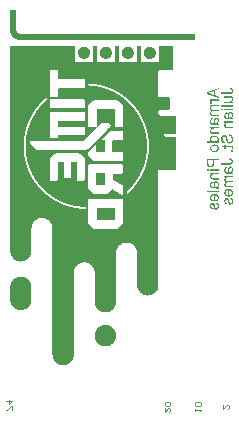
<source format=gbo>
G04*
G04 #@! TF.GenerationSoftware,Altium Limited,Altium Designer,23.6.0 (18)*
G04*
G04 Layer_Color=32896*
%FSLAX44Y44*%
%MOMM*%
G71*
G04*
G04 #@! TF.SameCoordinates,B62FFF2A-40BB-47C2-B022-6C0D6E2DF31E*
G04*
G04*
G04 #@! TF.FilePolarity,Positive*
G04*
G01*
G75*
%ADD16C,0.1000*%
G36*
X25444Y350267D02*
X25582D01*
Y349718D01*
X25719D01*
Y349444D01*
X25856D01*
Y349169D01*
X25994D01*
Y348894D01*
X26131D01*
Y348757D01*
X26268D01*
Y348482D01*
X26406D01*
Y348345D01*
X26543D01*
Y348208D01*
X26680D01*
Y348070D01*
X26955D01*
Y347933D01*
X27092D01*
Y347796D01*
X27367D01*
Y347659D01*
X27641D01*
Y347521D01*
X27916D01*
Y347384D01*
X28603D01*
Y347247D01*
X177180D01*
Y342166D01*
X27229D01*
Y342303D01*
X26543D01*
Y342440D01*
X25994D01*
Y342578D01*
X25719D01*
Y342715D01*
X25307D01*
Y342852D01*
X25032D01*
Y342990D01*
X24758D01*
Y343127D01*
X24483D01*
Y343264D01*
X24209D01*
Y343402D01*
X24071D01*
Y343539D01*
X23797D01*
Y343676D01*
X23659D01*
Y343814D01*
X23522D01*
Y343951D01*
X23247D01*
Y344088D01*
X23110D01*
Y344226D01*
X22973D01*
Y344363D01*
X22835D01*
Y344500D01*
X22698D01*
Y344637D01*
X22561D01*
Y344775D01*
X22423D01*
Y344912D01*
X22286D01*
Y345049D01*
X22149D01*
Y345324D01*
X22011D01*
Y345461D01*
X21874D01*
Y345599D01*
X21737D01*
Y345873D01*
X21600D01*
Y346011D01*
X21462D01*
Y346285D01*
X21325D01*
Y346560D01*
X21188D01*
Y346835D01*
X21050D01*
Y347109D01*
X20913D01*
Y347521D01*
X20776D01*
Y347796D01*
X20638D01*
Y348345D01*
X20501D01*
Y348894D01*
X20364D01*
Y350267D01*
X20226D01*
Y367707D01*
X25444D01*
Y350267D01*
D02*
G37*
G36*
X139143Y336398D02*
X139830D01*
Y336261D01*
X140242D01*
Y336124D01*
X140517D01*
Y335987D01*
X140791D01*
Y335849D01*
X141066D01*
Y335712D01*
X141340D01*
Y335574D01*
X141478D01*
Y335437D01*
X141752D01*
Y335300D01*
X141890D01*
Y335163D01*
X142027D01*
Y335025D01*
X142164D01*
Y334888D01*
X142302D01*
Y334751D01*
X142439D01*
Y334476D01*
X142576D01*
Y334339D01*
X142714D01*
Y334201D01*
X142851D01*
Y333927D01*
X142988D01*
Y333652D01*
X143125D01*
Y333377D01*
X143263D01*
Y332966D01*
X143400D01*
Y332553D01*
X143538D01*
Y330219D01*
X143400D01*
Y329807D01*
X143263D01*
Y329395D01*
X143125D01*
Y329121D01*
X142988D01*
Y328846D01*
X142851D01*
Y328571D01*
X142714D01*
Y328434D01*
X142576D01*
Y328159D01*
X142439D01*
Y328022D01*
X142302D01*
Y327885D01*
X142164D01*
Y327747D01*
X142027D01*
Y327610D01*
X141890D01*
Y327473D01*
X141752D01*
Y327336D01*
X141615D01*
Y327198D01*
X141340D01*
Y327061D01*
X141203D01*
Y326923D01*
X140928D01*
Y326786D01*
X140654D01*
Y326649D01*
X140379D01*
Y326512D01*
X139967D01*
Y326374D01*
X139281D01*
Y326237D01*
X137633D01*
Y326374D01*
X136946D01*
Y326512D01*
X136534D01*
Y326649D01*
X136260D01*
Y326786D01*
X135985D01*
Y326923D01*
X135710D01*
Y327061D01*
X135573D01*
Y327198D01*
X135298D01*
Y327336D01*
X135161D01*
Y327473D01*
X135024D01*
Y327610D01*
X134887D01*
Y327747D01*
X134749D01*
Y327885D01*
X134612D01*
Y328022D01*
X134474D01*
Y328159D01*
X134337D01*
Y328434D01*
X134200D01*
Y328571D01*
X134063D01*
Y328846D01*
X133925D01*
Y329121D01*
X133788D01*
Y329395D01*
X133651D01*
Y329670D01*
X133513D01*
Y330219D01*
X133376D01*
Y332553D01*
X133513D01*
Y332966D01*
X133651D01*
Y333377D01*
X133788D01*
Y333652D01*
X133925D01*
Y333927D01*
X134063D01*
Y334201D01*
X134200D01*
Y334339D01*
X134337D01*
Y334613D01*
X134474D01*
Y334751D01*
X134612D01*
Y334888D01*
X134749D01*
Y335025D01*
X134887D01*
Y335163D01*
X135024D01*
Y335300D01*
X135161D01*
Y335437D01*
X135436D01*
Y335574D01*
X135573D01*
Y335712D01*
X135848D01*
Y335849D01*
X136122D01*
Y335987D01*
X136397D01*
Y336124D01*
X136672D01*
Y336261D01*
X137084D01*
Y336398D01*
X137770D01*
Y336536D01*
X139143D01*
Y336398D01*
D02*
G37*
G36*
X120605D02*
X121292D01*
Y336261D01*
X121704D01*
Y336124D01*
X121979D01*
Y335987D01*
X122253D01*
Y335849D01*
X122528D01*
Y335712D01*
X122802D01*
Y335574D01*
X122940D01*
Y335437D01*
X123077D01*
Y335300D01*
X123352D01*
Y335163D01*
X123489D01*
Y335025D01*
X123626D01*
Y334888D01*
X123764D01*
Y334613D01*
X123901D01*
Y334476D01*
X124038D01*
Y334339D01*
X124176D01*
Y334064D01*
X124313D01*
Y333789D01*
X124450D01*
Y333652D01*
X124588D01*
Y333240D01*
X124725D01*
Y332828D01*
X124862D01*
Y332416D01*
X125000D01*
Y330356D01*
X124862D01*
Y329807D01*
X124725D01*
Y329533D01*
X124588D01*
Y329121D01*
X124450D01*
Y328846D01*
X124313D01*
Y328709D01*
X124176D01*
Y328434D01*
X124038D01*
Y328297D01*
X123901D01*
Y328022D01*
X123764D01*
Y327885D01*
X123626D01*
Y327747D01*
X123489D01*
Y327610D01*
X123352D01*
Y327473D01*
X123215D01*
Y327336D01*
X122940D01*
Y327198D01*
X122802D01*
Y327061D01*
X122528D01*
Y326923D01*
X122391D01*
Y326786D01*
X122116D01*
Y326649D01*
X121704D01*
Y326512D01*
X121292D01*
Y326374D01*
X120743D01*
Y326237D01*
X118958D01*
Y326374D01*
X118408D01*
Y326512D01*
X117996D01*
Y326649D01*
X117722D01*
Y326786D01*
X117447D01*
Y326923D01*
X117172D01*
Y327061D01*
X117035D01*
Y327198D01*
X116761D01*
Y327336D01*
X116623D01*
Y327473D01*
X116486D01*
Y327610D01*
X116349D01*
Y327747D01*
X116211D01*
Y327885D01*
X116074D01*
Y328022D01*
X115937D01*
Y328159D01*
X115799D01*
Y328297D01*
X115662D01*
Y328571D01*
X115525D01*
Y328709D01*
X115387D01*
Y328983D01*
X115250D01*
Y329258D01*
X115113D01*
Y329670D01*
X114975D01*
Y330082D01*
X114838D01*
Y330768D01*
X114701D01*
Y332004D01*
X114838D01*
Y332691D01*
X114975D01*
Y333103D01*
X115113D01*
Y333515D01*
X115250D01*
Y333789D01*
X115387D01*
Y333927D01*
X115525D01*
Y334201D01*
X115662D01*
Y334476D01*
X115799D01*
Y334613D01*
X115937D01*
Y334751D01*
X116074D01*
Y334888D01*
X116211D01*
Y335025D01*
X116349D01*
Y335163D01*
X116486D01*
Y335300D01*
X116623D01*
Y335437D01*
X116761D01*
Y335574D01*
X117035D01*
Y335712D01*
X117172D01*
Y335849D01*
X117447D01*
Y335987D01*
X117722D01*
Y336124D01*
X118134D01*
Y336261D01*
X118546D01*
Y336398D01*
X119232D01*
Y336536D01*
X120605D01*
Y336398D01*
D02*
G37*
G36*
X102068D02*
X102617D01*
Y336261D01*
X103029D01*
Y336124D01*
X103441D01*
Y335987D01*
X103715D01*
Y335849D01*
X103990D01*
Y335712D01*
X104127D01*
Y335574D01*
X104402D01*
Y335437D01*
X104539D01*
Y335300D01*
X104677D01*
Y335163D01*
X104814D01*
Y335025D01*
X104951D01*
Y334888D01*
X105089D01*
Y334751D01*
X105226D01*
Y334613D01*
X105363D01*
Y334476D01*
X105500D01*
Y334201D01*
X105638D01*
Y334064D01*
X105775D01*
Y333789D01*
X105913D01*
Y333515D01*
X106050D01*
Y333240D01*
X106187D01*
Y332828D01*
X106324D01*
Y332142D01*
X106462D01*
Y330631D01*
X106324D01*
Y329944D01*
X106187D01*
Y329533D01*
X106050D01*
Y329258D01*
X105913D01*
Y328983D01*
X105775D01*
Y328709D01*
X105638D01*
Y328434D01*
X105500D01*
Y328297D01*
X105363D01*
Y328159D01*
X105226D01*
Y328022D01*
X105089D01*
Y327747D01*
X104951D01*
Y327610D01*
X104814D01*
Y327473D01*
X104539D01*
Y327336D01*
X104402D01*
Y327198D01*
X104265D01*
Y327061D01*
X103990D01*
Y326923D01*
X103715D01*
Y326786D01*
X103441D01*
Y326649D01*
X103166D01*
Y326512D01*
X102754D01*
Y326374D01*
X102205D01*
Y326237D01*
X100420D01*
Y326374D01*
X99871D01*
Y326512D01*
X99459D01*
Y326649D01*
X99184D01*
Y326786D01*
X98909D01*
Y326923D01*
X98635D01*
Y327061D01*
X98360D01*
Y327198D01*
X98223D01*
Y327336D01*
X98085D01*
Y327473D01*
X97811D01*
Y327610D01*
X97673D01*
Y327747D01*
X97536D01*
Y327885D01*
X97399D01*
Y328159D01*
X97261D01*
Y328297D01*
X97124D01*
Y328434D01*
X96987D01*
Y328709D01*
X96849D01*
Y328983D01*
X96712D01*
Y329258D01*
X96575D01*
Y329533D01*
X96438D01*
Y329944D01*
X96300D01*
Y330494D01*
X96163D01*
Y332142D01*
X96300D01*
Y332828D01*
X96438D01*
Y333240D01*
X96575D01*
Y333515D01*
X96712D01*
Y333789D01*
X96849D01*
Y334064D01*
X96987D01*
Y334201D01*
X97124D01*
Y334476D01*
X97261D01*
Y334613D01*
X97399D01*
Y334751D01*
X97536D01*
Y334888D01*
X97673D01*
Y335025D01*
X97811D01*
Y335163D01*
X97948D01*
Y335300D01*
X98085D01*
Y335437D01*
X98223D01*
Y335574D01*
X98497D01*
Y335712D01*
X98635D01*
Y335849D01*
X98909D01*
Y335987D01*
X99184D01*
Y336124D01*
X99459D01*
Y336261D01*
X100008D01*
Y336398D01*
X100557D01*
Y336536D01*
X102068D01*
Y336398D01*
D02*
G37*
G36*
X83392D02*
X84079D01*
Y336261D01*
X84491D01*
Y336124D01*
X84903D01*
Y335987D01*
X85177D01*
Y335849D01*
X85315D01*
Y335712D01*
X85590D01*
Y335574D01*
X85864D01*
Y335437D01*
X86001D01*
Y335300D01*
X86139D01*
Y335163D01*
X86276D01*
Y335025D01*
X86413D01*
Y334888D01*
X86551D01*
Y334751D01*
X86688D01*
Y334613D01*
X86825D01*
Y334339D01*
X86963D01*
Y334201D01*
X87100D01*
Y333927D01*
X87237D01*
Y333789D01*
X87375D01*
Y333377D01*
X87512D01*
Y333103D01*
X87649D01*
Y332691D01*
X87787D01*
Y331867D01*
X87924D01*
Y330906D01*
X87787D01*
Y330082D01*
X87649D01*
Y329670D01*
X87512D01*
Y329258D01*
X87375D01*
Y328983D01*
X87237D01*
Y328709D01*
X87100D01*
Y328571D01*
X86963D01*
Y328297D01*
X86825D01*
Y328159D01*
X86688D01*
Y328022D01*
X86551D01*
Y327885D01*
X86413D01*
Y327747D01*
X86276D01*
Y327610D01*
X86139D01*
Y327473D01*
X86001D01*
Y327336D01*
X85864D01*
Y327198D01*
X85590D01*
Y327061D01*
X85452D01*
Y326923D01*
X85177D01*
Y326786D01*
X84903D01*
Y326649D01*
X84628D01*
Y326512D01*
X84216D01*
Y326374D01*
X83667D01*
Y326237D01*
X81882D01*
Y326374D01*
X81333D01*
Y326512D01*
X80921D01*
Y326649D01*
X80509D01*
Y326786D01*
X80234D01*
Y326923D01*
X80097D01*
Y327061D01*
X79822D01*
Y327198D01*
X79685D01*
Y327336D01*
X79410D01*
Y327473D01*
X79273D01*
Y327610D01*
X79136D01*
Y327747D01*
X78998D01*
Y327885D01*
X78861D01*
Y328022D01*
X78724D01*
Y328297D01*
X78586D01*
Y328434D01*
X78449D01*
Y328709D01*
X78312D01*
Y328846D01*
X78174D01*
Y329121D01*
X78037D01*
Y329395D01*
X77900D01*
Y329807D01*
X77762D01*
Y330356D01*
X77625D01*
Y332416D01*
X77762D01*
Y332966D01*
X77900D01*
Y333240D01*
X78037D01*
Y333652D01*
X78174D01*
Y333927D01*
X78312D01*
Y334064D01*
X78449D01*
Y334339D01*
X78586D01*
Y334476D01*
X78724D01*
Y334613D01*
X78861D01*
Y334888D01*
X78998D01*
Y335025D01*
X79136D01*
Y335163D01*
X79273D01*
Y335300D01*
X79548D01*
Y335437D01*
X79685D01*
Y335574D01*
X79822D01*
Y335712D01*
X80097D01*
Y335849D01*
X80371D01*
Y335987D01*
X80646D01*
Y336124D01*
X80921D01*
Y336261D01*
X81333D01*
Y336398D01*
X82019D01*
Y336536D01*
X83392D01*
Y336398D01*
D02*
G37*
G36*
X158368Y316625D02*
X146421D01*
Y316487D01*
X146146D01*
Y316350D01*
X146009D01*
Y316213D01*
X145872D01*
Y316075D01*
X145735D01*
Y315801D01*
X145597D01*
Y294517D01*
X145735D01*
Y294242D01*
X145872D01*
Y293967D01*
X146009D01*
Y293830D01*
X146284D01*
Y293693D01*
X147108D01*
Y293555D01*
X147245D01*
Y293693D01*
X147382D01*
Y293555D01*
X147657D01*
Y293693D01*
X154660D01*
Y293555D01*
X155072D01*
Y293418D01*
X155210D01*
Y293281D01*
X155347D01*
Y293143D01*
X155484D01*
Y293006D01*
X155621D01*
Y292594D01*
X155759D01*
Y284355D01*
X155621D01*
Y283943D01*
X155484D01*
Y283806D01*
X155347D01*
Y283668D01*
X155210D01*
Y283531D01*
X155072D01*
Y283394D01*
X154523D01*
Y283257D01*
X148618D01*
Y283394D01*
X148481D01*
Y283257D01*
X148206D01*
Y283394D01*
X148069D01*
Y283257D01*
X147245D01*
Y283119D01*
X146970D01*
Y282982D01*
X146696D01*
Y282845D01*
X146559D01*
Y282707D01*
X146421D01*
Y282570D01*
X146284D01*
Y282433D01*
X146146D01*
Y282295D01*
X146009D01*
Y282021D01*
X145872D01*
Y281746D01*
X145735D01*
Y281334D01*
X145597D01*
Y280236D01*
X145735D01*
Y279824D01*
X145872D01*
Y279549D01*
X146009D01*
Y279274D01*
X146146D01*
Y279137D01*
X146284D01*
Y279000D01*
X146421D01*
Y278862D01*
X146559D01*
Y278725D01*
X146833D01*
Y278588D01*
X147108D01*
Y278450D01*
X147382D01*
Y278313D01*
X148618D01*
Y278176D01*
X148756D01*
Y278313D01*
X159878D01*
Y278176D01*
X160290D01*
Y278039D01*
X160565D01*
Y277901D01*
X160702D01*
Y277626D01*
X160840D01*
Y277352D01*
X160977D01*
Y263895D01*
X160840D01*
Y263483D01*
X160702D01*
Y263346D01*
X160565D01*
Y263208D01*
X160427D01*
Y263071D01*
X160290D01*
Y262934D01*
X151914D01*
Y262796D01*
X151365D01*
Y262659D01*
X151227D01*
Y262522D01*
X151090D01*
Y262384D01*
X150953D01*
Y262247D01*
X150815D01*
Y261835D01*
X150678D01*
Y261423D01*
X150815D01*
Y261011D01*
X150953D01*
Y260737D01*
X151090D01*
Y260599D01*
X151365D01*
Y260462D01*
X151777D01*
Y260324D01*
X160153D01*
Y260187D01*
X160427D01*
Y260050D01*
X160565D01*
Y259913D01*
X160702D01*
Y259775D01*
X160840D01*
Y259363D01*
X160977D01*
Y233136D01*
X160840D01*
Y232861D01*
X160702D01*
Y232586D01*
X160565D01*
Y232449D01*
X160290D01*
Y232312D01*
X160016D01*
Y232174D01*
X146421D01*
Y232037D01*
X146146D01*
Y231900D01*
X146009D01*
Y231763D01*
X145872D01*
Y231625D01*
X145735D01*
Y231350D01*
X145597D01*
Y132482D01*
X145460D01*
Y131933D01*
X145323D01*
Y131521D01*
X145185D01*
Y131246D01*
X145048D01*
Y130971D01*
X144911D01*
Y130697D01*
X144773D01*
Y130422D01*
X144636D01*
Y130285D01*
X144499D01*
Y130010D01*
X144361D01*
Y129873D01*
X144224D01*
Y129736D01*
X144087D01*
Y129461D01*
X143949D01*
Y129324D01*
X143812D01*
Y129186D01*
X143675D01*
Y129049D01*
X143538D01*
Y128912D01*
X143400D01*
Y128774D01*
X143263D01*
Y128637D01*
X143125D01*
Y128500D01*
X142988D01*
Y128362D01*
X142851D01*
Y128225D01*
X142714D01*
Y128088D01*
X142439D01*
Y127950D01*
X142302D01*
Y127813D01*
X142164D01*
Y127676D01*
X141890D01*
Y127538D01*
X141752D01*
Y127401D01*
X141478D01*
Y127264D01*
X141340D01*
Y127127D01*
X141066D01*
Y126989D01*
X140791D01*
Y126852D01*
X140517D01*
Y126715D01*
X140105D01*
Y126577D01*
X139693D01*
Y126440D01*
X139281D01*
Y126303D01*
X138869D01*
Y126165D01*
X138182D01*
Y126028D01*
X136809D01*
Y125891D01*
X136534D01*
Y126028D01*
X135298D01*
Y126165D01*
X134474D01*
Y126303D01*
X134063D01*
Y126440D01*
X133651D01*
Y126577D01*
X133239D01*
Y126715D01*
X132964D01*
Y126852D01*
X132689D01*
Y126989D01*
X132415D01*
Y127127D01*
X132140D01*
Y127264D01*
X132003D01*
Y127401D01*
X131728D01*
Y127538D01*
X131591D01*
Y127676D01*
X131316D01*
Y127813D01*
X131179D01*
Y127950D01*
X131042D01*
Y128088D01*
X130904D01*
Y128225D01*
X130630D01*
Y128362D01*
X130492D01*
Y128500D01*
X130355D01*
Y128637D01*
X130218D01*
Y128774D01*
X130080D01*
Y128912D01*
X129943D01*
Y129186D01*
X129806D01*
Y129324D01*
X129668D01*
Y129461D01*
X129531D01*
Y129598D01*
X129394D01*
Y129873D01*
X129256D01*
Y130010D01*
X129119D01*
Y130285D01*
X128982D01*
Y130560D01*
X128844D01*
Y130697D01*
X128707D01*
Y130971D01*
X128570D01*
Y131246D01*
X128433D01*
Y131658D01*
X128295D01*
Y132070D01*
X128158D01*
Y132482D01*
X128021D01*
Y132894D01*
X127883D01*
Y133581D01*
X127746D01*
Y162005D01*
X127609D01*
Y163241D01*
X127471D01*
Y163928D01*
X127334D01*
Y164477D01*
X127197D01*
Y164752D01*
X127059D01*
Y165163D01*
X126922D01*
Y165438D01*
X126785D01*
Y165713D01*
X126647D01*
Y165987D01*
X126510D01*
Y166262D01*
X126373D01*
Y166537D01*
X126236D01*
Y166674D01*
X126098D01*
Y166949D01*
X125961D01*
Y167086D01*
X125823D01*
Y167223D01*
X125686D01*
Y167498D01*
X125549D01*
Y167635D01*
X125412D01*
Y167773D01*
X125274D01*
Y167910D01*
X125137D01*
Y168047D01*
X125000D01*
Y168185D01*
X124862D01*
Y168322D01*
X124725D01*
Y168459D01*
X124588D01*
Y168596D01*
X124450D01*
Y168734D01*
X124176D01*
Y168871D01*
X124038D01*
Y169008D01*
X123901D01*
Y169146D01*
X123626D01*
Y169283D01*
X123489D01*
Y169420D01*
X123215D01*
Y169558D01*
X122940D01*
Y169695D01*
X122665D01*
Y169832D01*
X122391D01*
Y169970D01*
X122116D01*
Y170107D01*
X121704D01*
Y170244D01*
X121292D01*
Y170382D01*
X120880D01*
Y170519D01*
X120194D01*
Y170656D01*
X117310D01*
Y170519D01*
X116623D01*
Y170382D01*
X116211D01*
Y170244D01*
X115799D01*
Y170107D01*
X115387D01*
Y169970D01*
X115113D01*
Y169832D01*
X114838D01*
Y169695D01*
X114564D01*
Y169558D01*
X114289D01*
Y169420D01*
X114151D01*
Y169283D01*
X113877D01*
Y169146D01*
X113740D01*
Y169008D01*
X113465D01*
Y168871D01*
X113328D01*
Y168734D01*
X113190D01*
Y168596D01*
X113053D01*
Y168459D01*
X112778D01*
Y168322D01*
X112641D01*
Y168185D01*
X112504D01*
Y168047D01*
X112366D01*
Y167910D01*
X112229D01*
Y167773D01*
X112092D01*
Y167498D01*
X111954D01*
Y167361D01*
X111817D01*
Y167223D01*
X111680D01*
Y167086D01*
X111543D01*
Y166811D01*
X111405D01*
Y166674D01*
X111268D01*
Y166399D01*
X111131D01*
Y166125D01*
X110993D01*
Y165987D01*
X110856D01*
Y165713D01*
X110719D01*
Y165438D01*
X110581D01*
Y165026D01*
X110444D01*
Y164752D01*
X110307D01*
Y164340D01*
X110169D01*
Y163790D01*
X110032D01*
Y163104D01*
X109895D01*
Y161731D01*
X109757D01*
Y161593D01*
X109895D01*
Y120398D01*
X109757D01*
Y120261D01*
X109895D01*
Y119986D01*
X109757D01*
Y119025D01*
X109620D01*
Y118338D01*
X109483D01*
Y117926D01*
X109345D01*
Y117514D01*
X109208D01*
Y117102D01*
X109071D01*
Y116828D01*
X108933D01*
Y116553D01*
X108796D01*
Y116278D01*
X108659D01*
Y116004D01*
X108521D01*
Y115866D01*
X108384D01*
Y115592D01*
X108247D01*
Y115455D01*
X108110D01*
Y115180D01*
X107972D01*
Y115043D01*
X107835D01*
Y114905D01*
X107698D01*
Y114631D01*
X107560D01*
Y114493D01*
X107423D01*
Y114356D01*
X107286D01*
Y114219D01*
X107148D01*
Y114081D01*
X107011D01*
Y113944D01*
X106874D01*
Y113807D01*
X106736D01*
Y113669D01*
X106462D01*
Y113532D01*
X106324D01*
Y113395D01*
X106187D01*
Y113258D01*
X106050D01*
Y113120D01*
X105775D01*
Y112983D01*
X105638D01*
Y112845D01*
X105363D01*
Y112708D01*
X105089D01*
Y112571D01*
X104814D01*
Y112434D01*
X104539D01*
Y112296D01*
X104265D01*
Y112159D01*
X103853D01*
Y112022D01*
X103441D01*
Y111884D01*
X103029D01*
Y111747D01*
X102342D01*
Y111610D01*
X99459D01*
Y111747D01*
X98772D01*
Y111884D01*
X98223D01*
Y112022D01*
X97811D01*
Y112159D01*
X97536D01*
Y112296D01*
X97124D01*
Y112434D01*
X96849D01*
Y112571D01*
X96575D01*
Y112708D01*
X96438D01*
Y112845D01*
X96163D01*
Y112983D01*
X95888D01*
Y113120D01*
X95751D01*
Y113258D01*
X95614D01*
Y113395D01*
X95339D01*
Y113532D01*
X95202D01*
Y113669D01*
X95064D01*
Y113807D01*
X94927D01*
Y113944D01*
X94790D01*
Y114081D01*
X94652D01*
Y114219D01*
X94515D01*
Y114356D01*
X94378D01*
Y114493D01*
X94241D01*
Y114631D01*
X94103D01*
Y114768D01*
X93966D01*
Y114905D01*
X93828D01*
Y115180D01*
X93691D01*
Y115317D01*
X93554D01*
Y115455D01*
X93417D01*
Y115729D01*
X93279D01*
Y115866D01*
X93142D01*
Y116141D01*
X93005D01*
Y116416D01*
X92867D01*
Y116690D01*
X92730D01*
Y116965D01*
X92593D01*
Y117377D01*
X92455D01*
Y117789D01*
X92318D01*
Y118201D01*
X92181D01*
Y118750D01*
X92043D01*
Y119437D01*
X91906D01*
Y145802D01*
X91769D01*
Y146763D01*
X91631D01*
Y147312D01*
X91494D01*
Y147724D01*
X91357D01*
Y148136D01*
X91220D01*
Y148411D01*
X91082D01*
Y148823D01*
X90945D01*
Y149097D01*
X90808D01*
Y149235D01*
X90670D01*
Y149509D01*
X90533D01*
Y149784D01*
X90396D01*
Y149921D01*
X90258D01*
Y150196D01*
X90121D01*
Y150333D01*
X89984D01*
Y150471D01*
X89846D01*
Y150745D01*
X89709D01*
Y150883D01*
X89572D01*
Y151020D01*
X89434D01*
Y151157D01*
X89297D01*
Y151294D01*
X89160D01*
Y151432D01*
X89022D01*
Y151569D01*
X88885D01*
Y151706D01*
X88748D01*
Y151844D01*
X88610D01*
Y151981D01*
X88336D01*
Y152118D01*
X88198D01*
Y152256D01*
X88061D01*
Y152393D01*
X87787D01*
Y152530D01*
X87649D01*
Y152668D01*
X87375D01*
Y152805D01*
X87100D01*
Y152942D01*
X86825D01*
Y153080D01*
X86551D01*
Y153217D01*
X86276D01*
Y153354D01*
X85864D01*
Y153491D01*
X85452D01*
Y153629D01*
X84903D01*
Y153766D01*
X84079D01*
Y153904D01*
X81882D01*
Y153766D01*
X81058D01*
Y153629D01*
X80509D01*
Y153491D01*
X80097D01*
Y153354D01*
X79685D01*
Y153217D01*
X79410D01*
Y153080D01*
X79136D01*
Y152942D01*
X78861D01*
Y152805D01*
X78586D01*
Y152668D01*
X78312D01*
Y152530D01*
X78174D01*
Y152393D01*
X77900D01*
Y152256D01*
X77762D01*
Y152118D01*
X77488D01*
Y151981D01*
X77350D01*
Y151844D01*
X77213D01*
Y151706D01*
X77076D01*
Y151569D01*
X76939D01*
Y151432D01*
X76801D01*
Y151294D01*
X76664D01*
Y151157D01*
X76526D01*
Y151020D01*
X76389D01*
Y150883D01*
X76252D01*
Y150745D01*
X76115D01*
Y150608D01*
X75977D01*
Y150333D01*
X75840D01*
Y150196D01*
X75703D01*
Y150059D01*
X75565D01*
Y149784D01*
X75428D01*
Y149647D01*
X75291D01*
Y149372D01*
X75153D01*
Y149097D01*
X75016D01*
Y148823D01*
X74879D01*
Y148548D01*
X74741D01*
Y148136D01*
X74604D01*
Y147861D01*
X74467D01*
Y147312D01*
X74329D01*
Y146763D01*
X74192D01*
Y145939D01*
X74055D01*
Y74671D01*
X73917D01*
Y73847D01*
X73780D01*
Y73298D01*
X73643D01*
Y72886D01*
X73506D01*
Y72474D01*
X73368D01*
Y72200D01*
X73231D01*
Y71925D01*
X73094D01*
Y71513D01*
X72956D01*
Y71376D01*
X72819D01*
Y71101D01*
X72682D01*
Y70826D01*
X72544D01*
Y70689D01*
X72407D01*
Y70414D01*
X72270D01*
Y70277D01*
X72132D01*
Y70140D01*
X71995D01*
Y69865D01*
X71858D01*
Y69728D01*
X71720D01*
Y69591D01*
X71583D01*
Y69453D01*
X71446D01*
Y69316D01*
X71308D01*
Y69179D01*
X71171D01*
Y69041D01*
X71034D01*
Y68904D01*
X70897D01*
Y68767D01*
X70622D01*
Y68629D01*
X70485D01*
Y68492D01*
X70347D01*
Y68355D01*
X70210D01*
Y68217D01*
X69935D01*
Y68080D01*
X69798D01*
Y67943D01*
X69523D01*
Y67805D01*
X69249D01*
Y67668D01*
X68974D01*
Y67531D01*
X68699D01*
Y67393D01*
X68425D01*
Y67256D01*
X68013D01*
Y67119D01*
X67601D01*
Y66982D01*
X67052D01*
Y66844D01*
X66365D01*
Y66707D01*
X63756D01*
Y66844D01*
X63069D01*
Y66982D01*
X62520D01*
Y67119D01*
X62108D01*
Y67256D01*
X61834D01*
Y67393D01*
X61422D01*
Y67531D01*
X61147D01*
Y67668D01*
X60872D01*
Y67805D01*
X60598D01*
Y67943D01*
X60460D01*
Y68080D01*
X60186D01*
Y68217D01*
X60048D01*
Y68355D01*
X59774D01*
Y68492D01*
X59637D01*
Y68629D01*
X59499D01*
Y68767D01*
X59362D01*
Y68904D01*
X59087D01*
Y69041D01*
X58950D01*
Y69179D01*
X58813D01*
Y69316D01*
X58675D01*
Y69453D01*
X58538D01*
Y69591D01*
X58401D01*
Y69865D01*
X58263D01*
Y70002D01*
X58126D01*
Y70140D01*
X57989D01*
Y70277D01*
X57851D01*
Y70552D01*
X57714D01*
Y70689D01*
X57577D01*
Y70964D01*
X57439D01*
Y71101D01*
X57302D01*
Y71376D01*
X57165D01*
Y71650D01*
X57027D01*
Y71925D01*
X56890D01*
Y72200D01*
X56753D01*
Y72611D01*
X56616D01*
Y73024D01*
X56478D01*
Y73435D01*
X56341D01*
Y73985D01*
X56203D01*
Y74946D01*
X56066D01*
Y75083D01*
X56203D01*
Y75220D01*
X56066D01*
Y183839D01*
X55929D01*
Y184525D01*
X55792D01*
Y185075D01*
X55654D01*
Y185487D01*
X55517D01*
Y185898D01*
X55380D01*
Y186173D01*
X55242D01*
Y186448D01*
X55105D01*
Y186722D01*
X54968D01*
Y186997D01*
X54830D01*
Y187272D01*
X54693D01*
Y187409D01*
X54556D01*
Y187684D01*
X54418D01*
Y187821D01*
X54281D01*
Y188095D01*
X54144D01*
Y188233D01*
X54007D01*
Y188370D01*
X53869D01*
Y188507D01*
X53732D01*
Y188645D01*
X53594D01*
Y188782D01*
X53457D01*
Y188919D01*
X53320D01*
Y189057D01*
X53183D01*
Y189194D01*
X53045D01*
Y189331D01*
X52908D01*
Y189469D01*
X52771D01*
Y189606D01*
X52633D01*
Y189743D01*
X52359D01*
Y189881D01*
X52221D01*
Y190018D01*
X51947D01*
Y190155D01*
X51809D01*
Y190293D01*
X51535D01*
Y190430D01*
X51260D01*
Y190567D01*
X50985D01*
Y190705D01*
X50711D01*
Y190842D01*
X50436D01*
Y190979D01*
X50024D01*
Y191117D01*
X49612D01*
Y191254D01*
X49063D01*
Y191391D01*
X48239D01*
Y191528D01*
X46042D01*
Y191391D01*
X45218D01*
Y191254D01*
X44669D01*
Y191117D01*
X44257D01*
Y190979D01*
X43982D01*
Y190842D01*
X43570D01*
Y190705D01*
X43296D01*
Y190567D01*
X43021D01*
Y190430D01*
X42746D01*
Y190293D01*
X42609D01*
Y190155D01*
X42334D01*
Y190018D01*
X42197D01*
Y189881D01*
X41922D01*
Y189743D01*
X41785D01*
Y189606D01*
X41648D01*
Y189469D01*
X41373D01*
Y189331D01*
X41236D01*
Y189194D01*
X41099D01*
Y189057D01*
X40961D01*
Y188919D01*
X40824D01*
Y188782D01*
X40687D01*
Y188645D01*
X40549D01*
Y188507D01*
X40412D01*
Y188233D01*
X40275D01*
Y188095D01*
X40137D01*
Y187958D01*
X40000D01*
Y187821D01*
X39863D01*
Y187546D01*
X39725D01*
Y187272D01*
X39588D01*
Y187134D01*
X39451D01*
Y186860D01*
X39313D01*
Y186585D01*
X39176D01*
Y186310D01*
X39039D01*
Y186036D01*
X38902D01*
Y185624D01*
X38764D01*
Y185349D01*
X38627D01*
Y184800D01*
X38490D01*
Y184251D01*
X38352D01*
Y183152D01*
X38215D01*
Y162417D01*
X38078D01*
Y161593D01*
X37940D01*
Y161181D01*
X37803D01*
Y160632D01*
X37666D01*
Y160357D01*
X37528D01*
Y159945D01*
X37391D01*
Y159671D01*
X37254D01*
Y159396D01*
X37116D01*
Y159122D01*
X36979D01*
Y158984D01*
X36842D01*
Y158710D01*
X36704D01*
Y158572D01*
X36567D01*
Y158298D01*
X36430D01*
Y158160D01*
X36293D01*
Y158023D01*
X36155D01*
Y157748D01*
X36018D01*
Y157611D01*
X35880D01*
Y157474D01*
X35743D01*
Y157336D01*
X35606D01*
Y157199D01*
X35469D01*
Y157062D01*
X35331D01*
Y156924D01*
X35194D01*
Y156787D01*
X35057D01*
Y156650D01*
X34782D01*
Y156512D01*
X34645D01*
Y156375D01*
X34507D01*
Y156238D01*
X34233D01*
Y156101D01*
X34095D01*
Y155963D01*
X33821D01*
Y155826D01*
X33684D01*
Y155689D01*
X33409D01*
Y155551D01*
X33134D01*
Y155414D01*
X32860D01*
Y155277D01*
X32448D01*
Y155139D01*
X32036D01*
Y155002D01*
X31624D01*
Y154865D01*
X31074D01*
Y154727D01*
X30113D01*
Y154590D01*
X29976D01*
Y154727D01*
X29839D01*
Y154590D01*
X28328D01*
Y154727D01*
X27504D01*
Y154865D01*
X26955D01*
Y155002D01*
X26543D01*
Y155139D01*
X26131D01*
Y155277D01*
X25719D01*
Y155414D01*
X25444D01*
Y155551D01*
X25170D01*
Y155689D01*
X24895D01*
Y155826D01*
X24758D01*
Y155963D01*
X24483D01*
Y156101D01*
X24209D01*
Y156238D01*
X24071D01*
Y156375D01*
X23934D01*
Y156512D01*
X23659D01*
Y156650D01*
X23522D01*
Y156787D01*
X23385D01*
Y156924D01*
X23247D01*
Y157062D01*
X23110D01*
Y157199D01*
X22973D01*
Y157336D01*
X22835D01*
Y157474D01*
X22698D01*
Y157611D01*
X22561D01*
Y157748D01*
X22423D01*
Y157886D01*
X22286D01*
Y158160D01*
X22149D01*
Y158298D01*
X22011D01*
Y158435D01*
X21874D01*
Y158710D01*
X21737D01*
Y158847D01*
X21600D01*
Y159122D01*
X21462D01*
Y159396D01*
X21325D01*
Y159671D01*
X21188D01*
Y159945D01*
X21050D01*
Y160220D01*
X20913D01*
Y160632D01*
X20776D01*
Y161044D01*
X20638D01*
Y161593D01*
X20501D01*
Y162143D01*
X20364D01*
Y163653D01*
X20226D01*
Y336948D01*
X20364D01*
Y337085D01*
X75153D01*
Y323765D01*
X90258D01*
Y336948D01*
X90396D01*
Y337085D01*
X93691D01*
Y323765D01*
X108933D01*
Y337085D01*
X112229D01*
Y336948D01*
X112366D01*
Y323765D01*
X127471D01*
Y337085D01*
X130904D01*
Y323765D01*
X146009D01*
Y337085D01*
X158368D01*
Y316625D01*
D02*
G37*
G36*
X30250Y141819D02*
X30937D01*
Y141682D01*
X31624D01*
Y141545D01*
X32036D01*
Y141408D01*
X32448D01*
Y141270D01*
X32860D01*
Y141133D01*
X33134D01*
Y140996D01*
X33409D01*
Y140858D01*
X33684D01*
Y140721D01*
X33821D01*
Y140584D01*
X34095D01*
Y140446D01*
X34370D01*
Y140309D01*
X34507D01*
Y140172D01*
X34645D01*
Y140034D01*
X34919D01*
Y139897D01*
X35057D01*
Y139760D01*
X35194D01*
Y139622D01*
X35331D01*
Y139485D01*
X35469D01*
Y139348D01*
X35606D01*
Y139211D01*
X35743D01*
Y139073D01*
X35880D01*
Y138936D01*
X36018D01*
Y138799D01*
X36155D01*
Y138661D01*
X36293D01*
Y138524D01*
X36430D01*
Y138249D01*
X36567D01*
Y138112D01*
X36704D01*
Y137837D01*
X36842D01*
Y137700D01*
X36979D01*
Y137425D01*
X37116D01*
Y137151D01*
X37254D01*
Y137013D01*
X37391D01*
Y136601D01*
X37528D01*
Y136327D01*
X37666D01*
Y135915D01*
X37803D01*
Y135503D01*
X37940D01*
Y135091D01*
X38078D01*
Y134404D01*
X38215D01*
Y121085D01*
X38078D01*
Y120398D01*
X37940D01*
Y119849D01*
X37803D01*
Y119437D01*
X37666D01*
Y119025D01*
X37528D01*
Y118750D01*
X37391D01*
Y118476D01*
X37254D01*
Y118201D01*
X37116D01*
Y117926D01*
X36979D01*
Y117652D01*
X36842D01*
Y117514D01*
X36704D01*
Y117240D01*
X36567D01*
Y117102D01*
X36430D01*
Y116965D01*
X36293D01*
Y116828D01*
X36155D01*
Y116553D01*
X36018D01*
Y116416D01*
X35880D01*
Y116278D01*
X35743D01*
Y116141D01*
X35606D01*
Y116004D01*
X35469D01*
Y115866D01*
X35331D01*
Y115729D01*
X35194D01*
Y115592D01*
X35057D01*
Y115455D01*
X34782D01*
Y115317D01*
X34645D01*
Y115180D01*
X34507D01*
Y115043D01*
X34233D01*
Y114905D01*
X34095D01*
Y114768D01*
X33821D01*
Y114631D01*
X33546D01*
Y114493D01*
X33272D01*
Y114356D01*
X32997D01*
Y114219D01*
X32722D01*
Y114081D01*
X32310D01*
Y113944D01*
X31898D01*
Y113807D01*
X31486D01*
Y113669D01*
X30800D01*
Y113532D01*
X29564D01*
Y113395D01*
X29015D01*
Y113532D01*
X27641D01*
Y113669D01*
X27092D01*
Y113807D01*
X26543D01*
Y113944D01*
X26131D01*
Y114081D01*
X25856D01*
Y114219D01*
X25444D01*
Y114356D01*
X25170D01*
Y114493D01*
X25032D01*
Y114631D01*
X24758D01*
Y114768D01*
X24483D01*
Y114905D01*
X24346D01*
Y115043D01*
X24071D01*
Y115180D01*
X23934D01*
Y115317D01*
X23659D01*
Y115455D01*
X23522D01*
Y115592D01*
X23385D01*
Y115729D01*
X23247D01*
Y115866D01*
X23110D01*
Y116004D01*
X22973D01*
Y116141D01*
X22835D01*
Y116278D01*
X22698D01*
Y116416D01*
X22561D01*
Y116553D01*
X22423D01*
Y116690D01*
X22286D01*
Y116828D01*
X22149D01*
Y117102D01*
X22011D01*
Y117240D01*
X21874D01*
Y117514D01*
X21737D01*
Y117652D01*
X21600D01*
Y117926D01*
X21462D01*
Y118201D01*
X21325D01*
Y118338D01*
X21188D01*
Y118750D01*
X21050D01*
Y119025D01*
X20913D01*
Y119437D01*
X20776D01*
Y119711D01*
X20638D01*
Y120261D01*
X20501D01*
Y120947D01*
X20364D01*
Y122320D01*
X20226D01*
Y122458D01*
X20364D01*
Y122595D01*
X20226D01*
Y133031D01*
X20364D01*
Y134542D01*
X20501D01*
Y135091D01*
X20638D01*
Y135640D01*
X20776D01*
Y136052D01*
X20913D01*
Y136327D01*
X21050D01*
Y136739D01*
X21188D01*
Y137013D01*
X21325D01*
Y137288D01*
X21462D01*
Y137563D01*
X21600D01*
Y137700D01*
X21737D01*
Y137975D01*
X21874D01*
Y138112D01*
X22011D01*
Y138387D01*
X22149D01*
Y138524D01*
X22286D01*
Y138661D01*
X22423D01*
Y138799D01*
X22561D01*
Y138936D01*
X22698D01*
Y139073D01*
X22835D01*
Y139211D01*
X22973D01*
Y139348D01*
X23110D01*
Y139485D01*
X23247D01*
Y139622D01*
X23385D01*
Y139760D01*
X23522D01*
Y139897D01*
X23659D01*
Y140034D01*
X23797D01*
Y140172D01*
X24071D01*
Y140309D01*
X24209D01*
Y140446D01*
X24483D01*
Y140584D01*
X24620D01*
Y140721D01*
X24895D01*
Y140858D01*
X25170D01*
Y140996D01*
X25444D01*
Y141133D01*
X25719D01*
Y141270D01*
X26131D01*
Y141408D01*
X26406D01*
Y141545D01*
X26955D01*
Y141682D01*
X27504D01*
Y141819D01*
X28465D01*
Y141957D01*
X30250D01*
Y141819D01*
D02*
G37*
G36*
X102205Y100899D02*
X102892D01*
Y100762D01*
X103441D01*
Y100624D01*
X103853D01*
Y100487D01*
X104127D01*
Y100350D01*
X104539D01*
Y100212D01*
X104814D01*
Y100075D01*
X105089D01*
Y99938D01*
X105226D01*
Y99800D01*
X105500D01*
Y99663D01*
X105775D01*
Y99526D01*
X105913D01*
Y99388D01*
X106187D01*
Y99251D01*
X106324D01*
Y99114D01*
X106462D01*
Y98976D01*
X106599D01*
Y98839D01*
X106874D01*
Y98702D01*
X107011D01*
Y98565D01*
X107148D01*
Y98427D01*
X107286D01*
Y98290D01*
X107423D01*
Y98153D01*
X107560D01*
Y97878D01*
X107698D01*
Y97741D01*
X107835D01*
Y97603D01*
X107972D01*
Y97466D01*
X108110D01*
Y97191D01*
X108247D01*
Y97054D01*
X108384D01*
Y96779D01*
X108521D01*
Y96642D01*
X108659D01*
Y96367D01*
X108796D01*
Y96093D01*
X108933D01*
Y95818D01*
X109071D01*
Y95543D01*
X109208D01*
Y95132D01*
X109345D01*
Y94720D01*
X109483D01*
Y94308D01*
X109620D01*
Y93621D01*
X109757D01*
Y92660D01*
X109895D01*
Y91699D01*
X109757D01*
Y91561D01*
X109895D01*
Y91424D01*
X109757D01*
Y91287D01*
X109895D01*
Y91149D01*
X109757D01*
Y90325D01*
X109620D01*
Y89639D01*
X109483D01*
Y89090D01*
X109345D01*
Y88678D01*
X109208D01*
Y88403D01*
X109071D01*
Y87991D01*
X108933D01*
Y87716D01*
X108796D01*
Y87442D01*
X108659D01*
Y87304D01*
X108521D01*
Y87030D01*
X108384D01*
Y86755D01*
X108247D01*
Y86618D01*
X108110D01*
Y86481D01*
X107972D01*
Y86206D01*
X107835D01*
Y86069D01*
X107698D01*
Y85931D01*
X107560D01*
Y85794D01*
X107423D01*
Y85657D01*
X107286D01*
Y85519D01*
X107148D01*
Y85382D01*
X107011D01*
Y85245D01*
X106874D01*
Y85107D01*
X106736D01*
Y84970D01*
X106599D01*
Y84833D01*
X106462D01*
Y84695D01*
X106324D01*
Y84558D01*
X106050D01*
Y84421D01*
X105913D01*
Y84284D01*
X105638D01*
Y84146D01*
X105500D01*
Y84009D01*
X105226D01*
Y83871D01*
X104951D01*
Y83734D01*
X104677D01*
Y83597D01*
X104402D01*
Y83460D01*
X104127D01*
Y83322D01*
X103715D01*
Y83185D01*
X103303D01*
Y83048D01*
X102754D01*
Y82910D01*
X101930D01*
Y82773D01*
X99871D01*
Y82910D01*
X99047D01*
Y83048D01*
X98497D01*
Y83185D01*
X98085D01*
Y83322D01*
X97673D01*
Y83460D01*
X97399D01*
Y83597D01*
X96987D01*
Y83734D01*
X96712D01*
Y83871D01*
X96575D01*
Y84009D01*
X96300D01*
Y84146D01*
X96026D01*
Y84284D01*
X95888D01*
Y84421D01*
X95614D01*
Y84558D01*
X95476D01*
Y84695D01*
X95339D01*
Y84833D01*
X95064D01*
Y84970D01*
X94927D01*
Y85107D01*
X94790D01*
Y85245D01*
X94652D01*
Y85382D01*
X94515D01*
Y85519D01*
X94378D01*
Y85657D01*
X94241D01*
Y85794D01*
X94103D01*
Y86069D01*
X93966D01*
Y86206D01*
X93828D01*
Y86343D01*
X93691D01*
Y86481D01*
X93554D01*
Y86755D01*
X93417D01*
Y86892D01*
X93279D01*
Y87167D01*
X93142D01*
Y87442D01*
X93005D01*
Y87579D01*
X92867D01*
Y87854D01*
X92730D01*
Y88266D01*
X92593D01*
Y88540D01*
X92455D01*
Y88952D01*
X92318D01*
Y89364D01*
X92181D01*
Y89914D01*
X92043D01*
Y90737D01*
X91906D01*
Y93209D01*
X92043D01*
Y93896D01*
X92181D01*
Y94445D01*
X92318D01*
Y94857D01*
X92455D01*
Y95269D01*
X92593D01*
Y95681D01*
X92730D01*
Y95955D01*
X92867D01*
Y96230D01*
X93005D01*
Y96505D01*
X93142D01*
Y96642D01*
X93279D01*
Y96917D01*
X93417D01*
Y97054D01*
X93554D01*
Y97329D01*
X93691D01*
Y97466D01*
X93828D01*
Y97741D01*
X93966D01*
Y97878D01*
X94103D01*
Y98015D01*
X94241D01*
Y98153D01*
X94378D01*
Y98290D01*
X94515D01*
Y98427D01*
X94652D01*
Y98565D01*
X94790D01*
Y98702D01*
X94927D01*
Y98839D01*
X95064D01*
Y98976D01*
X95202D01*
Y99114D01*
X95476D01*
Y99251D01*
X95614D01*
Y99388D01*
X95751D01*
Y99526D01*
X96026D01*
Y99663D01*
X96163D01*
Y99800D01*
X96438D01*
Y99938D01*
X96712D01*
Y100075D01*
X96987D01*
Y100212D01*
X97261D01*
Y100350D01*
X97536D01*
Y100487D01*
X97948D01*
Y100624D01*
X98360D01*
Y100762D01*
X98909D01*
Y100899D01*
X99596D01*
Y101036D01*
X102205D01*
Y100899D01*
D02*
G37*
G36*
X206589Y301958D02*
X206829Y301915D01*
X207041Y301887D01*
X207238Y301831D01*
X207407Y301775D01*
X207576Y301718D01*
X207717Y301662D01*
X207844Y301591D01*
X207957Y301535D01*
X208055Y301478D01*
X208126Y301422D01*
X208182Y301380D01*
X208239Y301352D01*
X208253Y301337D01*
X208267Y301323D01*
X208394Y301182D01*
X208507Y301041D01*
X208605Y300886D01*
X208690Y300717D01*
X208817Y300393D01*
X208901Y300083D01*
X208958Y299787D01*
X208972Y299674D01*
X208986Y299561D01*
X209000Y299477D01*
Y299350D01*
X208986Y299040D01*
X208944Y298758D01*
X208887Y298504D01*
X208817Y298278D01*
X208760Y298095D01*
X208704Y297968D01*
X208662Y297884D01*
X208648Y297855D01*
X208507Y297630D01*
X208337Y297433D01*
X208168Y297278D01*
X208013Y297136D01*
X207858Y297038D01*
X207745Y296967D01*
X207661Y296925D01*
X207647Y296911D01*
X207633D01*
X207351Y296812D01*
X207055Y296728D01*
X206730Y296671D01*
X206420Y296643D01*
X206152Y296615D01*
X206040D01*
X205927Y296601D01*
X205842D01*
X205786D01*
X205744D01*
X205730D01*
X199076D01*
Y297898D01*
X205800D01*
X206096D01*
X206350Y297926D01*
X206561Y297940D01*
X206730Y297968D01*
X206857Y297997D01*
X206956Y298011D01*
X207012Y298039D01*
X207026D01*
X207167Y298095D01*
X207280Y298166D01*
X207379Y298250D01*
X207477Y298321D01*
X207534Y298405D01*
X207590Y298462D01*
X207619Y298504D01*
X207633Y298518D01*
X207703Y298659D01*
X207759Y298800D01*
X207788Y298941D01*
X207816Y299068D01*
X207830Y299195D01*
X207844Y299279D01*
Y299364D01*
X207830Y299589D01*
X207773Y299801D01*
X207717Y299970D01*
X207633Y300125D01*
X207562Y300238D01*
X207492Y300322D01*
X207449Y300379D01*
X207435Y300393D01*
X207351Y300463D01*
X207252Y300520D01*
X207026Y300604D01*
X206773Y300689D01*
X206519Y300731D01*
X206279Y300774D01*
X206181D01*
X206096Y300788D01*
X206011Y300802D01*
X205955D01*
X205927D01*
X205913D01*
X206082Y301972D01*
X206350D01*
X206589Y301958D01*
D02*
G37*
G36*
X196800Y300633D02*
X193840Y299575D01*
Y295487D01*
X196800Y294345D01*
Y292879D01*
X187045Y296869D01*
Y298278D01*
X196800Y302000D01*
Y300633D01*
D02*
G37*
G36*
X206646Y294655D02*
X206829Y294641D01*
X206998Y294627D01*
X207111D01*
X207196Y294613D01*
X207252Y294599D01*
X207266D01*
X207449Y294557D01*
X207619Y294500D01*
X207773Y294444D01*
X207900Y294373D01*
X208013Y294317D01*
X208084Y294275D01*
X208140Y294247D01*
X208154Y294233D01*
X208281Y294120D01*
X208394Y293993D01*
X208493Y293866D01*
X208577Y293725D01*
X208648Y293612D01*
X208704Y293514D01*
X208732Y293457D01*
X208746Y293429D01*
X208831Y293218D01*
X208887Y293020D01*
X208930Y292823D01*
X208958Y292640D01*
X208972Y292484D01*
X208986Y292358D01*
Y292259D01*
X208972Y292005D01*
X208930Y291751D01*
X208873Y291526D01*
X208803Y291300D01*
X208704Y291103D01*
X208605Y290920D01*
X208507Y290751D01*
X208394Y290595D01*
X208281Y290455D01*
X208182Y290342D01*
X208070Y290243D01*
X207985Y290159D01*
X207915Y290088D01*
X207858Y290046D01*
X207816Y290018D01*
X207802Y290004D01*
X208831D01*
Y288932D01*
X201754D01*
Y290130D01*
X205546D01*
X205870Y290144D01*
X206152Y290159D01*
X206392Y290187D01*
X206589Y290229D01*
X206744Y290271D01*
X206857Y290299D01*
X206914Y290314D01*
X206942Y290328D01*
X207111Y290412D01*
X207252Y290511D01*
X207379Y290624D01*
X207492Y290737D01*
X207576Y290835D01*
X207633Y290920D01*
X207675Y290976D01*
X207689Y291004D01*
X207773Y291188D01*
X207844Y291371D01*
X207886Y291540D01*
X207929Y291695D01*
X207943Y291822D01*
X207957Y291921D01*
Y292019D01*
X207943Y292217D01*
X207915Y292386D01*
X207872Y292541D01*
X207816Y292668D01*
X207773Y292781D01*
X207731Y292851D01*
X207703Y292907D01*
X207689Y292922D01*
X207576Y293048D01*
X207463Y293147D01*
X207337Y293232D01*
X207224Y293302D01*
X207111Y293344D01*
X207026Y293373D01*
X206970Y293401D01*
X206956D01*
X206801Y293429D01*
X206618Y293443D01*
X206406Y293457D01*
X206195D01*
X205997Y293471D01*
X205842D01*
X205772D01*
X205730D01*
X205701D01*
X205687D01*
X201754D01*
Y294670D01*
X206138D01*
X206406D01*
X206646Y294655D01*
D02*
G37*
G36*
X196800Y290807D02*
X193107D01*
X192825Y290793D01*
X192571Y290779D01*
X192332Y290751D01*
X192120Y290708D01*
X191951Y290666D01*
X191824Y290638D01*
X191740Y290624D01*
X191711Y290610D01*
X191556Y290553D01*
X191430Y290483D01*
X191317Y290412D01*
X191218Y290342D01*
X191147Y290271D01*
X191091Y290229D01*
X191063Y290187D01*
X191049Y290173D01*
X190964Y290060D01*
X190908Y289933D01*
X190866Y289806D01*
X190837Y289707D01*
X190823Y289609D01*
X190809Y289538D01*
Y289468D01*
X190823Y289313D01*
X190851Y289158D01*
X190894Y289003D01*
X190936Y288876D01*
X190978Y288763D01*
X191021Y288678D01*
X191049Y288622D01*
X191063Y288608D01*
X189963Y288171D01*
X189837Y288410D01*
X189738Y288636D01*
X189667Y288833D01*
X189611Y289017D01*
X189583Y289172D01*
X189569Y289299D01*
Y289397D01*
X189583Y289552D01*
X189611Y289693D01*
X189653Y289834D01*
X189696Y289947D01*
X189738Y290032D01*
X189780Y290116D01*
X189808Y290159D01*
X189822Y290173D01*
X189935Y290299D01*
X190076Y290426D01*
X190245Y290553D01*
X190400Y290666D01*
X190555Y290779D01*
X190682Y290849D01*
X190781Y290906D01*
X190795Y290920D01*
X189724D01*
Y292005D01*
X196800D01*
Y290807D01*
D02*
G37*
G36*
X208831Y285887D02*
X199076D01*
Y287085D01*
X208831D01*
Y285887D01*
D02*
G37*
G36*
Y282828D02*
X201754D01*
Y284026D01*
X208831D01*
Y282828D01*
D02*
G37*
G36*
X200443D02*
X199076D01*
Y284026D01*
X200443D01*
Y282828D01*
D02*
G37*
G36*
X196800Y286268D02*
X193135D01*
X192797Y286254D01*
X192501Y286240D01*
X192247Y286211D01*
X192036Y286169D01*
X191881Y286127D01*
X191768Y286099D01*
X191697Y286084D01*
X191669Y286070D01*
X191486Y285986D01*
X191331Y285887D01*
X191190Y285788D01*
X191077Y285690D01*
X190993Y285591D01*
X190936Y285521D01*
X190894Y285464D01*
X190880Y285450D01*
X190795Y285281D01*
X190725Y285126D01*
X190682Y284957D01*
X190640Y284816D01*
X190626Y284703D01*
X190612Y284604D01*
Y284520D01*
X190626Y284280D01*
X190668Y284083D01*
X190739Y283914D01*
X190809Y283787D01*
X190894Y283688D01*
X190950Y283617D01*
X191007Y283575D01*
X191021Y283561D01*
X191190Y283463D01*
X191373Y283392D01*
X191570Y283336D01*
X191768Y283307D01*
X191937Y283279D01*
X192092Y283265D01*
X192148D01*
X192177D01*
X192205D01*
X192219D01*
X196800D01*
Y282067D01*
X192698D01*
X192318Y282039D01*
X191993Y281982D01*
X191726Y281912D01*
X191500Y281813D01*
X191331Y281728D01*
X191218Y281644D01*
X191147Y281588D01*
X191119Y281574D01*
X190950Y281376D01*
X190823Y281165D01*
X190739Y280953D01*
X190668Y280756D01*
X190640Y280587D01*
X190626Y280446D01*
X190612Y280389D01*
Y280319D01*
X190626Y280164D01*
X190640Y280037D01*
X190668Y279910D01*
X190711Y279811D01*
X190753Y279713D01*
X190781Y279656D01*
X190795Y279614D01*
X190809Y279600D01*
X190894Y279487D01*
X190978Y279403D01*
X191063Y279332D01*
X191147Y279276D01*
X191218Y279233D01*
X191274Y279205D01*
X191317Y279177D01*
X191331D01*
X191458Y279135D01*
X191627Y279107D01*
X191796Y279092D01*
X191965Y279078D01*
X192120Y279064D01*
X192247D01*
X192332D01*
X192346D01*
X192360D01*
X196800D01*
Y277866D01*
X191951D01*
X191726D01*
X191528Y277894D01*
X191331Y277922D01*
X191162Y277950D01*
X190993Y277993D01*
X190851Y278049D01*
X190725Y278092D01*
X190598Y278148D01*
X190499Y278204D01*
X190400Y278247D01*
X190273Y278345D01*
X190189Y278402D01*
X190161Y278430D01*
X189963Y278655D01*
X189822Y278923D01*
X189710Y279191D01*
X189639Y279445D01*
X189597Y279685D01*
X189583Y279783D01*
Y279882D01*
X189569Y279952D01*
Y280051D01*
X189583Y280305D01*
X189625Y280530D01*
X189681Y280756D01*
X189766Y280967D01*
X189865Y281165D01*
X189963Y281348D01*
X190076Y281503D01*
X190189Y281658D01*
X190316Y281799D01*
X190429Y281912D01*
X190527Y282010D01*
X190626Y282095D01*
X190711Y282166D01*
X190767Y282208D01*
X190809Y282236D01*
X190823Y282250D01*
X190612Y282335D01*
X190429Y282447D01*
X190273Y282574D01*
X190147Y282687D01*
X190034Y282800D01*
X189963Y282885D01*
X189921Y282941D01*
X189907Y282969D01*
X189794Y283166D01*
X189710Y283378D01*
X189653Y283589D01*
X189611Y283801D01*
X189583Y283970D01*
X189569Y284125D01*
Y284252D01*
X189583Y284506D01*
X189625Y284745D01*
X189667Y284957D01*
X189724Y285140D01*
X189794Y285295D01*
X189837Y285408D01*
X189879Y285478D01*
X189893Y285506D01*
X190020Y285704D01*
X190161Y285873D01*
X190302Y286028D01*
X190443Y286155D01*
X190555Y286254D01*
X190654Y286338D01*
X190711Y286381D01*
X190739Y286395D01*
X189724D01*
Y287466D01*
X196800D01*
Y286268D01*
D02*
G37*
G36*
X207139Y281390D02*
X207280Y281376D01*
X207576Y281306D01*
X207816Y281207D01*
X208027Y281094D01*
X208197Y280981D01*
X208323Y280883D01*
X208394Y280812D01*
X208422Y280784D01*
X208605Y280530D01*
X208746Y280248D01*
X208845Y279938D01*
X208915Y279656D01*
X208958Y279403D01*
X208972Y279290D01*
Y279191D01*
X208986Y279107D01*
Y278994D01*
X208972Y278740D01*
X208944Y278486D01*
X208915Y278261D01*
X208873Y278063D01*
X208831Y277908D01*
X208789Y277781D01*
X208774Y277697D01*
X208760Y277669D01*
X208662Y277429D01*
X208535Y277203D01*
X208394Y276992D01*
X208267Y276780D01*
X208140Y276611D01*
X208041Y276484D01*
X207971Y276400D01*
X207943Y276386D01*
Y276372D01*
X208126Y276343D01*
X208295Y276315D01*
X208450Y276287D01*
X208577Y276245D01*
X208690Y276203D01*
X208760Y276174D01*
X208817Y276160D01*
X208831Y276146D01*
Y274891D01*
X208676Y274962D01*
X208521Y275032D01*
X208380Y275089D01*
X208253Y275117D01*
X208140Y275159D01*
X208055Y275173D01*
X207999Y275187D01*
X207985D01*
X207886Y275202D01*
X207759Y275216D01*
X207619D01*
X207463Y275230D01*
X207111Y275244D01*
X206759D01*
X206420Y275258D01*
X206265D01*
X206138D01*
X206026D01*
X205941D01*
X205885D01*
X205870D01*
X204263D01*
X203996D01*
X203756Y275272D01*
X203573Y275286D01*
X203418D01*
X203305Y275300D01*
X203220Y275314D01*
X203178Y275329D01*
X203164D01*
X202981Y275371D01*
X202826Y275427D01*
X202699Y275483D01*
X202572Y275554D01*
X202487Y275610D01*
X202417Y275653D01*
X202374Y275681D01*
X202360Y275695D01*
X202248Y275808D01*
X202135Y275935D01*
X202050Y276076D01*
X201966Y276217D01*
X201909Y276343D01*
X201867Y276442D01*
X201839Y276513D01*
X201825Y276541D01*
X201754Y276766D01*
X201698Y277006D01*
X201656Y277246D01*
X201627Y277485D01*
X201613Y277697D01*
X201599Y277852D01*
Y278007D01*
X201613Y278345D01*
X201641Y278641D01*
X201684Y278923D01*
X201726Y279149D01*
X201768Y279346D01*
X201810Y279487D01*
X201825Y279543D01*
X201839Y279586D01*
X201853Y279600D01*
Y279614D01*
X201952Y279854D01*
X202078Y280065D01*
X202191Y280248D01*
X202304Y280403D01*
X202417Y280516D01*
X202501Y280601D01*
X202558Y280657D01*
X202572Y280671D01*
X202755Y280798D01*
X202952Y280911D01*
X203150Y280996D01*
X203333Y281066D01*
X203516Y281122D01*
X203643Y281165D01*
X203699Y281179D01*
X203742D01*
X203756Y281193D01*
X203770D01*
X203925Y280023D01*
X203671Y279938D01*
X203446Y279854D01*
X203263Y279755D01*
X203121Y279670D01*
X203009Y279586D01*
X202938Y279515D01*
X202896Y279459D01*
X202882Y279445D01*
X202783Y279276D01*
X202713Y279078D01*
X202656Y278867D01*
X202628Y278669D01*
X202600Y278472D01*
X202586Y278331D01*
Y278190D01*
X202600Y277866D01*
X202642Y277584D01*
X202713Y277358D01*
X202783Y277161D01*
X202868Y277020D01*
X202924Y276907D01*
X202981Y276837D01*
X202995Y276823D01*
X203121Y276710D01*
X203277Y276625D01*
X203446Y276555D01*
X203615Y276513D01*
X203770Y276484D01*
X203911Y276470D01*
X203996D01*
X204010D01*
X204024D01*
X204052D01*
X204108D01*
X204207D01*
X204292Y276484D01*
X204320D01*
X204334D01*
X204376Y276625D01*
X204419Y276780D01*
X204503Y277105D01*
X204573Y277471D01*
X204644Y277810D01*
X204672Y277979D01*
X204686Y278134D01*
X204715Y278275D01*
X204729Y278388D01*
X204743Y278486D01*
Y278557D01*
X204757Y278613D01*
Y278627D01*
X204785Y278881D01*
X204827Y279092D01*
X204855Y279276D01*
X204884Y279417D01*
X204898Y279529D01*
X204926Y279614D01*
X204940Y279670D01*
Y279685D01*
X204996Y279868D01*
X205053Y280023D01*
X205123Y280178D01*
X205180Y280305D01*
X205236Y280417D01*
X205292Y280488D01*
X205321Y280544D01*
X205335Y280558D01*
X205433Y280699D01*
X205546Y280812D01*
X205659Y280925D01*
X205772Y281010D01*
X205870Y281080D01*
X205955Y281136D01*
X206011Y281165D01*
X206026Y281179D01*
X206181Y281249D01*
X206350Y281306D01*
X206505Y281348D01*
X206660Y281376D01*
X206787Y281390D01*
X206885Y281404D01*
X206942D01*
X206970D01*
X207139Y281390D01*
D02*
G37*
G36*
X195109Y276484D02*
X195250Y276470D01*
X195546Y276400D01*
X195786Y276301D01*
X195997Y276188D01*
X196166Y276076D01*
X196293Y275977D01*
X196363Y275907D01*
X196392Y275878D01*
X196575Y275625D01*
X196716Y275343D01*
X196814Y275032D01*
X196885Y274750D01*
X196927Y274497D01*
X196941Y274384D01*
Y274285D01*
X196956Y274201D01*
Y274088D01*
X196941Y273834D01*
X196913Y273580D01*
X196885Y273355D01*
X196843Y273158D01*
X196800Y273002D01*
X196758Y272876D01*
X196744Y272791D01*
X196730Y272763D01*
X196631Y272523D01*
X196504Y272298D01*
X196363Y272086D01*
X196237Y271875D01*
X196110Y271706D01*
X196011Y271579D01*
X195940Y271494D01*
X195912Y271480D01*
Y271466D01*
X196096Y271438D01*
X196265Y271409D01*
X196420Y271381D01*
X196547Y271339D01*
X196660Y271297D01*
X196730Y271269D01*
X196786Y271254D01*
X196800Y271240D01*
Y269986D01*
X196645Y270056D01*
X196490Y270127D01*
X196349Y270183D01*
X196222Y270211D01*
X196110Y270254D01*
X196025Y270268D01*
X195969Y270282D01*
X195955D01*
X195856Y270296D01*
X195729Y270310D01*
X195588D01*
X195433Y270324D01*
X195081Y270338D01*
X194728D01*
X194390Y270352D01*
X194235D01*
X194108D01*
X193995D01*
X193911D01*
X193854D01*
X193840D01*
X192233D01*
X191965D01*
X191726Y270366D01*
X191542Y270380D01*
X191387D01*
X191274Y270394D01*
X191190Y270409D01*
X191147Y270423D01*
X191133D01*
X190950Y270465D01*
X190795Y270521D01*
X190668Y270578D01*
X190541Y270648D01*
X190457Y270705D01*
X190386Y270747D01*
X190344Y270775D01*
X190330Y270789D01*
X190217Y270902D01*
X190104Y271029D01*
X190020Y271170D01*
X189935Y271311D01*
X189879Y271438D01*
X189837Y271536D01*
X189808Y271607D01*
X189794Y271635D01*
X189724Y271861D01*
X189667Y272100D01*
X189625Y272340D01*
X189597Y272580D01*
X189583Y272791D01*
X189569Y272946D01*
Y273101D01*
X189583Y273440D01*
X189611Y273736D01*
X189653Y274018D01*
X189696Y274243D01*
X189738Y274440D01*
X189780Y274581D01*
X189794Y274638D01*
X189808Y274680D01*
X189822Y274694D01*
Y274708D01*
X189921Y274948D01*
X190048Y275159D01*
X190161Y275343D01*
X190273Y275498D01*
X190386Y275610D01*
X190471Y275695D01*
X190527Y275751D01*
X190541Y275765D01*
X190725Y275892D01*
X190922Y276005D01*
X191119Y276090D01*
X191303Y276160D01*
X191486Y276217D01*
X191613Y276259D01*
X191669Y276273D01*
X191711D01*
X191726Y276287D01*
X191740D01*
X191895Y275117D01*
X191641Y275032D01*
X191415Y274948D01*
X191232Y274849D01*
X191091Y274765D01*
X190978Y274680D01*
X190908Y274610D01*
X190866Y274553D01*
X190851Y274539D01*
X190753Y274370D01*
X190682Y274172D01*
X190626Y273961D01*
X190598Y273764D01*
X190570Y273566D01*
X190555Y273425D01*
Y273284D01*
X190570Y272960D01*
X190612Y272678D01*
X190682Y272453D01*
X190753Y272255D01*
X190837Y272114D01*
X190894Y272002D01*
X190950Y271931D01*
X190964Y271917D01*
X191091Y271804D01*
X191246Y271720D01*
X191415Y271649D01*
X191585Y271607D01*
X191740Y271579D01*
X191881Y271565D01*
X191965D01*
X191979D01*
X191993D01*
X192022D01*
X192078D01*
X192177D01*
X192261Y271579D01*
X192289D01*
X192304D01*
X192346Y271720D01*
X192388Y271875D01*
X192473Y272199D01*
X192543Y272565D01*
X192614Y272904D01*
X192642Y273073D01*
X192656Y273228D01*
X192684Y273369D01*
X192698Y273482D01*
X192712Y273580D01*
Y273651D01*
X192726Y273707D01*
Y273721D01*
X192755Y273975D01*
X192797Y274187D01*
X192825Y274370D01*
X192853Y274511D01*
X192867Y274624D01*
X192896Y274708D01*
X192910Y274765D01*
Y274779D01*
X192966Y274962D01*
X193022Y275117D01*
X193093Y275272D01*
X193149Y275399D01*
X193206Y275512D01*
X193262Y275582D01*
X193290Y275639D01*
X193304Y275653D01*
X193403Y275794D01*
X193516Y275907D01*
X193629Y276019D01*
X193741Y276104D01*
X193840Y276174D01*
X193925Y276231D01*
X193981Y276259D01*
X193995Y276273D01*
X194150Y276343D01*
X194319Y276400D01*
X194474Y276442D01*
X194629Y276470D01*
X194756Y276484D01*
X194855Y276499D01*
X194911D01*
X194940D01*
X195109Y276484D01*
D02*
G37*
G36*
X208831Y272213D02*
X204982D01*
X204743D01*
X204503Y272185D01*
X204306Y272157D01*
X204122Y272129D01*
X203953Y272086D01*
X203798Y272044D01*
X203657Y271987D01*
X203544Y271931D01*
X203446Y271889D01*
X203361Y271832D01*
X203291Y271790D01*
X203234Y271748D01*
X203164Y271691D01*
X203136Y271663D01*
X202966Y271452D01*
X202854Y271226D01*
X202769Y271001D01*
X202699Y270803D01*
X202670Y270620D01*
X202656Y270479D01*
X202642Y270423D01*
Y270352D01*
X202656Y270183D01*
X202670Y270014D01*
X202713Y269873D01*
X202755Y269760D01*
X202797Y269662D01*
X202826Y269577D01*
X202854Y269535D01*
X202868Y269520D01*
X202952Y269394D01*
X203051Y269281D01*
X203150Y269196D01*
X203234Y269126D01*
X203319Y269083D01*
X203389Y269041D01*
X203432Y269013D01*
X203446D01*
X203601Y268971D01*
X203770Y268928D01*
X203953Y268900D01*
X204137Y268886D01*
X204292Y268872D01*
X204419D01*
X204517D01*
X204531D01*
X204545D01*
X208831D01*
Y267674D01*
X204489D01*
X204193D01*
X203953Y267688D01*
X203756Y267702D01*
X203587D01*
X203474Y267716D01*
X203389Y267730D01*
X203333Y267744D01*
X203319D01*
X203136Y267787D01*
X202966Y267857D01*
X202826Y267913D01*
X202684Y267970D01*
X202586Y268040D01*
X202515Y268083D01*
X202459Y268111D01*
X202445Y268125D01*
X202304Y268238D01*
X202191Y268365D01*
X202078Y268491D01*
X201994Y268632D01*
X201923Y268745D01*
X201881Y268844D01*
X201853Y268900D01*
X201839Y268928D01*
X201754Y269126D01*
X201698Y269337D01*
X201656Y269535D01*
X201627Y269718D01*
X201613Y269873D01*
X201599Y269986D01*
Y270098D01*
X201613Y270366D01*
X201656Y270620D01*
X201712Y270846D01*
X201782Y271071D01*
X201867Y271269D01*
X201966Y271452D01*
X202078Y271621D01*
X202177Y271762D01*
X202290Y271903D01*
X202403Y272016D01*
X202501Y272114D01*
X202586Y272199D01*
X202656Y272255D01*
X202713Y272298D01*
X202755Y272326D01*
X202769Y272340D01*
X201754D01*
Y273411D01*
X208831D01*
Y272213D01*
D02*
G37*
G36*
X196800Y267307D02*
X192952D01*
X192712D01*
X192473Y267279D01*
X192275Y267251D01*
X192092Y267223D01*
X191923Y267180D01*
X191768Y267138D01*
X191627Y267082D01*
X191514Y267025D01*
X191415Y266983D01*
X191331Y266927D01*
X191260Y266884D01*
X191204Y266842D01*
X191133Y266786D01*
X191105Y266758D01*
X190936Y266546D01*
X190823Y266320D01*
X190739Y266095D01*
X190668Y265898D01*
X190640Y265714D01*
X190626Y265573D01*
X190612Y265517D01*
Y265446D01*
X190626Y265277D01*
X190640Y265108D01*
X190682Y264967D01*
X190725Y264854D01*
X190767Y264756D01*
X190795Y264671D01*
X190823Y264629D01*
X190837Y264615D01*
X190922Y264488D01*
X191021Y264375D01*
X191119Y264291D01*
X191204Y264220D01*
X191289Y264178D01*
X191359Y264135D01*
X191401Y264107D01*
X191415D01*
X191570Y264065D01*
X191740Y264023D01*
X191923Y263995D01*
X192106Y263980D01*
X192261Y263966D01*
X192388D01*
X192487D01*
X192501D01*
X192515D01*
X196800D01*
Y262768D01*
X192459D01*
X192162D01*
X191923Y262782D01*
X191726Y262796D01*
X191556D01*
X191444Y262810D01*
X191359Y262824D01*
X191303Y262838D01*
X191289D01*
X191105Y262881D01*
X190936Y262951D01*
X190795Y263008D01*
X190654Y263064D01*
X190555Y263135D01*
X190485Y263177D01*
X190429Y263205D01*
X190415Y263219D01*
X190273Y263332D01*
X190161Y263459D01*
X190048Y263586D01*
X189963Y263727D01*
X189893Y263839D01*
X189851Y263938D01*
X189822Y263995D01*
X189808Y264023D01*
X189724Y264220D01*
X189667Y264431D01*
X189625Y264629D01*
X189597Y264812D01*
X189583Y264967D01*
X189569Y265080D01*
Y265193D01*
X189583Y265461D01*
X189625Y265714D01*
X189681Y265940D01*
X189752Y266165D01*
X189837Y266363D01*
X189935Y266546D01*
X190048Y266715D01*
X190147Y266856D01*
X190259Y266997D01*
X190372Y267110D01*
X190471Y267209D01*
X190555Y267293D01*
X190626Y267350D01*
X190682Y267392D01*
X190725Y267420D01*
X190739Y267434D01*
X189724D01*
Y268505D01*
X196800D01*
Y267307D01*
D02*
G37*
G36*
X206054Y262289D02*
X206392Y262232D01*
X206688Y262148D01*
X206956Y262049D01*
X207167Y261950D01*
X207252Y261908D01*
X207322Y261880D01*
X207379Y261838D01*
X207421Y261824D01*
X207449Y261795D01*
X207463D01*
X207731Y261584D01*
X207971Y261358D01*
X208168Y261119D01*
X208337Y260893D01*
X208464Y260696D01*
X208549Y260527D01*
X208577Y260470D01*
X208605Y260428D01*
X208619Y260400D01*
Y260386D01*
X208746Y260033D01*
X208845Y259667D01*
X208901Y259300D01*
X208958Y258948D01*
X208972Y258779D01*
X208986Y258638D01*
Y258511D01*
X209000Y258398D01*
Y258172D01*
X208986Y257792D01*
X208944Y257439D01*
X208873Y257115D01*
X208803Y256847D01*
X208746Y256622D01*
X208704Y256523D01*
X208676Y256439D01*
X208648Y256382D01*
X208633Y256340D01*
X208619Y256312D01*
Y256297D01*
X208464Y256001D01*
X208295Y255748D01*
X208112Y255522D01*
X207943Y255339D01*
X207802Y255198D01*
X207675Y255099D01*
X207590Y255029D01*
X207576Y255015D01*
X207562D01*
X207294Y254860D01*
X207041Y254747D01*
X206801Y254676D01*
X206575Y254620D01*
X206378Y254592D01*
X206223Y254564D01*
X206166D01*
X206124D01*
X206110D01*
X206096D01*
X205814Y254578D01*
X205546Y254620D01*
X205307Y254690D01*
X205109Y254761D01*
X204940Y254846D01*
X204813Y254902D01*
X204743Y254958D01*
X204715Y254972D01*
X204503Y255142D01*
X204306Y255339D01*
X204137Y255550D01*
X203981Y255762D01*
X203869Y255945D01*
X203784Y256100D01*
X203756Y256157D01*
X203728Y256199D01*
X203714Y256227D01*
Y256241D01*
X203657Y256354D01*
X203615Y256495D01*
X203559Y256650D01*
X203502Y256819D01*
X203403Y257171D01*
X203305Y257538D01*
X203263Y257707D01*
X203220Y257862D01*
X203178Y258017D01*
X203150Y258144D01*
X203121Y258243D01*
X203107Y258328D01*
X203093Y258384D01*
Y258398D01*
X203023Y258680D01*
X202966Y258934D01*
X202896Y259159D01*
X202840Y259357D01*
X202769Y259540D01*
X202713Y259695D01*
X202656Y259836D01*
X202614Y259963D01*
X202558Y260061D01*
X202515Y260146D01*
X202487Y260202D01*
X202445Y260259D01*
X202403Y260329D01*
X202388Y260343D01*
X202248Y260470D01*
X202107Y260555D01*
X201966Y260625D01*
X201825Y260668D01*
X201712Y260696D01*
X201613Y260710D01*
X201557D01*
X201529D01*
X201303Y260682D01*
X201106Y260625D01*
X200937Y260541D01*
X200781Y260442D01*
X200669Y260357D01*
X200570Y260273D01*
X200514Y260217D01*
X200499Y260188D01*
X200429Y260075D01*
X200359Y259963D01*
X200246Y259695D01*
X200175Y259413D01*
X200119Y259131D01*
X200091Y258877D01*
X200077Y258764D01*
X200063Y258680D01*
Y258483D01*
X200077Y258088D01*
X200133Y257735D01*
X200218Y257453D01*
X200302Y257214D01*
X200387Y257031D01*
X200471Y256890D01*
X200528Y256819D01*
X200542Y256791D01*
X200739Y256594D01*
X200951Y256439D01*
X201176Y256312D01*
X201402Y256227D01*
X201613Y256171D01*
X201768Y256128D01*
X201839Y256114D01*
X201881Y256100D01*
X201909D01*
X201923D01*
X201825Y254860D01*
X201514Y254888D01*
X201232Y254958D01*
X200965Y255029D01*
X200739Y255128D01*
X200556Y255212D01*
X200415Y255282D01*
X200373Y255311D01*
X200330Y255339D01*
X200316Y255353D01*
X200302D01*
X200063Y255536D01*
X199851Y255734D01*
X199668Y255945D01*
X199527Y256157D01*
X199400Y256340D01*
X199329Y256481D01*
X199301Y256537D01*
X199273Y256579D01*
X199259Y256608D01*
Y256622D01*
X199146Y256932D01*
X199062Y257270D01*
X198991Y257580D01*
X198949Y257876D01*
X198921Y258144D01*
Y258243D01*
X198906Y258342D01*
Y258525D01*
X198921Y258891D01*
X198963Y259216D01*
X199019Y259526D01*
X199076Y259794D01*
X199132Y260005D01*
X199160Y260104D01*
X199188Y260174D01*
X199217Y260231D01*
X199231Y260273D01*
X199245Y260301D01*
Y260315D01*
X199386Y260597D01*
X199541Y260851D01*
X199710Y261062D01*
X199865Y261231D01*
X200006Y261358D01*
X200119Y261457D01*
X200203Y261528D01*
X200218Y261542D01*
X200232D01*
X200471Y261683D01*
X200711Y261781D01*
X200951Y261852D01*
X201162Y261894D01*
X201345Y261922D01*
X201486Y261950D01*
X201543D01*
X201585D01*
X201599D01*
X201613D01*
X201853Y261936D01*
X202078Y261894D01*
X202290Y261838D01*
X202473Y261781D01*
X202614Y261725D01*
X202727Y261668D01*
X202797Y261626D01*
X202826Y261612D01*
X203023Y261471D01*
X203206Y261302D01*
X203361Y261133D01*
X203488Y260964D01*
X203601Y260823D01*
X203671Y260696D01*
X203728Y260611D01*
X203742Y260597D01*
Y260583D01*
X203798Y260470D01*
X203855Y260343D01*
X203953Y260061D01*
X204052Y259737D01*
X204151Y259427D01*
X204235Y259145D01*
X204263Y259018D01*
X204292Y258906D01*
X204320Y258821D01*
X204334Y258750D01*
X204348Y258708D01*
Y258694D01*
X204404Y258454D01*
X204461Y258229D01*
X204517Y258032D01*
X204559Y257862D01*
X204602Y257693D01*
X204644Y257552D01*
X204672Y257425D01*
X204715Y257327D01*
X204743Y257228D01*
X204757Y257157D01*
X204799Y257045D01*
X204813Y256974D01*
X204827Y256960D01*
X204912Y256749D01*
X205011Y256565D01*
X205109Y256410D01*
X205194Y256297D01*
X205278Y256199D01*
X205335Y256143D01*
X205377Y256100D01*
X205391Y256086D01*
X205518Y255987D01*
X205659Y255917D01*
X205800Y255875D01*
X205913Y255832D01*
X206026Y255818D01*
X206110Y255804D01*
X206181D01*
X206195D01*
X206364Y255818D01*
X206519Y255846D01*
X206660Y255889D01*
X206773Y255945D01*
X206885Y256001D01*
X206956Y256044D01*
X207012Y256072D01*
X207026Y256086D01*
X207167Y256199D01*
X207280Y256340D01*
X207379Y256481D01*
X207477Y256608D01*
X207534Y256735D01*
X207590Y256833D01*
X207619Y256904D01*
X207633Y256932D01*
X207703Y257143D01*
X207759Y257369D01*
X207788Y257595D01*
X207816Y257792D01*
X207830Y257961D01*
X207844Y258102D01*
Y258229D01*
X207830Y258539D01*
X207802Y258821D01*
X207759Y259075D01*
X207703Y259300D01*
X207647Y259484D01*
X207604Y259624D01*
X207590Y259667D01*
X207576Y259709D01*
X207562Y259723D01*
Y259737D01*
X207449Y259963D01*
X207322Y260174D01*
X207196Y260329D01*
X207069Y260470D01*
X206970Y260583D01*
X206871Y260653D01*
X206815Y260696D01*
X206801Y260710D01*
X206618Y260809D01*
X206420Y260907D01*
X206209Y260964D01*
X206026Y261020D01*
X205842Y261062D01*
X205715Y261091D01*
X205659D01*
X205617Y261105D01*
X205603D01*
X205588D01*
X205701Y262317D01*
X206054Y262289D01*
D02*
G37*
G36*
X193671Y261358D02*
X194037Y261316D01*
X194362Y261246D01*
X194644Y261175D01*
X194771Y261147D01*
X194869Y261119D01*
X194968Y261076D01*
X195052Y261048D01*
X195109Y261020D01*
X195151Y261006D01*
X195179Y260992D01*
X195193D01*
X195489Y260837D01*
X195743Y260653D01*
X195969Y260470D01*
X196152Y260287D01*
X196293Y260132D01*
X196406Y260005D01*
X196462Y259921D01*
X196490Y259906D01*
Y259892D01*
X196645Y259624D01*
X196758Y259357D01*
X196843Y259089D01*
X196899Y258849D01*
X196927Y258652D01*
X196941Y258483D01*
X196956Y258426D01*
Y258342D01*
X196941Y258102D01*
X196913Y257876D01*
X196857Y257665D01*
X196786Y257482D01*
X196716Y257298D01*
X196631Y257129D01*
X196533Y256988D01*
X196434Y256861D01*
X196335Y256735D01*
X196237Y256636D01*
X196152Y256551D01*
X196082Y256481D01*
X196011Y256424D01*
X195955Y256382D01*
X195926Y256368D01*
X195912Y256354D01*
X196800D01*
Y255240D01*
X187045D01*
Y256439D01*
X190541D01*
X190386Y256565D01*
X190259Y256706D01*
X190133Y256833D01*
X190034Y256974D01*
X189963Y257087D01*
X189893Y257171D01*
X189865Y257228D01*
X189851Y257256D01*
X189752Y257439D01*
X189681Y257637D01*
X189639Y257834D01*
X189597Y258017D01*
X189583Y258172D01*
X189569Y258285D01*
Y258398D01*
X189583Y258708D01*
X189639Y259004D01*
X189710Y259272D01*
X189794Y259498D01*
X189893Y259695D01*
X189963Y259836D01*
X189992Y259892D01*
X190020Y259935D01*
X190034Y259949D01*
Y259963D01*
X190217Y260217D01*
X190443Y260428D01*
X190654Y260611D01*
X190866Y260752D01*
X191063Y260865D01*
X191218Y260949D01*
X191274Y260978D01*
X191317Y261006D01*
X191345Y261020D01*
X191359D01*
X191683Y261133D01*
X192022Y261217D01*
X192346Y261288D01*
X192642Y261330D01*
X192896Y261358D01*
X193008D01*
X193093Y261373D01*
X193178D01*
X193234D01*
X193262D01*
X193276D01*
X193671Y261358D01*
D02*
G37*
G36*
X202684Y252745D02*
X206773D01*
X206970D01*
X207139D01*
X207294Y252731D01*
X207449Y252717D01*
X207576D01*
X207689Y252703D01*
X207872Y252675D01*
X208013Y252646D01*
X208112Y252632D01*
X208168Y252604D01*
X208182D01*
X208309Y252548D01*
X208408Y252463D01*
X208507Y252379D01*
X208577Y252308D01*
X208648Y252223D01*
X208690Y252167D01*
X208718Y252125D01*
X208732Y252111D01*
X208803Y251956D01*
X208845Y251801D01*
X208887Y251631D01*
X208901Y251462D01*
X208915Y251321D01*
X208930Y251208D01*
Y251096D01*
X208915Y250786D01*
X208901Y250630D01*
X208873Y250490D01*
X208859Y250363D01*
X208845Y250264D01*
X208831Y250208D01*
Y250179D01*
X207773Y250334D01*
X207788Y250447D01*
X207802Y250560D01*
Y250659D01*
X207816Y250729D01*
Y250870D01*
X207802Y251053D01*
X207773Y251180D01*
X207745Y251251D01*
X207731Y251279D01*
X207661Y251378D01*
X207590Y251434D01*
X207534Y251476D01*
X207506Y251490D01*
X207435Y251505D01*
X207337Y251519D01*
X207111Y251533D01*
X207012Y251547D01*
X206928D01*
X206871D01*
X206843D01*
X202684D01*
Y250334D01*
X201754D01*
Y251547D01*
X199287D01*
X200006Y252745D01*
X201754D01*
Y253633D01*
X202684D01*
Y252745D01*
D02*
G37*
G36*
X208831Y247445D02*
X207463D01*
Y248812D01*
X208831D01*
Y247445D01*
D02*
G37*
G36*
X193586Y253774D02*
X193897Y253746D01*
X194178Y253704D01*
X194446Y253647D01*
X194686Y253577D01*
X194911Y253506D01*
X195123Y253422D01*
X195306Y253337D01*
X195475Y253253D01*
X195616Y253168D01*
X195729Y253097D01*
X195828Y253027D01*
X195912Y252971D01*
X195969Y252928D01*
X195997Y252900D01*
X196011Y252886D01*
X196180Y252703D01*
X196321Y252519D01*
X196448Y252322D01*
X196561Y252125D01*
X196645Y251928D01*
X196730Y251716D01*
X196843Y251335D01*
X196871Y251166D01*
X196899Y250997D01*
X196927Y250856D01*
X196941Y250729D01*
X196956Y250616D01*
Y250476D01*
X196941Y250137D01*
X196885Y249827D01*
X196814Y249531D01*
X196744Y249291D01*
X196660Y249080D01*
X196631Y248995D01*
X196603Y248925D01*
X196575Y248854D01*
X196547Y248812D01*
X196533Y248798D01*
Y248784D01*
X196349Y248502D01*
X196152Y248262D01*
X195955Y248051D01*
X195757Y247882D01*
X195588Y247755D01*
X195447Y247656D01*
X195391Y247628D01*
X195348Y247600D01*
X195334Y247586D01*
X195320D01*
X194996Y247445D01*
X194644Y247346D01*
X194291Y247261D01*
X193939Y247219D01*
X193784Y247191D01*
X193643D01*
X193502Y247177D01*
X193389Y247163D01*
X193290D01*
X193220D01*
X193178D01*
X193163D01*
X192853Y247177D01*
X192571Y247205D01*
X192304Y247247D01*
X192050Y247304D01*
X191810Y247374D01*
X191599Y247459D01*
X191387Y247543D01*
X191218Y247628D01*
X191063Y247712D01*
X190922Y247797D01*
X190795Y247882D01*
X190696Y247952D01*
X190626Y248008D01*
X190570Y248051D01*
X190541Y248079D01*
X190527Y248093D01*
X190358Y248276D01*
X190217Y248460D01*
X190076Y248657D01*
X189977Y248854D01*
X189879Y249052D01*
X189808Y249249D01*
X189681Y249630D01*
X189653Y249813D01*
X189625Y249968D01*
X189597Y250109D01*
X189583Y250236D01*
X189569Y250334D01*
Y250476D01*
X189583Y250715D01*
X189597Y250941D01*
X189696Y251378D01*
X189822Y251758D01*
X189893Y251928D01*
X189963Y252083D01*
X190034Y252223D01*
X190104Y252336D01*
X190175Y252449D01*
X190231Y252534D01*
X190288Y252604D01*
X190330Y252661D01*
X190344Y252689D01*
X190358Y252703D01*
X190541Y252900D01*
X190753Y253055D01*
X190978Y253210D01*
X191204Y253323D01*
X191444Y253436D01*
X191697Y253520D01*
X191937Y253591D01*
X192162Y253647D01*
X192388Y253704D01*
X192585Y253732D01*
X192783Y253760D01*
X192938Y253774D01*
X193079D01*
X193178Y253788D01*
X193234D01*
X193262D01*
X193586Y253774D01*
D02*
G37*
G36*
X206589Y242060D02*
X206829Y242017D01*
X207041Y241989D01*
X207238Y241933D01*
X207407Y241876D01*
X207576Y241820D01*
X207717Y241763D01*
X207844Y241693D01*
X207957Y241637D01*
X208055Y241580D01*
X208126Y241524D01*
X208182Y241482D01*
X208239Y241453D01*
X208253Y241439D01*
X208267Y241425D01*
X208394Y241284D01*
X208507Y241143D01*
X208605Y240988D01*
X208690Y240819D01*
X208817Y240495D01*
X208901Y240185D01*
X208958Y239889D01*
X208972Y239776D01*
X208986Y239663D01*
X209000Y239578D01*
Y239452D01*
X208986Y239142D01*
X208944Y238860D01*
X208887Y238606D01*
X208817Y238380D01*
X208760Y238197D01*
X208704Y238070D01*
X208662Y237985D01*
X208648Y237957D01*
X208507Y237732D01*
X208337Y237534D01*
X208168Y237379D01*
X208013Y237238D01*
X207858Y237140D01*
X207745Y237069D01*
X207661Y237027D01*
X207647Y237013D01*
X207633D01*
X207351Y236914D01*
X207055Y236830D01*
X206730Y236773D01*
X206420Y236745D01*
X206152Y236717D01*
X206040D01*
X205927Y236703D01*
X205842D01*
X205786D01*
X205744D01*
X205730D01*
X199076D01*
Y238000D01*
X205800D01*
X206096D01*
X206350Y238028D01*
X206561Y238042D01*
X206730Y238070D01*
X206857Y238098D01*
X206956Y238112D01*
X207012Y238141D01*
X207026D01*
X207167Y238197D01*
X207280Y238267D01*
X207379Y238352D01*
X207477Y238423D01*
X207534Y238507D01*
X207590Y238563D01*
X207619Y238606D01*
X207633Y238620D01*
X207703Y238761D01*
X207759Y238902D01*
X207788Y239043D01*
X207816Y239170D01*
X207830Y239296D01*
X207844Y239381D01*
Y239466D01*
X207830Y239691D01*
X207773Y239903D01*
X207717Y240072D01*
X207633Y240227D01*
X207562Y240340D01*
X207492Y240424D01*
X207449Y240481D01*
X207435Y240495D01*
X207351Y240565D01*
X207252Y240622D01*
X207026Y240706D01*
X206773Y240791D01*
X206519Y240833D01*
X206279Y240875D01*
X206181D01*
X206096Y240889D01*
X206011Y240904D01*
X205955D01*
X205927D01*
X205913D01*
X206082Y242074D01*
X206350D01*
X206589Y242060D01*
D02*
G37*
G36*
X196800Y240509D02*
X192839D01*
Y238014D01*
X192825Y237647D01*
X192797Y237295D01*
X192755Y236985D01*
X192698Y236703D01*
X192642Y236435D01*
X192571Y236209D01*
X192487Y235998D01*
X192402Y235815D01*
X192332Y235660D01*
X192247Y235519D01*
X192177Y235406D01*
X192106Y235321D01*
X192064Y235251D01*
X192022Y235208D01*
X191993Y235180D01*
X191979Y235166D01*
X191810Y235025D01*
X191641Y234898D01*
X191472Y234800D01*
X191289Y234701D01*
X191105Y234616D01*
X190936Y234560D01*
X190612Y234461D01*
X190457Y234433D01*
X190316Y234405D01*
X190189Y234391D01*
X190090Y234377D01*
X189992Y234363D01*
X189935D01*
X189893D01*
X189879D01*
X189611Y234377D01*
X189357Y234405D01*
X189132Y234461D01*
X188934Y234504D01*
X188765Y234560D01*
X188638Y234616D01*
X188568Y234645D01*
X188540Y234659D01*
X188328Y234771D01*
X188145Y234912D01*
X187976Y235039D01*
X187849Y235166D01*
X187750Y235279D01*
X187666Y235364D01*
X187623Y235420D01*
X187609Y235448D01*
X187496Y235631D01*
X187398Y235843D01*
X187313Y236040D01*
X187243Y236223D01*
X187200Y236393D01*
X187172Y236519D01*
X187144Y236618D01*
Y236646D01*
X187116Y236858D01*
X187088Y237097D01*
X187073Y237351D01*
X187059Y237591D01*
X187045Y237802D01*
Y241806D01*
X196800D01*
Y240509D01*
D02*
G37*
G36*
Y231670D02*
X189724D01*
Y232868D01*
X196800D01*
Y231670D01*
D02*
G37*
G36*
X188413D02*
X187045D01*
Y232868D01*
X188413D01*
Y231670D01*
D02*
G37*
G36*
X207139Y235138D02*
X207280Y235124D01*
X207576Y235053D01*
X207816Y234955D01*
X208027Y234842D01*
X208197Y234729D01*
X208323Y234630D01*
X208394Y234560D01*
X208422Y234532D01*
X208605Y234278D01*
X208746Y233996D01*
X208845Y233686D01*
X208915Y233404D01*
X208958Y233150D01*
X208972Y233037D01*
Y232939D01*
X208986Y232854D01*
Y232741D01*
X208972Y232488D01*
X208944Y232234D01*
X208915Y232008D01*
X208873Y231811D01*
X208831Y231656D01*
X208789Y231529D01*
X208774Y231444D01*
X208760Y231416D01*
X208662Y231177D01*
X208535Y230951D01*
X208394Y230740D01*
X208267Y230528D01*
X208140Y230359D01*
X208041Y230232D01*
X207971Y230148D01*
X207943Y230133D01*
Y230119D01*
X208126Y230091D01*
X208295Y230063D01*
X208450Y230035D01*
X208577Y229993D01*
X208690Y229950D01*
X208760Y229922D01*
X208817Y229908D01*
X208831Y229894D01*
Y228639D01*
X208676Y228710D01*
X208521Y228780D01*
X208380Y228837D01*
X208253Y228865D01*
X208140Y228907D01*
X208055Y228921D01*
X207999Y228935D01*
X207985D01*
X207886Y228949D01*
X207759Y228963D01*
X207619D01*
X207463Y228978D01*
X207111Y228992D01*
X206759D01*
X206420Y229006D01*
X206265D01*
X206138D01*
X206026D01*
X205941D01*
X205885D01*
X205870D01*
X204263D01*
X203996D01*
X203756Y229020D01*
X203573Y229034D01*
X203418D01*
X203305Y229048D01*
X203220Y229062D01*
X203178Y229076D01*
X203164D01*
X202981Y229118D01*
X202826Y229175D01*
X202699Y229231D01*
X202572Y229302D01*
X202487Y229358D01*
X202417Y229401D01*
X202374Y229429D01*
X202360Y229443D01*
X202248Y229555D01*
X202135Y229682D01*
X202050Y229823D01*
X201966Y229964D01*
X201909Y230091D01*
X201867Y230190D01*
X201839Y230260D01*
X201825Y230289D01*
X201754Y230514D01*
X201698Y230754D01*
X201656Y230993D01*
X201627Y231233D01*
X201613Y231444D01*
X201599Y231600D01*
Y231755D01*
X201613Y232093D01*
X201641Y232389D01*
X201684Y232671D01*
X201726Y232896D01*
X201768Y233094D01*
X201810Y233235D01*
X201825Y233291D01*
X201839Y233333D01*
X201853Y233348D01*
Y233362D01*
X201952Y233601D01*
X202078Y233813D01*
X202191Y233996D01*
X202304Y234151D01*
X202417Y234264D01*
X202501Y234349D01*
X202558Y234405D01*
X202572Y234419D01*
X202755Y234546D01*
X202952Y234659D01*
X203150Y234743D01*
X203333Y234814D01*
X203516Y234870D01*
X203643Y234912D01*
X203699Y234926D01*
X203742D01*
X203756Y234941D01*
X203770D01*
X203925Y233771D01*
X203671Y233686D01*
X203446Y233601D01*
X203263Y233503D01*
X203121Y233418D01*
X203009Y233333D01*
X202938Y233263D01*
X202896Y233207D01*
X202882Y233193D01*
X202783Y233023D01*
X202713Y232826D01*
X202656Y232615D01*
X202628Y232417D01*
X202600Y232220D01*
X202586Y232079D01*
Y231938D01*
X202600Y231614D01*
X202642Y231332D01*
X202713Y231106D01*
X202783Y230909D01*
X202868Y230768D01*
X202924Y230655D01*
X202981Y230585D01*
X202995Y230571D01*
X203121Y230458D01*
X203277Y230373D01*
X203446Y230303D01*
X203615Y230260D01*
X203770Y230232D01*
X203911Y230218D01*
X203996D01*
X204010D01*
X204024D01*
X204052D01*
X204108D01*
X204207D01*
X204292Y230232D01*
X204320D01*
X204334D01*
X204376Y230373D01*
X204419Y230528D01*
X204503Y230852D01*
X204573Y231219D01*
X204644Y231557D01*
X204672Y231726D01*
X204686Y231882D01*
X204715Y232022D01*
X204729Y232135D01*
X204743Y232234D01*
Y232304D01*
X204757Y232361D01*
Y232375D01*
X204785Y232629D01*
X204827Y232840D01*
X204855Y233023D01*
X204884Y233164D01*
X204898Y233277D01*
X204926Y233362D01*
X204940Y233418D01*
Y233432D01*
X204996Y233615D01*
X205053Y233771D01*
X205123Y233926D01*
X205180Y234053D01*
X205236Y234165D01*
X205292Y234236D01*
X205321Y234292D01*
X205335Y234306D01*
X205433Y234447D01*
X205546Y234560D01*
X205659Y234673D01*
X205772Y234757D01*
X205870Y234828D01*
X205955Y234884D01*
X206011Y234912D01*
X206026Y234926D01*
X206181Y234997D01*
X206350Y235053D01*
X206505Y235096D01*
X206660Y235124D01*
X206787Y235138D01*
X206885Y235152D01*
X206942D01*
X206970D01*
X207139Y235138D01*
D02*
G37*
G36*
X196800Y228639D02*
X192952D01*
X192712D01*
X192473Y228611D01*
X192275Y228583D01*
X192092Y228555D01*
X191923Y228512D01*
X191768Y228470D01*
X191627Y228414D01*
X191514Y228357D01*
X191415Y228315D01*
X191331Y228259D01*
X191260Y228216D01*
X191204Y228174D01*
X191133Y228118D01*
X191105Y228089D01*
X190936Y227878D01*
X190823Y227652D01*
X190739Y227427D01*
X190668Y227229D01*
X190640Y227046D01*
X190626Y226905D01*
X190612Y226849D01*
Y226778D01*
X190626Y226609D01*
X190640Y226440D01*
X190682Y226299D01*
X190725Y226186D01*
X190767Y226088D01*
X190795Y226003D01*
X190823Y225961D01*
X190837Y225947D01*
X190922Y225820D01*
X191021Y225707D01*
X191119Y225623D01*
X191204Y225552D01*
X191289Y225510D01*
X191359Y225467D01*
X191401Y225439D01*
X191415D01*
X191570Y225397D01*
X191740Y225355D01*
X191923Y225326D01*
X192106Y225312D01*
X192261Y225298D01*
X192388D01*
X192487D01*
X192501D01*
X192515D01*
X196800D01*
Y224100D01*
X192459D01*
X192162D01*
X191923Y224114D01*
X191726Y224128D01*
X191556D01*
X191444Y224142D01*
X191359Y224156D01*
X191303Y224170D01*
X191289D01*
X191105Y224213D01*
X190936Y224283D01*
X190795Y224340D01*
X190654Y224396D01*
X190555Y224466D01*
X190485Y224509D01*
X190429Y224537D01*
X190415Y224551D01*
X190273Y224664D01*
X190161Y224791D01*
X190048Y224918D01*
X189963Y225059D01*
X189893Y225171D01*
X189851Y225270D01*
X189822Y225326D01*
X189808Y225355D01*
X189724Y225552D01*
X189667Y225763D01*
X189625Y225961D01*
X189597Y226144D01*
X189583Y226299D01*
X189569Y226412D01*
Y226525D01*
X189583Y226793D01*
X189625Y227046D01*
X189681Y227272D01*
X189752Y227497D01*
X189837Y227695D01*
X189935Y227878D01*
X190048Y228047D01*
X190147Y228188D01*
X190259Y228329D01*
X190372Y228442D01*
X190471Y228540D01*
X190555Y228625D01*
X190626Y228682D01*
X190682Y228724D01*
X190725Y228752D01*
X190739Y228766D01*
X189724D01*
Y229837D01*
X196800D01*
Y228639D01*
D02*
G37*
G36*
X195109Y222648D02*
X195250Y222634D01*
X195546Y222563D01*
X195786Y222465D01*
X195997Y222352D01*
X196166Y222239D01*
X196293Y222141D01*
X196363Y222070D01*
X196392Y222042D01*
X196575Y221788D01*
X196716Y221506D01*
X196814Y221196D01*
X196885Y220914D01*
X196927Y220660D01*
X196941Y220548D01*
Y220449D01*
X196956Y220364D01*
Y220252D01*
X196941Y219998D01*
X196913Y219744D01*
X196885Y219519D01*
X196843Y219321D01*
X196800Y219166D01*
X196758Y219039D01*
X196744Y218955D01*
X196730Y218926D01*
X196631Y218687D01*
X196504Y218461D01*
X196363Y218250D01*
X196237Y218038D01*
X196110Y217869D01*
X196011Y217742D01*
X195940Y217658D01*
X195912Y217644D01*
Y217630D01*
X196096Y217601D01*
X196265Y217573D01*
X196420Y217545D01*
X196547Y217503D01*
X196660Y217460D01*
X196730Y217432D01*
X196786Y217418D01*
X196800Y217404D01*
Y216149D01*
X196645Y216220D01*
X196490Y216290D01*
X196349Y216347D01*
X196222Y216375D01*
X196110Y216417D01*
X196025Y216431D01*
X195969Y216445D01*
X195955D01*
X195856Y216459D01*
X195729Y216474D01*
X195588D01*
X195433Y216488D01*
X195081Y216502D01*
X194728D01*
X194390Y216516D01*
X194235D01*
X194108D01*
X193995D01*
X193911D01*
X193854D01*
X193840D01*
X192233D01*
X191965D01*
X191726Y216530D01*
X191542Y216544D01*
X191387D01*
X191274Y216558D01*
X191190Y216572D01*
X191147Y216586D01*
X191133D01*
X190950Y216629D01*
X190795Y216685D01*
X190668Y216741D01*
X190541Y216812D01*
X190457Y216868D01*
X190386Y216910D01*
X190344Y216939D01*
X190330Y216953D01*
X190217Y217066D01*
X190104Y217192D01*
X190020Y217333D01*
X189935Y217474D01*
X189879Y217601D01*
X189837Y217700D01*
X189808Y217770D01*
X189794Y217799D01*
X189724Y218024D01*
X189667Y218264D01*
X189625Y218503D01*
X189597Y218743D01*
X189583Y218955D01*
X189569Y219110D01*
Y219265D01*
X189583Y219603D01*
X189611Y219899D01*
X189653Y220181D01*
X189696Y220407D01*
X189738Y220604D01*
X189780Y220745D01*
X189794Y220801D01*
X189808Y220844D01*
X189822Y220858D01*
Y220872D01*
X189921Y221111D01*
X190048Y221323D01*
X190161Y221506D01*
X190273Y221661D01*
X190386Y221774D01*
X190471Y221859D01*
X190527Y221915D01*
X190541Y221929D01*
X190725Y222056D01*
X190922Y222169D01*
X191119Y222253D01*
X191303Y222324D01*
X191486Y222380D01*
X191613Y222422D01*
X191669Y222437D01*
X191711D01*
X191726Y222451D01*
X191740D01*
X191895Y221281D01*
X191641Y221196D01*
X191415Y221111D01*
X191232Y221013D01*
X191091Y220928D01*
X190978Y220844D01*
X190908Y220773D01*
X190866Y220717D01*
X190851Y220703D01*
X190753Y220533D01*
X190682Y220336D01*
X190626Y220125D01*
X190598Y219927D01*
X190570Y219730D01*
X190555Y219589D01*
Y219448D01*
X190570Y219124D01*
X190612Y218842D01*
X190682Y218616D01*
X190753Y218419D01*
X190837Y218278D01*
X190894Y218165D01*
X190950Y218095D01*
X190964Y218081D01*
X191091Y217968D01*
X191246Y217883D01*
X191415Y217813D01*
X191585Y217770D01*
X191740Y217742D01*
X191881Y217728D01*
X191965D01*
X191979D01*
X191993D01*
X192022D01*
X192078D01*
X192177D01*
X192261Y217742D01*
X192289D01*
X192304D01*
X192346Y217883D01*
X192388Y218038D01*
X192473Y218363D01*
X192543Y218729D01*
X192614Y219067D01*
X192642Y219237D01*
X192656Y219392D01*
X192684Y219533D01*
X192698Y219645D01*
X192712Y219744D01*
Y219814D01*
X192726Y219871D01*
Y219885D01*
X192755Y220139D01*
X192797Y220350D01*
X192825Y220533D01*
X192853Y220674D01*
X192867Y220787D01*
X192896Y220872D01*
X192910Y220928D01*
Y220942D01*
X192966Y221126D01*
X193022Y221281D01*
X193093Y221436D01*
X193149Y221562D01*
X193206Y221675D01*
X193262Y221746D01*
X193290Y221802D01*
X193304Y221816D01*
X193403Y221957D01*
X193516Y222070D01*
X193629Y222183D01*
X193741Y222267D01*
X193840Y222338D01*
X193925Y222394D01*
X193981Y222422D01*
X193995Y222437D01*
X194150Y222507D01*
X194319Y222563D01*
X194474Y222606D01*
X194629Y222634D01*
X194756Y222648D01*
X194855Y222662D01*
X194911D01*
X194940D01*
X195109Y222648D01*
D02*
G37*
G36*
X208831Y225975D02*
X205166D01*
X204827Y225961D01*
X204531Y225947D01*
X204277Y225919D01*
X204066Y225876D01*
X203911Y225834D01*
X203798Y225806D01*
X203728Y225792D01*
X203699Y225777D01*
X203516Y225693D01*
X203361Y225594D01*
X203220Y225496D01*
X203107Y225397D01*
X203023Y225298D01*
X202966Y225228D01*
X202924Y225171D01*
X202910Y225157D01*
X202826Y224988D01*
X202755Y224833D01*
X202713Y224664D01*
X202670Y224523D01*
X202656Y224410D01*
X202642Y224311D01*
Y224227D01*
X202656Y223987D01*
X202699Y223790D01*
X202769Y223621D01*
X202840Y223494D01*
X202924Y223395D01*
X202981Y223325D01*
X203037Y223282D01*
X203051Y223268D01*
X203220Y223170D01*
X203403Y223099D01*
X203601Y223043D01*
X203798Y223015D01*
X203967Y222986D01*
X204122Y222972D01*
X204179D01*
X204207D01*
X204235D01*
X204249D01*
X208831D01*
Y221774D01*
X204729D01*
X204348Y221746D01*
X204024Y221689D01*
X203756Y221619D01*
X203530Y221520D01*
X203361Y221436D01*
X203248Y221351D01*
X203178Y221295D01*
X203150Y221281D01*
X202981Y221083D01*
X202854Y220872D01*
X202769Y220660D01*
X202699Y220463D01*
X202670Y220294D01*
X202656Y220153D01*
X202642Y220096D01*
Y220026D01*
X202656Y219871D01*
X202670Y219744D01*
X202699Y219617D01*
X202741Y219519D01*
X202783Y219420D01*
X202811Y219363D01*
X202826Y219321D01*
X202840Y219307D01*
X202924Y219194D01*
X203009Y219110D01*
X203093Y219039D01*
X203178Y218983D01*
X203248Y218941D01*
X203305Y218912D01*
X203347Y218884D01*
X203361D01*
X203488Y218842D01*
X203657Y218814D01*
X203826Y218799D01*
X203996Y218785D01*
X204151Y218771D01*
X204277D01*
X204362D01*
X204376D01*
X204390D01*
X208831D01*
Y217573D01*
X203981D01*
X203756D01*
X203559Y217601D01*
X203361Y217630D01*
X203192Y217658D01*
X203023Y217700D01*
X202882Y217756D01*
X202755Y217799D01*
X202628Y217855D01*
X202530Y217911D01*
X202431Y217954D01*
X202304Y218052D01*
X202219Y218109D01*
X202191Y218137D01*
X201994Y218363D01*
X201853Y218630D01*
X201740Y218898D01*
X201670Y219152D01*
X201627Y219392D01*
X201613Y219490D01*
Y219589D01*
X201599Y219659D01*
Y219758D01*
X201613Y220012D01*
X201656Y220237D01*
X201712Y220463D01*
X201796Y220674D01*
X201895Y220872D01*
X201994Y221055D01*
X202107Y221210D01*
X202219Y221365D01*
X202346Y221506D01*
X202459Y221619D01*
X202558Y221718D01*
X202656Y221802D01*
X202741Y221873D01*
X202797Y221915D01*
X202840Y221943D01*
X202854Y221957D01*
X202642Y222042D01*
X202459Y222155D01*
X202304Y222281D01*
X202177Y222394D01*
X202064Y222507D01*
X201994Y222592D01*
X201952Y222648D01*
X201937Y222676D01*
X201825Y222873D01*
X201740Y223085D01*
X201684Y223297D01*
X201641Y223508D01*
X201613Y223677D01*
X201599Y223832D01*
Y223959D01*
X201613Y224213D01*
X201656Y224452D01*
X201698Y224664D01*
X201754Y224847D01*
X201825Y225002D01*
X201867Y225115D01*
X201909Y225186D01*
X201923Y225214D01*
X202050Y225411D01*
X202191Y225580D01*
X202332Y225735D01*
X202473Y225862D01*
X202586Y225961D01*
X202684Y226045D01*
X202741Y226088D01*
X202769Y226102D01*
X201754D01*
Y227173D01*
X208831D01*
Y225975D01*
D02*
G37*
G36*
X196800Y213499D02*
X187045D01*
Y214697D01*
X196800D01*
Y213499D01*
D02*
G37*
G36*
X205673Y216192D02*
X205969Y216163D01*
X206251Y216121D01*
X206505Y216065D01*
X206744Y215994D01*
X206970Y215924D01*
X207167Y215839D01*
X207351Y215755D01*
X207506Y215670D01*
X207647Y215585D01*
X207759Y215515D01*
X207858Y215444D01*
X207943Y215388D01*
X207999Y215346D01*
X208027Y215318D01*
X208041Y215303D01*
X208211Y215120D01*
X208351Y214937D01*
X208478Y214740D01*
X208591Y214528D01*
X208676Y214331D01*
X208760Y214119D01*
X208873Y213725D01*
X208901Y213541D01*
X208930Y213372D01*
X208958Y213217D01*
X208972Y213090D01*
X208986Y212992D01*
Y212836D01*
X208958Y212400D01*
X208887Y212005D01*
X208803Y211652D01*
X208746Y211511D01*
X208690Y211370D01*
X208633Y211243D01*
X208577Y211131D01*
X208535Y211046D01*
X208493Y210962D01*
X208450Y210905D01*
X208422Y210863D01*
X208394Y210835D01*
Y210821D01*
X208140Y210539D01*
X207872Y210313D01*
X207590Y210116D01*
X207322Y209975D01*
X207083Y209862D01*
X206970Y209820D01*
X206885Y209777D01*
X206801Y209749D01*
X206744Y209735D01*
X206716Y209721D01*
X206702D01*
X206547Y210962D01*
X206815Y211074D01*
X207041Y211201D01*
X207238Y211328D01*
X207393Y211441D01*
X207506Y211540D01*
X207590Y211624D01*
X207647Y211695D01*
X207661Y211709D01*
X207773Y211892D01*
X207858Y212075D01*
X207915Y212273D01*
X207957Y212442D01*
X207985Y212597D01*
X207999Y212724D01*
Y212836D01*
X207985Y213006D01*
X207971Y213161D01*
X207900Y213443D01*
X207802Y213696D01*
X207689Y213922D01*
X207590Y214091D01*
X207492Y214218D01*
X207421Y214303D01*
X207393Y214317D01*
Y214331D01*
X207139Y214528D01*
X206857Y214683D01*
X206547Y214796D01*
X206265Y214881D01*
X206011Y214923D01*
X205899Y214951D01*
X205800Y214965D01*
X205715D01*
X205659Y214979D01*
X205617D01*
X205603D01*
Y209693D01*
X205462Y209679D01*
X205363D01*
X205307D01*
X205292D01*
X204968Y209693D01*
X204672Y209721D01*
X204390Y209763D01*
X204122Y209820D01*
X203883Y209890D01*
X203657Y209961D01*
X203460Y210045D01*
X203277Y210130D01*
X203107Y210214D01*
X202966Y210299D01*
X202854Y210369D01*
X202755Y210440D01*
X202670Y210496D01*
X202614Y210539D01*
X202586Y210567D01*
X202572Y210581D01*
X202403Y210750D01*
X202248Y210933D01*
X202121Y211131D01*
X202008Y211328D01*
X201909Y211525D01*
X201839Y211709D01*
X201768Y211906D01*
X201726Y212075D01*
X201684Y212258D01*
X201656Y212414D01*
X201627Y212554D01*
X201613Y212667D01*
X201599Y212766D01*
Y212907D01*
X201613Y213175D01*
X201641Y213429D01*
X201684Y213668D01*
X201754Y213894D01*
X201825Y214105D01*
X201909Y214303D01*
X201994Y214486D01*
X202092Y214641D01*
X202177Y214796D01*
X202276Y214923D01*
X202360Y215036D01*
X202431Y215120D01*
X202501Y215191D01*
X202544Y215247D01*
X202572Y215275D01*
X202586Y215289D01*
X202783Y215444D01*
X202995Y215585D01*
X203206Y215712D01*
X203432Y215825D01*
X203671Y215910D01*
X203897Y215980D01*
X204348Y216093D01*
X204545Y216135D01*
X204743Y216163D01*
X204912Y216178D01*
X205067Y216192D01*
X205194Y216206D01*
X205278D01*
X205349D01*
X205363D01*
X205673Y216192D01*
D02*
G37*
G36*
X193643Y212033D02*
X193939Y212005D01*
X194221Y211963D01*
X194474Y211906D01*
X194714Y211836D01*
X194940Y211765D01*
X195137Y211681D01*
X195320Y211596D01*
X195475Y211511D01*
X195616Y211427D01*
X195729Y211356D01*
X195828Y211286D01*
X195912Y211229D01*
X195969Y211187D01*
X195997Y211159D01*
X196011Y211145D01*
X196180Y210962D01*
X196321Y210778D01*
X196448Y210581D01*
X196561Y210369D01*
X196645Y210172D01*
X196730Y209961D01*
X196843Y209566D01*
X196871Y209383D01*
X196899Y209214D01*
X196927Y209058D01*
X196941Y208932D01*
X196956Y208833D01*
Y208678D01*
X196927Y208241D01*
X196857Y207846D01*
X196772Y207494D01*
X196716Y207353D01*
X196660Y207212D01*
X196603Y207085D01*
X196547Y206972D01*
X196504Y206887D01*
X196462Y206803D01*
X196420Y206747D01*
X196392Y206704D01*
X196363Y206676D01*
Y206662D01*
X196110Y206380D01*
X195842Y206154D01*
X195560Y205957D01*
X195292Y205816D01*
X195052Y205703D01*
X194940Y205661D01*
X194855Y205619D01*
X194771Y205591D01*
X194714Y205576D01*
X194686Y205562D01*
X194672D01*
X194517Y206803D01*
X194785Y206916D01*
X195010Y207043D01*
X195208Y207169D01*
X195363Y207282D01*
X195475Y207381D01*
X195560Y207465D01*
X195616Y207536D01*
X195630Y207550D01*
X195743Y207733D01*
X195828Y207917D01*
X195884Y208114D01*
X195926Y208283D01*
X195955Y208438D01*
X195969Y208565D01*
Y208678D01*
X195955Y208847D01*
X195940Y209002D01*
X195870Y209284D01*
X195771Y209538D01*
X195659Y209763D01*
X195560Y209932D01*
X195461Y210059D01*
X195391Y210144D01*
X195363Y210158D01*
Y210172D01*
X195109Y210369D01*
X194827Y210525D01*
X194517Y210637D01*
X194235Y210722D01*
X193981Y210764D01*
X193868Y210792D01*
X193770Y210807D01*
X193685D01*
X193629Y210821D01*
X193586D01*
X193572D01*
Y205534D01*
X193431Y205520D01*
X193333D01*
X193276D01*
X193262D01*
X192938Y205534D01*
X192642Y205562D01*
X192360Y205605D01*
X192092Y205661D01*
X191852Y205732D01*
X191627Y205802D01*
X191430Y205887D01*
X191246Y205971D01*
X191077Y206056D01*
X190936Y206140D01*
X190823Y206211D01*
X190725Y206281D01*
X190640Y206338D01*
X190584Y206380D01*
X190555Y206408D01*
X190541Y206422D01*
X190372Y206591D01*
X190217Y206775D01*
X190090Y206972D01*
X189977Y207169D01*
X189879Y207367D01*
X189808Y207550D01*
X189738Y207747D01*
X189696Y207917D01*
X189653Y208100D01*
X189625Y208255D01*
X189597Y208396D01*
X189583Y208509D01*
X189569Y208607D01*
Y208748D01*
X189583Y209016D01*
X189611Y209270D01*
X189653Y209510D01*
X189724Y209735D01*
X189794Y209947D01*
X189879Y210144D01*
X189963Y210327D01*
X190062Y210482D01*
X190147Y210637D01*
X190245Y210764D01*
X190330Y210877D01*
X190400Y210962D01*
X190471Y211032D01*
X190513Y211089D01*
X190541Y211117D01*
X190555Y211131D01*
X190753Y211286D01*
X190964Y211427D01*
X191176Y211554D01*
X191401Y211666D01*
X191641Y211751D01*
X191866Y211821D01*
X192318Y211934D01*
X192515Y211977D01*
X192712Y212005D01*
X192882Y212019D01*
X193036Y212033D01*
X193163Y212047D01*
X193248D01*
X193319D01*
X193333D01*
X193643Y212033D01*
D02*
G37*
G36*
X207111Y208593D02*
X207463Y208466D01*
X207745Y208311D01*
X207985Y208156D01*
X208182Y208015D01*
X208309Y207888D01*
X208394Y207804D01*
X208408Y207790D01*
X208422Y207776D01*
X208521Y207635D01*
X208605Y207480D01*
X208746Y207141D01*
X208845Y206789D01*
X208915Y206451D01*
X208944Y206296D01*
X208958Y206154D01*
X208972Y206014D01*
Y205901D01*
X208986Y205802D01*
Y205675D01*
X208972Y205365D01*
X208944Y205097D01*
X208901Y204844D01*
X208845Y204618D01*
X208789Y204435D01*
X208746Y204294D01*
X208718Y204209D01*
X208704Y204195D01*
Y204181D01*
X208577Y203941D01*
X208450Y203744D01*
X208309Y203575D01*
X208182Y203420D01*
X208070Y203307D01*
X207971Y203236D01*
X207915Y203180D01*
X207886Y203166D01*
X207689Y203053D01*
X207477Y202969D01*
X207294Y202898D01*
X207125Y202856D01*
X206970Y202828D01*
X206857Y202813D01*
X206787D01*
X206759D01*
X206533Y202828D01*
X206336Y202856D01*
X206166Y202912D01*
X206011Y202955D01*
X205885Y203011D01*
X205800Y203067D01*
X205744Y203095D01*
X205730Y203110D01*
X205588Y203222D01*
X205462Y203349D01*
X205349Y203476D01*
X205264Y203603D01*
X205194Y203730D01*
X205152Y203814D01*
X205123Y203871D01*
X205109Y203899D01*
X205067Y203998D01*
X205025Y204110D01*
X204926Y204378D01*
X204827Y204674D01*
X204743Y204970D01*
X204658Y205238D01*
X204630Y205365D01*
X204602Y205464D01*
X204573Y205548D01*
X204559Y205619D01*
X204545Y205661D01*
Y205675D01*
X204503Y205830D01*
X204461Y205971D01*
X204433Y206098D01*
X204390Y206211D01*
X204348Y206394D01*
X204306Y206535D01*
X204263Y206634D01*
X204249Y206690D01*
X204235Y206718D01*
Y206733D01*
X204179Y206845D01*
X204137Y206944D01*
X204080Y207029D01*
X204038Y207085D01*
X203996Y207141D01*
X203953Y207169D01*
X203939Y207184D01*
X203925Y207198D01*
X203784Y207282D01*
X203643Y207325D01*
X203587D01*
X203544Y207339D01*
X203516D01*
X203502D01*
X203375Y207325D01*
X203248Y207282D01*
X203136Y207226D01*
X203051Y207155D01*
X202966Y207099D01*
X202910Y207043D01*
X202882Y207000D01*
X202868Y206986D01*
X202769Y206831D01*
X202699Y206648D01*
X202656Y206451D01*
X202614Y206267D01*
X202600Y206084D01*
X202586Y205943D01*
Y205802D01*
X202600Y205562D01*
X202628Y205337D01*
X202684Y205154D01*
X202741Y205013D01*
X202797Y204886D01*
X202854Y204801D01*
X202882Y204745D01*
X202896Y204731D01*
X203023Y204590D01*
X203164Y204491D01*
X203305Y204407D01*
X203432Y204336D01*
X203559Y204294D01*
X203657Y204265D01*
X203714Y204251D01*
X203742D01*
X203587Y203081D01*
X203347Y203138D01*
X203136Y203194D01*
X202952Y203265D01*
X202783Y203335D01*
X202670Y203406D01*
X202572Y203462D01*
X202515Y203490D01*
X202501Y203504D01*
X202360Y203631D01*
X202233Y203772D01*
X202121Y203927D01*
X202022Y204082D01*
X201952Y204223D01*
X201895Y204336D01*
X201867Y204407D01*
X201853Y204421D01*
Y204435D01*
X201768Y204674D01*
X201712Y204928D01*
X201656Y205168D01*
X201627Y205393D01*
X201613Y205605D01*
X201599Y205760D01*
Y206098D01*
X201627Y206296D01*
X201641Y206465D01*
X201670Y206620D01*
X201698Y206747D01*
X201726Y206845D01*
X201740Y206902D01*
X201754Y206930D01*
X201810Y207099D01*
X201867Y207254D01*
X201923Y207381D01*
X201980Y207494D01*
X202022Y207578D01*
X202064Y207635D01*
X202078Y207677D01*
X202092Y207691D01*
X202191Y207832D01*
X202304Y207945D01*
X202431Y208043D01*
X202530Y208128D01*
X202628Y208199D01*
X202699Y208241D01*
X202755Y208269D01*
X202769Y208283D01*
X202924Y208354D01*
X203065Y208410D01*
X203220Y208438D01*
X203347Y208466D01*
X203474Y208480D01*
X203559Y208495D01*
X203615D01*
X203643D01*
X203841Y208480D01*
X204010Y208452D01*
X204179Y208410D01*
X204320Y208368D01*
X204433Y208325D01*
X204531Y208283D01*
X204588Y208255D01*
X204602Y208241D01*
X204757Y208128D01*
X204884Y208001D01*
X204996Y207874D01*
X205095Y207747D01*
X205166Y207635D01*
X205222Y207550D01*
X205250Y207494D01*
X205264Y207465D01*
X205307Y207367D01*
X205363Y207240D01*
X205462Y206958D01*
X205546Y206662D01*
X205645Y206352D01*
X205715Y206084D01*
X205758Y205957D01*
X205786Y205844D01*
X205814Y205760D01*
X205828Y205689D01*
X205842Y205647D01*
Y205633D01*
X205885Y205450D01*
X205927Y205295D01*
X205969Y205154D01*
X206011Y205027D01*
X206040Y204914D01*
X206082Y204815D01*
X206138Y204646D01*
X206181Y204533D01*
X206223Y204463D01*
X206237Y204421D01*
X206251Y204407D01*
X206336Y204280D01*
X206448Y204195D01*
X206547Y204125D01*
X206646Y204082D01*
X206744Y204054D01*
X206815Y204040D01*
X206871D01*
X206885D01*
X207055Y204054D01*
X207196Y204096D01*
X207337Y204167D01*
X207449Y204237D01*
X207548Y204322D01*
X207619Y204378D01*
X207661Y204435D01*
X207675Y204449D01*
X207788Y204618D01*
X207858Y204801D01*
X207915Y205013D01*
X207957Y205210D01*
X207985Y205393D01*
X207999Y205534D01*
Y205675D01*
X207985Y205971D01*
X207943Y206225D01*
X207886Y206436D01*
X207816Y206620D01*
X207745Y206761D01*
X207689Y206873D01*
X207647Y206930D01*
X207633Y206958D01*
X207477Y207113D01*
X207294Y207240D01*
X207111Y207325D01*
X206942Y207395D01*
X206787Y207451D01*
X206646Y207480D01*
X206561Y207508D01*
X206547D01*
X206533D01*
X206716Y208692D01*
X207111Y208593D01*
D02*
G37*
G36*
X195081Y204435D02*
X195433Y204308D01*
X195715Y204153D01*
X195955Y203998D01*
X196152Y203857D01*
X196279Y203730D01*
X196363Y203645D01*
X196378Y203631D01*
X196392Y203617D01*
X196490Y203476D01*
X196575Y203321D01*
X196716Y202983D01*
X196814Y202630D01*
X196885Y202292D01*
X196913Y202137D01*
X196927Y201996D01*
X196941Y201855D01*
Y201742D01*
X196956Y201644D01*
Y201517D01*
X196941Y201206D01*
X196913Y200939D01*
X196871Y200685D01*
X196814Y200459D01*
X196758Y200276D01*
X196716Y200135D01*
X196688Y200051D01*
X196674Y200036D01*
Y200022D01*
X196547Y199783D01*
X196420Y199585D01*
X196279Y199416D01*
X196152Y199261D01*
X196039Y199148D01*
X195940Y199078D01*
X195884Y199021D01*
X195856Y199007D01*
X195659Y198895D01*
X195447Y198810D01*
X195264Y198739D01*
X195095Y198697D01*
X194940Y198669D01*
X194827Y198655D01*
X194756D01*
X194728D01*
X194503Y198669D01*
X194305Y198697D01*
X194136Y198754D01*
X193981Y198796D01*
X193854Y198852D01*
X193770Y198909D01*
X193713Y198937D01*
X193699Y198951D01*
X193558Y199064D01*
X193431Y199191D01*
X193319Y199317D01*
X193234Y199444D01*
X193163Y199571D01*
X193121Y199656D01*
X193093Y199712D01*
X193079Y199740D01*
X193036Y199839D01*
X192994Y199952D01*
X192896Y200220D01*
X192797Y200516D01*
X192712Y200812D01*
X192628Y201080D01*
X192600Y201206D01*
X192571Y201305D01*
X192543Y201390D01*
X192529Y201460D01*
X192515Y201502D01*
Y201517D01*
X192473Y201672D01*
X192430Y201813D01*
X192402Y201940D01*
X192360Y202052D01*
X192318Y202236D01*
X192275Y202376D01*
X192233Y202475D01*
X192219Y202532D01*
X192205Y202560D01*
Y202574D01*
X192148Y202687D01*
X192106Y202785D01*
X192050Y202870D01*
X192008Y202926D01*
X191965Y202983D01*
X191923Y203011D01*
X191909Y203025D01*
X191895Y203039D01*
X191754Y203124D01*
X191613Y203166D01*
X191556D01*
X191514Y203180D01*
X191486D01*
X191472D01*
X191345Y203166D01*
X191218Y203124D01*
X191105Y203067D01*
X191021Y202997D01*
X190936Y202940D01*
X190880Y202884D01*
X190851Y202842D01*
X190837Y202828D01*
X190739Y202673D01*
X190668Y202489D01*
X190626Y202292D01*
X190584Y202109D01*
X190570Y201925D01*
X190555Y201784D01*
Y201644D01*
X190570Y201404D01*
X190598Y201178D01*
X190654Y200995D01*
X190711Y200854D01*
X190767Y200727D01*
X190823Y200643D01*
X190851Y200586D01*
X190866Y200572D01*
X190993Y200431D01*
X191133Y200332D01*
X191274Y200248D01*
X191401Y200177D01*
X191528Y200135D01*
X191627Y200107D01*
X191683Y200093D01*
X191711D01*
X191556Y198923D01*
X191317Y198979D01*
X191105Y199035D01*
X190922Y199106D01*
X190753Y199177D01*
X190640Y199247D01*
X190541Y199303D01*
X190485Y199332D01*
X190471Y199346D01*
X190330Y199473D01*
X190203Y199613D01*
X190090Y199769D01*
X189992Y199924D01*
X189921Y200065D01*
X189865Y200177D01*
X189837Y200248D01*
X189822Y200262D01*
Y200276D01*
X189738Y200516D01*
X189681Y200769D01*
X189625Y201009D01*
X189597Y201235D01*
X189583Y201446D01*
X189569Y201601D01*
Y201940D01*
X189597Y202137D01*
X189611Y202306D01*
X189639Y202461D01*
X189667Y202588D01*
X189696Y202687D01*
X189710Y202743D01*
X189724Y202771D01*
X189780Y202940D01*
X189837Y203095D01*
X189893Y203222D01*
X189949Y203335D01*
X189992Y203420D01*
X190034Y203476D01*
X190048Y203518D01*
X190062Y203533D01*
X190161Y203673D01*
X190273Y203786D01*
X190400Y203885D01*
X190499Y203969D01*
X190598Y204040D01*
X190668Y204082D01*
X190725Y204110D01*
X190739Y204125D01*
X190894Y204195D01*
X191035Y204251D01*
X191190Y204280D01*
X191317Y204308D01*
X191444Y204322D01*
X191528Y204336D01*
X191585D01*
X191613D01*
X191810Y204322D01*
X191979Y204294D01*
X192148Y204251D01*
X192289Y204209D01*
X192402Y204167D01*
X192501Y204125D01*
X192557Y204096D01*
X192571Y204082D01*
X192726Y203969D01*
X192853Y203843D01*
X192966Y203716D01*
X193065Y203589D01*
X193135Y203476D01*
X193192Y203391D01*
X193220Y203335D01*
X193234Y203307D01*
X193276Y203208D01*
X193333Y203081D01*
X193431Y202799D01*
X193516Y202503D01*
X193615Y202193D01*
X193685Y201925D01*
X193727Y201798D01*
X193755Y201686D01*
X193784Y201601D01*
X193798Y201531D01*
X193812Y201488D01*
Y201474D01*
X193854Y201291D01*
X193897Y201136D01*
X193939Y200995D01*
X193981Y200868D01*
X194009Y200755D01*
X194051Y200657D01*
X194108Y200487D01*
X194150Y200375D01*
X194193Y200304D01*
X194207Y200262D01*
X194221Y200248D01*
X194305Y200121D01*
X194418Y200036D01*
X194517Y199966D01*
X194615Y199924D01*
X194714Y199895D01*
X194785Y199881D01*
X194841D01*
X194855D01*
X195024Y199895D01*
X195165Y199938D01*
X195306Y200008D01*
X195419Y200079D01*
X195518Y200163D01*
X195588Y200220D01*
X195630Y200276D01*
X195644Y200290D01*
X195757Y200459D01*
X195828Y200643D01*
X195884Y200854D01*
X195926Y201051D01*
X195955Y201235D01*
X195969Y201376D01*
Y201517D01*
X195955Y201813D01*
X195912Y202066D01*
X195856Y202278D01*
X195786Y202461D01*
X195715Y202602D01*
X195659Y202715D01*
X195616Y202771D01*
X195602Y202799D01*
X195447Y202955D01*
X195264Y203081D01*
X195081Y203166D01*
X194911Y203236D01*
X194756Y203293D01*
X194615Y203321D01*
X194531Y203349D01*
X194517D01*
X194503D01*
X194686Y204533D01*
X195081Y204435D01*
D02*
G37*
%LPC*%
G36*
X60598Y316487D02*
X54281D01*
Y316350D01*
X54007D01*
Y316213D01*
X53869D01*
Y315801D01*
X53732D01*
Y294654D01*
X53869D01*
Y294517D01*
X53732D01*
Y294242D01*
X53869D01*
Y293967D01*
X54007D01*
Y293830D01*
X54144D01*
Y293693D01*
X54556D01*
Y293555D01*
X60323D01*
Y293693D01*
X60735D01*
Y293830D01*
X60872D01*
Y293967D01*
X61010D01*
Y294379D01*
X61147D01*
Y300970D01*
X61284D01*
Y301108D01*
X61422D01*
Y301245D01*
X82980D01*
Y301383D01*
X83392D01*
Y301520D01*
X83530D01*
Y301657D01*
X83667D01*
Y308386D01*
X83530D01*
Y308523D01*
X83392D01*
Y308660D01*
X83255D01*
Y308798D01*
X61696D01*
Y308935D01*
X61422D01*
Y309072D01*
X61284D01*
Y309210D01*
X61147D01*
Y315801D01*
X61010D01*
Y316075D01*
X60872D01*
Y316213D01*
X60735D01*
Y316350D01*
X60598D01*
Y316487D01*
D02*
G37*
G36*
X83118Y291908D02*
X54418D01*
Y291770D01*
X54144D01*
Y291633D01*
X53869D01*
Y291221D01*
X53732D01*
Y284904D01*
X53869D01*
Y284630D01*
X54007D01*
Y284492D01*
X54144D01*
Y284355D01*
X83392D01*
Y284492D01*
X83530D01*
Y284630D01*
X83667D01*
Y291496D01*
X83530D01*
Y291633D01*
X83392D01*
Y291770D01*
X83118D01*
Y291908D01*
D02*
G37*
G36*
X111131Y291084D02*
X91220D01*
Y290946D01*
X90670D01*
Y290809D01*
X90396D01*
Y290672D01*
X90258D01*
Y290534D01*
X90121D01*
Y290397D01*
X89984D01*
Y290260D01*
X89846D01*
Y290122D01*
X89709D01*
Y289985D01*
X89572D01*
Y289848D01*
X89434D01*
Y289711D01*
X89297D01*
Y289573D01*
X89160D01*
Y289436D01*
X89022D01*
Y289298D01*
X88885D01*
Y289161D01*
X88748D01*
Y289024D01*
X88610D01*
Y288887D01*
X88473D01*
Y288749D01*
X88336D01*
Y288612D01*
X88198D01*
Y288475D01*
X88061D01*
Y288337D01*
X87924D01*
Y288200D01*
X87787D01*
Y288063D01*
X87649D01*
Y287925D01*
X87512D01*
Y287788D01*
X87375D01*
Y287651D01*
X87237D01*
Y287513D01*
X87100D01*
Y287376D01*
X86963D01*
Y287239D01*
X86825D01*
Y287101D01*
X86688D01*
Y286964D01*
X86551D01*
Y286689D01*
X86413D01*
Y286278D01*
X86276D01*
Y285866D01*
X86139D01*
Y269387D01*
X86276D01*
Y269250D01*
X86139D01*
Y268976D01*
X86276D01*
Y268564D01*
X86413D01*
Y268426D01*
X86551D01*
Y268289D01*
X93142D01*
Y268426D01*
X93279D01*
Y268564D01*
X93417D01*
Y268976D01*
X93554D01*
Y269525D01*
X93417D01*
Y269662D01*
X93554D01*
Y283257D01*
X93691D01*
Y283394D01*
X93828D01*
Y283531D01*
X108384D01*
Y283394D01*
X108659D01*
Y283119D01*
X108796D01*
Y268838D01*
X108933D01*
Y268564D01*
X109071D01*
Y268426D01*
X109208D01*
Y268289D01*
X115662D01*
Y268426D01*
X115799D01*
Y268564D01*
X115937D01*
Y268701D01*
X116074D01*
Y286140D01*
X115937D01*
Y286552D01*
X115799D01*
Y286827D01*
X115662D01*
Y286964D01*
X115525D01*
Y287101D01*
X115387D01*
Y287239D01*
X115250D01*
Y287376D01*
X115113D01*
Y287513D01*
X114975D01*
Y287651D01*
X114838D01*
Y287788D01*
X114701D01*
Y287925D01*
X114564D01*
Y288063D01*
X114426D01*
Y288200D01*
X114289D01*
Y288337D01*
X114151D01*
Y288475D01*
X114014D01*
Y288612D01*
X113877D01*
Y288749D01*
X113740D01*
Y288887D01*
X113602D01*
Y289024D01*
X113465D01*
Y289161D01*
X113328D01*
Y289298D01*
X113190D01*
Y289436D01*
X113053D01*
Y289573D01*
X112916D01*
Y289711D01*
X112778D01*
Y289848D01*
X112641D01*
Y289985D01*
X112504D01*
Y290122D01*
X112366D01*
Y290260D01*
X112229D01*
Y290397D01*
X112092D01*
Y290534D01*
X111954D01*
Y290672D01*
X111817D01*
Y290809D01*
X111543D01*
Y290946D01*
X111131D01*
Y291084D01*
D02*
G37*
G36*
X83255Y280922D02*
X54281D01*
Y280785D01*
X54007D01*
Y280648D01*
X53869D01*
Y280236D01*
X53732D01*
Y259226D01*
X61147D01*
Y259638D01*
X61010D01*
Y259775D01*
X61147D01*
Y261698D01*
X83255D01*
Y261835D01*
X83392D01*
Y261972D01*
X83530D01*
Y262110D01*
X83667D01*
Y268152D01*
X83530D01*
Y268426D01*
X83392D01*
Y268564D01*
X83118D01*
Y268701D01*
X61147D01*
Y273370D01*
X83118D01*
Y273507D01*
X83392D01*
Y273644D01*
X83530D01*
Y273782D01*
X83667D01*
Y280510D01*
X83530D01*
Y280785D01*
X83255D01*
Y280922D01*
D02*
G37*
G36*
X103715Y271585D02*
X97536D01*
Y271447D01*
X97261D01*
Y271310D01*
X96987D01*
Y271173D01*
X96849D01*
Y271035D01*
X96575D01*
Y270898D01*
X96438D01*
Y270761D01*
X96300D01*
Y270623D01*
X96163D01*
Y270486D01*
X96026D01*
Y270349D01*
X95888D01*
Y270211D01*
X95751D01*
Y270074D01*
X95614D01*
Y269937D01*
X95476D01*
Y269799D01*
X95339D01*
Y269662D01*
X95202D01*
Y269525D01*
X95064D01*
Y269387D01*
X94927D01*
Y269250D01*
X94790D01*
Y269113D01*
X94652D01*
Y268976D01*
X94515D01*
Y268838D01*
X94378D01*
Y268564D01*
X94241D01*
Y268426D01*
X94103D01*
Y268289D01*
X93966D01*
Y268152D01*
X93828D01*
Y268014D01*
X93691D01*
Y267877D01*
X93554D01*
Y267740D01*
X93417D01*
Y267602D01*
X93279D01*
Y267465D01*
X93142D01*
Y267328D01*
X93005D01*
Y267190D01*
X92867D01*
Y267053D01*
X92730D01*
Y266916D01*
X92593D01*
Y266779D01*
X92455D01*
Y266641D01*
X92318D01*
Y266504D01*
X92181D01*
Y266367D01*
X92043D01*
Y266229D01*
X91906D01*
Y266092D01*
X91769D01*
Y265955D01*
X91631D01*
Y265817D01*
X91494D01*
Y265680D01*
X91357D01*
Y265543D01*
X91220D01*
Y265405D01*
X91082D01*
Y265268D01*
X90945D01*
Y265131D01*
X90808D01*
Y264993D01*
X90670D01*
Y264856D01*
X90533D01*
Y264719D01*
X90396D01*
Y264581D01*
X90258D01*
Y264444D01*
X90121D01*
Y264307D01*
X89984D01*
Y264169D01*
X89846D01*
Y264032D01*
X89709D01*
Y263895D01*
X89572D01*
Y263757D01*
X89434D01*
Y263620D01*
X89297D01*
Y263483D01*
X89160D01*
Y263346D01*
X89022D01*
Y263208D01*
X88885D01*
Y263071D01*
X88748D01*
Y262934D01*
X88610D01*
Y262796D01*
X88473D01*
Y262659D01*
X88336D01*
Y262522D01*
X88198D01*
Y262384D01*
X88061D01*
Y262247D01*
X87924D01*
Y262110D01*
X87787D01*
Y261972D01*
X87649D01*
Y261835D01*
X87512D01*
Y261698D01*
X87375D01*
Y261560D01*
X87237D01*
Y261423D01*
X87100D01*
Y261286D01*
X86963D01*
Y261148D01*
X86825D01*
Y261011D01*
X86688D01*
Y260874D01*
X86551D01*
Y260737D01*
X86413D01*
Y260599D01*
X86276D01*
Y260462D01*
X86139D01*
Y260324D01*
X86001D01*
Y260187D01*
X85864D01*
Y260050D01*
X85727D01*
Y259913D01*
X85590D01*
Y259775D01*
X85452D01*
Y259638D01*
X85315D01*
Y259501D01*
X85177D01*
Y259226D01*
X85040D01*
Y259089D01*
X84903D01*
Y258951D01*
X84766D01*
Y258814D01*
X84628D01*
Y258677D01*
X84491D01*
Y258539D01*
X84354D01*
Y258402D01*
X84216D01*
Y258265D01*
X84079D01*
Y258127D01*
X83942D01*
Y257990D01*
X83804D01*
Y257853D01*
X83667D01*
Y257715D01*
X83530D01*
Y257578D01*
X83392D01*
Y257441D01*
X83255D01*
Y257304D01*
X83118D01*
Y257166D01*
X82980D01*
Y257029D01*
X82843D01*
Y256892D01*
X37391D01*
Y254420D01*
X37528D01*
Y253871D01*
X37666D01*
Y253596D01*
X37803D01*
Y253459D01*
X37940D01*
Y253321D01*
X38078D01*
Y253184D01*
X38215D01*
Y253047D01*
X38352D01*
Y252909D01*
X38490D01*
Y252772D01*
X38627D01*
Y252635D01*
X38764D01*
Y252497D01*
X38902D01*
Y252360D01*
X39039D01*
Y252223D01*
X39176D01*
Y252085D01*
X39313D01*
Y251948D01*
X39451D01*
Y251811D01*
X39588D01*
Y251674D01*
X39725D01*
Y251536D01*
X39863D01*
Y251399D01*
X40000D01*
Y251262D01*
X40137D01*
Y251124D01*
X40275D01*
Y250987D01*
X40412D01*
Y250850D01*
X40549D01*
Y250712D01*
X40687D01*
Y250575D01*
X40824D01*
Y250438D01*
X40961D01*
Y250300D01*
X41099D01*
Y250163D01*
X41236D01*
Y250026D01*
X41373D01*
Y249888D01*
X41511D01*
Y249751D01*
X41785D01*
Y249614D01*
X42334D01*
Y249477D01*
X85040D01*
Y249614D01*
X85590D01*
Y249751D01*
X85864D01*
Y249888D01*
X86139D01*
Y250026D01*
X86413D01*
Y250163D01*
X86551D01*
Y250300D01*
X86825D01*
Y250438D01*
X86963D01*
Y250575D01*
X87100D01*
Y250712D01*
X87237D01*
Y250850D01*
X87375D01*
Y250987D01*
X87512D01*
Y251124D01*
X87649D01*
Y251262D01*
X87787D01*
Y251399D01*
X87924D01*
Y251536D01*
X88061D01*
Y251674D01*
X88198D01*
Y251811D01*
X88336D01*
Y251948D01*
X88473D01*
Y252085D01*
X88610D01*
Y252223D01*
X88748D01*
Y252360D01*
X88885D01*
Y252497D01*
X89022D01*
Y252635D01*
X89160D01*
Y252772D01*
X89297D01*
Y252909D01*
X89434D01*
Y253047D01*
X89572D01*
Y253184D01*
X89709D01*
Y253321D01*
X89846D01*
Y253459D01*
X89984D01*
Y253596D01*
X90121D01*
Y253733D01*
X90258D01*
Y253871D01*
X90396D01*
Y254008D01*
X90533D01*
Y254145D01*
X90670D01*
Y254283D01*
X90808D01*
Y254420D01*
X90945D01*
Y254694D01*
X91082D01*
Y254832D01*
X91220D01*
Y254969D01*
X91357D01*
Y255107D01*
X91494D01*
Y255244D01*
X91631D01*
Y255381D01*
X91769D01*
Y255518D01*
X91906D01*
Y255656D01*
X92043D01*
Y255793D01*
X92181D01*
Y255930D01*
X92318D01*
Y256068D01*
X92455D01*
Y256205D01*
X92593D01*
Y256342D01*
X92730D01*
Y256480D01*
X92867D01*
Y256617D01*
X93005D01*
Y256754D01*
X93142D01*
Y256892D01*
X93279D01*
Y257029D01*
X93417D01*
Y257166D01*
X93554D01*
Y257304D01*
X93691D01*
Y257441D01*
X93828D01*
Y257578D01*
X93966D01*
Y257715D01*
X94103D01*
Y257853D01*
X94241D01*
Y257990D01*
X94378D01*
Y258127D01*
X94515D01*
Y258265D01*
X94652D01*
Y258402D01*
X94790D01*
Y258539D01*
X94927D01*
Y258677D01*
X95064D01*
Y258814D01*
X95202D01*
Y258951D01*
X95339D01*
Y259089D01*
X95476D01*
Y259226D01*
X95614D01*
Y259363D01*
X95751D01*
Y259501D01*
X95888D01*
Y259638D01*
X96026D01*
Y259775D01*
X96163D01*
Y259913D01*
X96300D01*
Y260050D01*
X96438D01*
Y260187D01*
X96575D01*
Y260324D01*
X96712D01*
Y260462D01*
X96849D01*
Y260599D01*
X96987D01*
Y260737D01*
X97124D01*
Y260874D01*
X97261D01*
Y261011D01*
X97399D01*
Y261148D01*
X97536D01*
Y261286D01*
X97673D01*
Y261423D01*
X97811D01*
Y261560D01*
X97948D01*
Y261698D01*
X98085D01*
Y261835D01*
X98223D01*
Y261972D01*
X98360D01*
Y262110D01*
X98497D01*
Y262247D01*
X98635D01*
Y262384D01*
X98772D01*
Y262522D01*
X98909D01*
Y262659D01*
X99047D01*
Y262796D01*
X99184D01*
Y262934D01*
X99321D01*
Y263071D01*
X99459D01*
Y263208D01*
X99596D01*
Y263346D01*
X99733D01*
Y263483D01*
X99871D01*
Y263620D01*
X100008D01*
Y263757D01*
X100145D01*
Y263895D01*
X100282D01*
Y264032D01*
X100420D01*
Y264169D01*
X100557D01*
Y264307D01*
X100694D01*
Y264444D01*
X100832D01*
Y264581D01*
X100969D01*
Y264719D01*
X101106D01*
Y264856D01*
X101244D01*
Y264993D01*
X101381D01*
Y265131D01*
X101518D01*
Y265268D01*
X101656D01*
Y265405D01*
X101793D01*
Y265543D01*
X101930D01*
Y265680D01*
X102068D01*
Y265817D01*
X102205D01*
Y265955D01*
X102342D01*
Y266092D01*
X102480D01*
Y266367D01*
X102617D01*
Y266504D01*
X102754D01*
Y266641D01*
X102892D01*
Y266779D01*
X103029D01*
Y266916D01*
X103166D01*
Y267053D01*
X103303D01*
Y267190D01*
X103441D01*
Y267328D01*
X103578D01*
Y267465D01*
X103715D01*
Y267602D01*
X103853D01*
Y267740D01*
X103990D01*
Y267877D01*
X104127D01*
Y268014D01*
X104265D01*
Y268152D01*
X104402D01*
Y268289D01*
X104539D01*
Y268426D01*
X104677D01*
Y268564D01*
X104814D01*
Y268701D01*
X104951D01*
Y268838D01*
X105089D01*
Y268976D01*
X105226D01*
Y269113D01*
X105363D01*
Y269250D01*
X105500D01*
Y269387D01*
X105638D01*
Y269525D01*
X105775D01*
Y269799D01*
X105638D01*
Y269937D01*
X105500D01*
Y270074D01*
X105363D01*
Y270211D01*
X105226D01*
Y270349D01*
X105089D01*
Y270486D01*
X104951D01*
Y270623D01*
X104814D01*
Y270761D01*
X104677D01*
Y270898D01*
X104539D01*
Y271035D01*
X104265D01*
Y271173D01*
X104127D01*
Y271310D01*
X103853D01*
Y271447D01*
X103715D01*
Y271585D01*
D02*
G37*
G36*
X115662Y264856D02*
X104677D01*
Y264719D01*
X104539D01*
Y264581D01*
X104402D01*
Y264444D01*
X104265D01*
Y264307D01*
X104127D01*
Y264169D01*
X103990D01*
Y264032D01*
X103853D01*
Y263757D01*
X103715D01*
Y263620D01*
X103578D01*
Y263483D01*
X103441D01*
Y263346D01*
X103303D01*
Y263208D01*
X103166D01*
Y263071D01*
X103029D01*
Y262934D01*
X102892D01*
Y262796D01*
X102754D01*
Y262659D01*
X102617D01*
Y262522D01*
X102480D01*
Y262384D01*
X102342D01*
Y262247D01*
X102205D01*
Y262110D01*
X102068D01*
Y261972D01*
X101930D01*
Y261835D01*
X101793D01*
Y261698D01*
X101656D01*
Y261560D01*
X101518D01*
Y261423D01*
X101381D01*
Y261286D01*
X101244D01*
Y261148D01*
X101106D01*
Y261011D01*
X100969D01*
Y260874D01*
X100832D01*
Y260737D01*
X100694D01*
Y260599D01*
X100557D01*
Y260462D01*
X100420D01*
Y260324D01*
X100282D01*
Y260187D01*
X100145D01*
Y260050D01*
X100008D01*
Y259913D01*
X99871D01*
Y259775D01*
X99733D01*
Y259638D01*
X99596D01*
Y259501D01*
X99459D01*
Y259363D01*
X99321D01*
Y259226D01*
X99184D01*
Y259089D01*
X99047D01*
Y258951D01*
X98909D01*
Y258814D01*
X98772D01*
Y258677D01*
X98635D01*
Y258539D01*
X98497D01*
Y258402D01*
X98360D01*
Y258265D01*
X98223D01*
Y258127D01*
X98085D01*
Y257990D01*
X97948D01*
Y257853D01*
X97811D01*
Y257715D01*
X97673D01*
Y257578D01*
X97536D01*
Y257441D01*
X97399D01*
Y257304D01*
X100420D01*
Y247279D01*
X92867D01*
Y253459D01*
X92730D01*
Y253321D01*
X92593D01*
Y253184D01*
X92455D01*
Y253047D01*
X92318D01*
Y252909D01*
X92181D01*
Y252772D01*
X92043D01*
Y252635D01*
X91906D01*
Y252497D01*
X91769D01*
Y252360D01*
X91631D01*
Y252223D01*
X91494D01*
Y252085D01*
X91357D01*
Y251948D01*
X91220D01*
Y251811D01*
X91082D01*
Y251674D01*
X90945D01*
Y251536D01*
X90808D01*
Y251399D01*
X90670D01*
Y251262D01*
X90533D01*
Y251124D01*
X90396D01*
Y250987D01*
X90258D01*
Y250850D01*
X90121D01*
Y250712D01*
X89984D01*
Y250575D01*
X89846D01*
Y250438D01*
X89709D01*
Y250300D01*
X89572D01*
Y250163D01*
X89434D01*
Y250026D01*
X89297D01*
Y249888D01*
X89160D01*
Y249751D01*
X89022D01*
Y249614D01*
X88885D01*
Y249477D01*
X88748D01*
Y249339D01*
X88610D01*
Y249202D01*
X88473D01*
Y249065D01*
X88336D01*
Y248927D01*
X88198D01*
Y248790D01*
X88061D01*
Y248653D01*
X87924D01*
Y248515D01*
X87787D01*
Y248378D01*
X87649D01*
Y248241D01*
X87512D01*
Y248103D01*
X87375D01*
Y247966D01*
X87237D01*
Y247829D01*
X87100D01*
Y247691D01*
X86963D01*
Y247554D01*
X86825D01*
Y247417D01*
X86688D01*
Y247279D01*
X86551D01*
Y247142D01*
X86413D01*
Y247005D01*
X86276D01*
Y246867D01*
X86139D01*
Y244945D01*
X86276D01*
Y244396D01*
X86413D01*
Y244121D01*
X86551D01*
Y243846D01*
X86688D01*
Y243709D01*
X86825D01*
Y243572D01*
X86963D01*
Y243435D01*
X87100D01*
Y243297D01*
X87237D01*
Y243160D01*
X87375D01*
Y243022D01*
X87512D01*
Y242885D01*
X87649D01*
Y242748D01*
X87787D01*
Y242611D01*
X87924D01*
Y242473D01*
X88061D01*
Y242336D01*
X88198D01*
Y242199D01*
X88336D01*
Y242061D01*
X88473D01*
Y241924D01*
X88610D01*
Y241787D01*
X88748D01*
Y241649D01*
X88885D01*
Y241512D01*
X89022D01*
Y241375D01*
X89160D01*
Y241237D01*
X89297D01*
Y241100D01*
X89434D01*
Y240963D01*
X89572D01*
Y240826D01*
X89709D01*
Y240688D01*
X89846D01*
Y240551D01*
X89984D01*
Y240413D01*
X90121D01*
Y240276D01*
X90258D01*
Y240139D01*
X90396D01*
Y240002D01*
X90808D01*
Y239864D01*
X91357D01*
Y239727D01*
X115525D01*
Y239864D01*
X115799D01*
Y240002D01*
X115937D01*
Y240276D01*
X116074D01*
Y246730D01*
X115937D01*
Y247005D01*
X115799D01*
Y247142D01*
X115662D01*
Y247279D01*
X107286D01*
Y247417D01*
X107011D01*
Y247691D01*
X106874D01*
Y256892D01*
X107011D01*
Y257166D01*
X107286D01*
Y257304D01*
X115525D01*
Y257441D01*
X115799D01*
Y257578D01*
X115937D01*
Y257853D01*
X116074D01*
Y264307D01*
X115937D01*
Y264581D01*
X115799D01*
Y264719D01*
X115662D01*
Y264856D01*
D02*
G37*
G36*
X115387Y236843D02*
X115250D01*
Y236706D01*
X115113D01*
Y236843D01*
X86963D01*
Y236706D01*
X86551D01*
Y236569D01*
X86413D01*
Y236431D01*
X86276D01*
Y236157D01*
X86139D01*
Y217207D01*
X86276D01*
Y216520D01*
X86413D01*
Y216108D01*
X86551D01*
Y215834D01*
X86688D01*
Y215696D01*
X86825D01*
Y215559D01*
X86963D01*
Y215422D01*
X87100D01*
Y215284D01*
X87237D01*
Y215147D01*
X87375D01*
Y215010D01*
X87512D01*
Y214872D01*
X87649D01*
Y214735D01*
X87787D01*
Y214598D01*
X87924D01*
Y214461D01*
X88061D01*
Y214323D01*
X88198D01*
Y214186D01*
X88336D01*
Y214049D01*
X88473D01*
Y213911D01*
X88610D01*
Y213774D01*
X88748D01*
Y213637D01*
X88885D01*
Y213499D01*
X89022D01*
Y213362D01*
X89160D01*
Y213225D01*
X89297D01*
Y213087D01*
X89434D01*
Y212950D01*
X89572D01*
Y212813D01*
X89709D01*
Y212675D01*
X89846D01*
Y212538D01*
X89984D01*
Y212401D01*
X90121D01*
Y212263D01*
X90258D01*
Y212126D01*
X90396D01*
Y211989D01*
X90670D01*
Y211852D01*
X91082D01*
Y211714D01*
X101930D01*
Y211852D01*
X102205D01*
Y211989D01*
X102480D01*
Y212126D01*
X102617D01*
Y212263D01*
X102754D01*
Y212401D01*
X102892D01*
Y212538D01*
X103029D01*
Y212675D01*
X103166D01*
Y212813D01*
X103441D01*
Y212950D01*
X103578D01*
Y213087D01*
X103715D01*
Y213225D01*
X103853D01*
Y213362D01*
X103990D01*
Y213499D01*
X104127D01*
Y213637D01*
X104265D01*
Y213774D01*
X104402D01*
Y213911D01*
X104539D01*
Y214049D01*
X104677D01*
Y214186D01*
X104814D01*
Y214323D01*
X104951D01*
Y214461D01*
X105089D01*
Y214598D01*
X105226D01*
Y214735D01*
X105363D01*
Y214872D01*
X105500D01*
Y215010D01*
X105638D01*
Y215147D01*
X105775D01*
Y215284D01*
X105913D01*
Y215422D01*
X106050D01*
Y215559D01*
X106187D01*
Y215696D01*
X106324D01*
Y215834D01*
X106462D01*
Y215971D01*
X106736D01*
Y215834D01*
X106874D01*
Y215696D01*
X107148D01*
Y215559D01*
X107423D01*
Y215422D01*
X107560D01*
Y215284D01*
X107835D01*
Y215147D01*
X108110D01*
Y215010D01*
X108384D01*
Y214872D01*
X108521D01*
Y214735D01*
X108796D01*
Y214598D01*
X109071D01*
Y214461D01*
X109208D01*
Y214323D01*
X109483D01*
Y214186D01*
X109757D01*
Y214049D01*
X109895D01*
Y213911D01*
X110169D01*
Y213774D01*
X110444D01*
Y213637D01*
X110581D01*
Y213499D01*
X110856D01*
Y213362D01*
X111131D01*
Y213225D01*
X111268D01*
Y213087D01*
X111543D01*
Y212950D01*
X111817D01*
Y212813D01*
X111954D01*
Y212675D01*
X112229D01*
Y212538D01*
X112504D01*
Y212401D01*
X112641D01*
Y212263D01*
X112916D01*
Y212126D01*
X113190D01*
Y211989D01*
X113328D01*
Y211852D01*
X113602D01*
Y211714D01*
X113877D01*
Y211577D01*
X114014D01*
Y211439D01*
X114289D01*
Y211302D01*
X114564D01*
Y211165D01*
X114701D01*
Y211028D01*
X114975D01*
Y210890D01*
X115250D01*
Y210753D01*
X115387D01*
Y210616D01*
X115937D01*
Y210753D01*
X116074D01*
Y218443D01*
X115937D01*
Y218717D01*
X115799D01*
Y218855D01*
X115662D01*
Y218992D01*
X115525D01*
Y219129D01*
X115387D01*
Y219267D01*
X115113D01*
Y219404D01*
X114838D01*
Y219541D01*
X114701D01*
Y219679D01*
X114426D01*
Y219816D01*
X114151D01*
Y219953D01*
X113877D01*
Y220091D01*
X113740D01*
Y220228D01*
X113465D01*
Y220365D01*
X113190D01*
Y220502D01*
X113053D01*
Y220640D01*
X112778D01*
Y220777D01*
X112504D01*
Y220914D01*
X112366D01*
Y221052D01*
X112092D01*
Y221189D01*
X111817D01*
Y221326D01*
X111680D01*
Y221464D01*
X111405D01*
Y221601D01*
X111131D01*
Y221738D01*
X110856D01*
Y221876D01*
X110719D01*
Y222013D01*
X110444D01*
Y222150D01*
X110169D01*
Y222288D01*
X110032D01*
Y222425D01*
X109757D01*
Y222562D01*
X109483D01*
Y222700D01*
X109345D01*
Y222837D01*
X109071D01*
Y222974D01*
X108796D01*
Y223111D01*
X108521D01*
Y223249D01*
X108384D01*
Y223386D01*
X108110D01*
Y223524D01*
X107835D01*
Y223661D01*
X107698D01*
Y223798D01*
X107423D01*
Y223935D01*
X107148D01*
Y229153D01*
X107835D01*
Y229291D01*
X107972D01*
Y229153D01*
X115387D01*
Y229291D01*
X115799D01*
Y229428D01*
X115937D01*
Y229565D01*
X116074D01*
Y236294D01*
X115937D01*
Y236569D01*
X115799D01*
Y236706D01*
X115387D01*
Y236843D01*
D02*
G37*
G36*
X78312Y246181D02*
X59225D01*
Y246043D01*
X58538D01*
Y245906D01*
X58126D01*
Y245769D01*
X57989D01*
Y245632D01*
X57851D01*
Y245494D01*
X57714D01*
Y245357D01*
X57577D01*
Y245220D01*
X57439D01*
Y245082D01*
X57302D01*
Y244945D01*
X57165D01*
Y244808D01*
X57027D01*
Y244670D01*
X56890D01*
Y244533D01*
X56753D01*
Y244396D01*
X56616D01*
Y244258D01*
X56478D01*
Y244121D01*
X56341D01*
Y243984D01*
X56203D01*
Y243846D01*
X56066D01*
Y243709D01*
X55929D01*
Y243572D01*
X55792D01*
Y243435D01*
X55654D01*
Y243297D01*
X55517D01*
Y243160D01*
X55380D01*
Y243022D01*
X55242D01*
Y242885D01*
X55105D01*
Y242748D01*
X54968D01*
Y242611D01*
X54830D01*
Y242473D01*
X54693D01*
Y242336D01*
X54556D01*
Y242199D01*
X54418D01*
Y242061D01*
X54281D01*
Y241924D01*
X54144D01*
Y241649D01*
X54007D01*
Y241237D01*
X53869D01*
Y240551D01*
X53732D01*
Y224485D01*
X53869D01*
Y224347D01*
X53732D01*
Y223935D01*
X53869D01*
Y223661D01*
X54007D01*
Y223524D01*
X54144D01*
Y223386D01*
X54418D01*
Y223249D01*
X60323D01*
Y223386D01*
X60460D01*
Y223524D01*
X60598D01*
Y223661D01*
X60735D01*
Y238491D01*
X60872D01*
Y238628D01*
X65679D01*
Y238491D01*
X65816D01*
Y225858D01*
X65953D01*
Y225583D01*
X66228D01*
Y225446D01*
X71308D01*
Y225583D01*
X71583D01*
Y225858D01*
X71720D01*
Y238491D01*
X71858D01*
Y238628D01*
X76526D01*
Y238491D01*
X76664D01*
Y223798D01*
X76801D01*
Y223524D01*
X76939D01*
Y223386D01*
X77213D01*
Y223249D01*
X83118D01*
Y223386D01*
X83392D01*
Y223524D01*
X83530D01*
Y223661D01*
X83667D01*
Y241100D01*
X83530D01*
Y241649D01*
X83392D01*
Y241924D01*
X83255D01*
Y242061D01*
X83118D01*
Y242199D01*
X82980D01*
Y242336D01*
X82843D01*
Y242473D01*
X82706D01*
Y242611D01*
X82569D01*
Y242748D01*
X82431D01*
Y242885D01*
X82294D01*
Y243022D01*
X82157D01*
Y243160D01*
X82019D01*
Y243297D01*
X81882D01*
Y243435D01*
X81745D01*
Y243572D01*
X81607D01*
Y243709D01*
X81470D01*
Y243846D01*
X81333D01*
Y243984D01*
X81195D01*
Y244121D01*
X81058D01*
Y244258D01*
X80921D01*
Y244396D01*
X80783D01*
Y244533D01*
X80646D01*
Y244670D01*
X80509D01*
Y244808D01*
X80371D01*
Y244945D01*
X80234D01*
Y245082D01*
X80097D01*
Y245220D01*
X79960D01*
Y245357D01*
X79822D01*
Y245494D01*
X79685D01*
Y245632D01*
X79548D01*
Y245769D01*
X79273D01*
Y245906D01*
X78998D01*
Y246043D01*
X78312D01*
Y246181D01*
D02*
G37*
G36*
X87787Y305365D02*
X86276D01*
Y303717D01*
X87100D01*
Y303580D01*
X89297D01*
Y303442D01*
X90670D01*
Y303305D01*
X91769D01*
Y303168D01*
X92730D01*
Y303030D01*
X93554D01*
Y302893D01*
X94241D01*
Y302756D01*
X94927D01*
Y302618D01*
X95614D01*
Y302481D01*
X96300D01*
Y302344D01*
X96849D01*
Y302206D01*
X97399D01*
Y302069D01*
X97948D01*
Y301932D01*
X98497D01*
Y301794D01*
X98909D01*
Y301657D01*
X99459D01*
Y301520D01*
X99871D01*
Y301383D01*
X100282D01*
Y301245D01*
X100694D01*
Y301108D01*
X101106D01*
Y300970D01*
X101518D01*
Y300833D01*
X101930D01*
Y300696D01*
X102342D01*
Y300559D01*
X102617D01*
Y300421D01*
X103029D01*
Y300284D01*
X103441D01*
Y300147D01*
X103715D01*
Y300009D01*
X104127D01*
Y299872D01*
X104402D01*
Y299735D01*
X104677D01*
Y299597D01*
X105089D01*
Y299460D01*
X105363D01*
Y299323D01*
X105638D01*
Y299185D01*
X106050D01*
Y299048D01*
X106324D01*
Y298911D01*
X106599D01*
Y298773D01*
X106874D01*
Y298636D01*
X107148D01*
Y298499D01*
X107423D01*
Y298361D01*
X107698D01*
Y298224D01*
X107972D01*
Y298087D01*
X108247D01*
Y297950D01*
X108521D01*
Y297812D01*
X108796D01*
Y297675D01*
X109071D01*
Y297538D01*
X109345D01*
Y297400D01*
X109483D01*
Y297263D01*
X109757D01*
Y297126D01*
X110032D01*
Y296988D01*
X110307D01*
Y296851D01*
X110444D01*
Y296714D01*
X110719D01*
Y296576D01*
X110993D01*
Y296439D01*
X111268D01*
Y296302D01*
X111405D01*
Y296164D01*
X111680D01*
Y296027D01*
X111817D01*
Y295890D01*
X112092D01*
Y295753D01*
X112366D01*
Y295615D01*
X112504D01*
Y295478D01*
X112778D01*
Y295340D01*
X112916D01*
Y295203D01*
X113190D01*
Y295066D01*
X113328D01*
Y294928D01*
X113602D01*
Y294791D01*
X113740D01*
Y294654D01*
X114014D01*
Y294517D01*
X114151D01*
Y294379D01*
X114426D01*
Y294242D01*
X114564D01*
Y294105D01*
X114701D01*
Y293967D01*
X114975D01*
Y293830D01*
X115113D01*
Y293693D01*
X115250D01*
Y293555D01*
X115525D01*
Y293418D01*
X115662D01*
Y293281D01*
X115799D01*
Y293143D01*
X116074D01*
Y293006D01*
X116211D01*
Y292869D01*
X116349D01*
Y292731D01*
X116623D01*
Y292594D01*
X116761D01*
Y292457D01*
X116898D01*
Y292320D01*
X117035D01*
Y292182D01*
X117310D01*
Y292045D01*
X117447D01*
Y291908D01*
X117584D01*
Y291770D01*
X117722D01*
Y291633D01*
X117859D01*
Y291496D01*
X118134D01*
Y291358D01*
X118271D01*
Y291221D01*
X118408D01*
Y291084D01*
X118546D01*
Y290946D01*
X118683D01*
Y290809D01*
X118820D01*
Y290672D01*
X118958D01*
Y290534D01*
X119232D01*
Y290397D01*
X119370D01*
Y290260D01*
X119507D01*
Y290122D01*
X119644D01*
Y289985D01*
X119782D01*
Y289848D01*
X119919D01*
Y289711D01*
X120056D01*
Y289573D01*
X120194D01*
Y289436D01*
X120331D01*
Y289298D01*
X120468D01*
Y289161D01*
X120605D01*
Y289024D01*
X120743D01*
Y288887D01*
X120880D01*
Y288749D01*
X121017D01*
Y288612D01*
X121155D01*
Y288475D01*
X121292D01*
Y288337D01*
X121429D01*
Y288200D01*
X121567D01*
Y288063D01*
X121704D01*
Y287925D01*
X121841D01*
Y287788D01*
X121979D01*
Y287651D01*
X122116D01*
Y287513D01*
X122253D01*
Y287376D01*
X122391D01*
Y287239D01*
X122528D01*
Y287101D01*
X122665D01*
Y286964D01*
X122802D01*
Y286827D01*
X122940D01*
Y286552D01*
X123077D01*
Y286415D01*
X123215D01*
Y286278D01*
X123352D01*
Y286140D01*
X123489D01*
Y286003D01*
X123626D01*
Y285866D01*
X123764D01*
Y285728D01*
X123901D01*
Y285454D01*
X124038D01*
Y285316D01*
X124176D01*
Y285179D01*
X124313D01*
Y285042D01*
X124450D01*
Y284904D01*
X124588D01*
Y284630D01*
X124725D01*
Y284492D01*
X124862D01*
Y284355D01*
X125000D01*
Y284218D01*
X125137D01*
Y283943D01*
X125274D01*
Y283806D01*
X125412D01*
Y283668D01*
X125549D01*
Y283394D01*
X125686D01*
Y283257D01*
X125823D01*
Y283119D01*
X125961D01*
Y282845D01*
X126098D01*
Y282707D01*
X126236D01*
Y282570D01*
X126373D01*
Y282295D01*
X126510D01*
Y282158D01*
X126647D01*
Y282021D01*
X126785D01*
Y281746D01*
X126922D01*
Y281609D01*
X127059D01*
Y281334D01*
X127197D01*
Y281197D01*
X127334D01*
Y280922D01*
X127471D01*
Y280785D01*
X127609D01*
Y280510D01*
X127746D01*
Y280373D01*
X127883D01*
Y280098D01*
X128021D01*
Y279961D01*
X128158D01*
Y279686D01*
X128295D01*
Y279412D01*
X128433D01*
Y279274D01*
X128570D01*
Y279000D01*
X128707D01*
Y278862D01*
X128844D01*
Y278588D01*
X128982D01*
Y278313D01*
X129119D01*
Y278176D01*
X129256D01*
Y277901D01*
X129394D01*
Y277626D01*
X129531D01*
Y277352D01*
X129668D01*
Y277077D01*
X129806D01*
Y276940D01*
X129943D01*
Y276665D01*
X130080D01*
Y276391D01*
X130218D01*
Y276116D01*
X130355D01*
Y275841D01*
X130492D01*
Y275567D01*
X130630D01*
Y275292D01*
X130767D01*
Y275018D01*
X130904D01*
Y274743D01*
X131042D01*
Y274468D01*
X131179D01*
Y274194D01*
X131316D01*
Y273919D01*
X131454D01*
Y273644D01*
X131591D01*
Y273232D01*
X131728D01*
Y272958D01*
X131866D01*
Y272683D01*
X132003D01*
Y272409D01*
X132140D01*
Y271996D01*
X132277D01*
Y271722D01*
X132415D01*
Y271310D01*
X132552D01*
Y271035D01*
X132689D01*
Y270623D01*
X132827D01*
Y270349D01*
X132964D01*
Y269937D01*
X133101D01*
Y269525D01*
X133239D01*
Y269113D01*
X133376D01*
Y268701D01*
X133513D01*
Y268289D01*
X133651D01*
Y267877D01*
X133788D01*
Y267465D01*
X133925D01*
Y267053D01*
X134063D01*
Y266504D01*
X134200D01*
Y266092D01*
X134337D01*
Y265543D01*
X134474D01*
Y264993D01*
X134612D01*
Y264444D01*
X134749D01*
Y263895D01*
X134887D01*
Y263346D01*
X135024D01*
Y262659D01*
X135161D01*
Y261972D01*
X135298D01*
Y261148D01*
X135436D01*
Y260324D01*
X135573D01*
Y259363D01*
X135710D01*
Y258265D01*
X135848D01*
Y257029D01*
X135985D01*
Y254969D01*
X136122D01*
Y249614D01*
X135985D01*
Y249339D01*
X136122D01*
Y249202D01*
X135985D01*
Y247691D01*
X135848D01*
Y246043D01*
X135710D01*
Y245220D01*
X135573D01*
Y244258D01*
X135436D01*
Y243435D01*
X135298D01*
Y242611D01*
X135161D01*
Y241924D01*
X135024D01*
Y241375D01*
X134887D01*
Y240688D01*
X134749D01*
Y240139D01*
X134612D01*
Y239590D01*
X134474D01*
Y239040D01*
X134337D01*
Y238491D01*
X134200D01*
Y238079D01*
X134063D01*
Y237530D01*
X133925D01*
Y237118D01*
X133788D01*
Y236706D01*
X133651D01*
Y236294D01*
X133513D01*
Y235882D01*
X133376D01*
Y235470D01*
X133239D01*
Y235058D01*
X133101D01*
Y234646D01*
X132964D01*
Y234371D01*
X132827D01*
Y233960D01*
X132689D01*
Y233548D01*
X132552D01*
Y233273D01*
X132415D01*
Y232861D01*
X132277D01*
Y232586D01*
X132140D01*
Y232312D01*
X132003D01*
Y231900D01*
X131866D01*
Y231625D01*
X131728D01*
Y231213D01*
X131591D01*
Y230939D01*
X131454D01*
Y230664D01*
X131316D01*
Y230389D01*
X131179D01*
Y230115D01*
X131042D01*
Y229840D01*
X130904D01*
Y229565D01*
X130767D01*
Y229291D01*
X130630D01*
Y229016D01*
X130492D01*
Y228741D01*
X130355D01*
Y228467D01*
X130218D01*
Y228192D01*
X130080D01*
Y227918D01*
X129943D01*
Y227643D01*
X129806D01*
Y227506D01*
X129668D01*
Y227231D01*
X129531D01*
Y226956D01*
X129394D01*
Y226682D01*
X129256D01*
Y226544D01*
X129119D01*
Y226270D01*
X128982D01*
Y225995D01*
X128844D01*
Y225858D01*
X128707D01*
Y225583D01*
X128570D01*
Y225309D01*
X128433D01*
Y225171D01*
X128295D01*
Y224897D01*
X128158D01*
Y224622D01*
X128021D01*
Y224485D01*
X127883D01*
Y224210D01*
X127746D01*
Y224073D01*
X127609D01*
Y223798D01*
X127471D01*
Y223661D01*
X127334D01*
Y223386D01*
X127197D01*
Y223249D01*
X127059D01*
Y222974D01*
X126922D01*
Y222837D01*
X126785D01*
Y222700D01*
X126647D01*
Y222425D01*
X126510D01*
Y222288D01*
X126373D01*
Y222013D01*
X126236D01*
Y221876D01*
X126098D01*
Y221738D01*
X125961D01*
Y221464D01*
X125823D01*
Y221326D01*
X125686D01*
Y221189D01*
X125549D01*
Y220914D01*
X125412D01*
Y220777D01*
X125274D01*
Y220640D01*
X125137D01*
Y220502D01*
X125000D01*
Y220228D01*
X124862D01*
Y220091D01*
X124725D01*
Y219953D01*
X124588D01*
Y219816D01*
X124450D01*
Y219541D01*
X124313D01*
Y219404D01*
X124176D01*
Y219267D01*
X124038D01*
Y219129D01*
X123901D01*
Y218992D01*
X123764D01*
Y218717D01*
X123626D01*
Y218580D01*
X123489D01*
Y218443D01*
X123352D01*
Y218305D01*
X123215D01*
Y218168D01*
X123077D01*
Y218031D01*
X122940D01*
Y217893D01*
X122802D01*
Y217619D01*
X122665D01*
Y217481D01*
X122528D01*
Y217344D01*
X122391D01*
Y217207D01*
X122253D01*
Y217069D01*
X122116D01*
Y216932D01*
X121979D01*
Y216795D01*
X121841D01*
Y216658D01*
X121704D01*
Y216520D01*
X121567D01*
Y216383D01*
X121429D01*
Y216246D01*
X121292D01*
Y216108D01*
X121155D01*
Y215971D01*
X121017D01*
Y215834D01*
X120880D01*
Y215696D01*
X120743D01*
Y215559D01*
X120605D01*
Y215422D01*
X120468D01*
Y215284D01*
X120331D01*
Y215147D01*
X120194D01*
Y215010D01*
X120056D01*
Y214872D01*
X119919D01*
Y214735D01*
X119782D01*
Y214598D01*
X119644D01*
Y214461D01*
X119507D01*
Y214323D01*
X119370D01*
Y214186D01*
X119095D01*
Y214049D01*
X118958D01*
Y213911D01*
X118820D01*
Y211714D01*
X118958D01*
Y211852D01*
X119232D01*
Y211989D01*
X119370D01*
Y212126D01*
X119507D01*
Y212263D01*
X119644D01*
Y212401D01*
X119782D01*
Y212538D01*
X119919D01*
Y212675D01*
X120056D01*
Y212813D01*
X120331D01*
Y212950D01*
X120468D01*
Y213087D01*
X120605D01*
Y213225D01*
X120743D01*
Y213362D01*
X120880D01*
Y213499D01*
X121017D01*
Y213637D01*
X121155D01*
Y213774D01*
X121292D01*
Y213911D01*
X121429D01*
Y214049D01*
X121567D01*
Y214186D01*
X121704D01*
Y214323D01*
X121841D01*
Y214461D01*
X121979D01*
Y214598D01*
X122116D01*
Y214735D01*
X122253D01*
Y214872D01*
X122391D01*
Y215010D01*
X122528D01*
Y215147D01*
X122665D01*
Y215284D01*
X122802D01*
Y215422D01*
X122940D01*
Y215559D01*
X123077D01*
Y215696D01*
X123215D01*
Y215834D01*
X123352D01*
Y215971D01*
X123489D01*
Y216108D01*
X123626D01*
Y216246D01*
X123764D01*
Y216383D01*
X123901D01*
Y216520D01*
X124038D01*
Y216658D01*
X124176D01*
Y216932D01*
X124313D01*
Y217069D01*
X124450D01*
Y217207D01*
X124588D01*
Y217344D01*
X124725D01*
Y217481D01*
X124862D01*
Y217619D01*
X125000D01*
Y217756D01*
X125137D01*
Y218031D01*
X125274D01*
Y218168D01*
X125412D01*
Y218305D01*
X125549D01*
Y218443D01*
X125686D01*
Y218580D01*
X125823D01*
Y218855D01*
X125961D01*
Y218992D01*
X126098D01*
Y219129D01*
X126236D01*
Y219267D01*
X126373D01*
Y219541D01*
X126510D01*
Y219679D01*
X126647D01*
Y219816D01*
X126785D01*
Y219953D01*
X126922D01*
Y220228D01*
X127059D01*
Y220365D01*
X127197D01*
Y220502D01*
X127334D01*
Y220777D01*
X127471D01*
Y220914D01*
X127609D01*
Y221052D01*
X127746D01*
Y221326D01*
X127883D01*
Y221464D01*
X128021D01*
Y221738D01*
X128158D01*
Y221876D01*
X128295D01*
Y222150D01*
X128433D01*
Y222288D01*
X128570D01*
Y222425D01*
X128707D01*
Y222700D01*
X128844D01*
Y222837D01*
X128982D01*
Y223111D01*
X129119D01*
Y223249D01*
X129256D01*
Y223524D01*
X129394D01*
Y223798D01*
X129531D01*
Y223935D01*
X129668D01*
Y224210D01*
X129806D01*
Y224347D01*
X129943D01*
Y224622D01*
X130080D01*
Y224897D01*
X130218D01*
Y225034D01*
X130355D01*
Y225309D01*
X130492D01*
Y225583D01*
X130630D01*
Y225721D01*
X130767D01*
Y225995D01*
X130904D01*
Y226270D01*
X131042D01*
Y226544D01*
X131179D01*
Y226682D01*
X131316D01*
Y226956D01*
X131454D01*
Y227231D01*
X131591D01*
Y227506D01*
X131728D01*
Y227780D01*
X131866D01*
Y228055D01*
X132003D01*
Y228330D01*
X132140D01*
Y228604D01*
X132277D01*
Y228879D01*
X132415D01*
Y229153D01*
X132552D01*
Y229428D01*
X132689D01*
Y229703D01*
X132827D01*
Y229977D01*
X132964D01*
Y230252D01*
X133101D01*
Y230527D01*
X133239D01*
Y230939D01*
X133376D01*
Y231213D01*
X133513D01*
Y231488D01*
X133651D01*
Y231900D01*
X133788D01*
Y232174D01*
X133925D01*
Y232586D01*
X134063D01*
Y232861D01*
X134200D01*
Y233273D01*
X134337D01*
Y233548D01*
X134474D01*
Y233960D01*
X134612D01*
Y234371D01*
X134749D01*
Y234783D01*
X134887D01*
Y235195D01*
X135024D01*
Y235607D01*
X135161D01*
Y236019D01*
X135298D01*
Y236431D01*
X135436D01*
Y236843D01*
X135573D01*
Y237255D01*
X135710D01*
Y237805D01*
X135848D01*
Y238216D01*
X135985D01*
Y238766D01*
X136122D01*
Y239315D01*
X136260D01*
Y239864D01*
X136397D01*
Y240551D01*
X136534D01*
Y241100D01*
X136672D01*
Y241649D01*
X136809D01*
Y242473D01*
X136946D01*
Y243160D01*
X137084D01*
Y243984D01*
X137221D01*
Y244945D01*
X137358D01*
Y246043D01*
X137495D01*
Y247279D01*
X137633D01*
Y249065D01*
X137770D01*
Y255656D01*
X137633D01*
Y257304D01*
X137495D01*
Y258677D01*
X137358D01*
Y259638D01*
X137221D01*
Y260599D01*
X137084D01*
Y261423D01*
X136946D01*
Y262247D01*
X136809D01*
Y262934D01*
X136672D01*
Y263483D01*
X136534D01*
Y264169D01*
X136397D01*
Y264719D01*
X136260D01*
Y265268D01*
X136122D01*
Y265817D01*
X135985D01*
Y266367D01*
X135848D01*
Y266779D01*
X135710D01*
Y267328D01*
X135573D01*
Y267740D01*
X135436D01*
Y268152D01*
X135298D01*
Y268701D01*
X135161D01*
Y269113D01*
X135024D01*
Y269525D01*
X134887D01*
Y269799D01*
X134749D01*
Y270211D01*
X134612D01*
Y270623D01*
X134474D01*
Y271035D01*
X134337D01*
Y271310D01*
X134200D01*
Y271722D01*
X134063D01*
Y271996D01*
X133925D01*
Y272409D01*
X133788D01*
Y272683D01*
X133651D01*
Y273095D01*
X133513D01*
Y273370D01*
X133376D01*
Y273644D01*
X133239D01*
Y274056D01*
X133101D01*
Y274331D01*
X132964D01*
Y274606D01*
X132827D01*
Y274880D01*
X132689D01*
Y275155D01*
X132552D01*
Y275429D01*
X132415D01*
Y275704D01*
X132277D01*
Y275979D01*
X132140D01*
Y276253D01*
X132003D01*
Y276528D01*
X131866D01*
Y276803D01*
X131728D01*
Y277077D01*
X131591D01*
Y277352D01*
X131454D01*
Y277626D01*
X131316D01*
Y277901D01*
X131179D01*
Y278176D01*
X131042D01*
Y278313D01*
X130904D01*
Y278588D01*
X130767D01*
Y278862D01*
X130630D01*
Y279137D01*
X130492D01*
Y279274D01*
X130355D01*
Y279549D01*
X130218D01*
Y279824D01*
X130080D01*
Y279961D01*
X129943D01*
Y280236D01*
X129806D01*
Y280373D01*
X129668D01*
Y280648D01*
X129531D01*
Y280922D01*
X129394D01*
Y281059D01*
X129256D01*
Y281334D01*
X129119D01*
Y281471D01*
X128982D01*
Y281746D01*
X128844D01*
Y281883D01*
X128707D01*
Y282158D01*
X128570D01*
Y282295D01*
X128433D01*
Y282570D01*
X128295D01*
Y282707D01*
X128158D01*
Y282845D01*
X128021D01*
Y283119D01*
X127883D01*
Y283257D01*
X127746D01*
Y283531D01*
X127609D01*
Y283668D01*
X127471D01*
Y283806D01*
X127334D01*
Y284081D01*
X127197D01*
Y284218D01*
X127059D01*
Y284355D01*
X126922D01*
Y284630D01*
X126785D01*
Y284767D01*
X126647D01*
Y284904D01*
X126510D01*
Y285179D01*
X126373D01*
Y285316D01*
X126236D01*
Y285454D01*
X126098D01*
Y285591D01*
X125961D01*
Y285866D01*
X125823D01*
Y286003D01*
X125686D01*
Y286140D01*
X125549D01*
Y286278D01*
X125412D01*
Y286415D01*
X125274D01*
Y286689D01*
X125137D01*
Y286827D01*
X125000D01*
Y286964D01*
X124862D01*
Y287101D01*
X124725D01*
Y287239D01*
X124588D01*
Y287376D01*
X124450D01*
Y287513D01*
X124313D01*
Y287788D01*
X124176D01*
Y287925D01*
X124038D01*
Y288063D01*
X123901D01*
Y288200D01*
X123764D01*
Y288337D01*
X123626D01*
Y288475D01*
X123489D01*
Y288612D01*
X123352D01*
Y288749D01*
X123215D01*
Y288887D01*
X123077D01*
Y289024D01*
X122940D01*
Y289161D01*
X122802D01*
Y289298D01*
X122665D01*
Y289436D01*
X122528D01*
Y289573D01*
X122391D01*
Y289711D01*
X122253D01*
Y289848D01*
X122116D01*
Y289985D01*
X121979D01*
Y290122D01*
X121841D01*
Y290260D01*
X121704D01*
Y290397D01*
X121567D01*
Y290534D01*
X121429D01*
Y290672D01*
X121292D01*
Y290809D01*
X121155D01*
Y290946D01*
X121017D01*
Y291084D01*
X120880D01*
Y291221D01*
X120743D01*
Y291358D01*
X120605D01*
Y291496D01*
X120468D01*
Y291633D01*
X120331D01*
Y291770D01*
X120194D01*
Y291908D01*
X119919D01*
Y292045D01*
X119782D01*
Y292182D01*
X119644D01*
Y292320D01*
X119507D01*
Y292457D01*
X119370D01*
Y292594D01*
X119232D01*
Y292731D01*
X119095D01*
Y292869D01*
X118820D01*
Y293006D01*
X118683D01*
Y293143D01*
X118546D01*
Y293281D01*
X118408D01*
Y293418D01*
X118134D01*
Y293555D01*
X117996D01*
Y293693D01*
X117859D01*
Y293830D01*
X117722D01*
Y293967D01*
X117447D01*
Y294105D01*
X117310D01*
Y294242D01*
X117172D01*
Y294379D01*
X117035D01*
Y294517D01*
X116761D01*
Y294654D01*
X116623D01*
Y294791D01*
X116486D01*
Y294928D01*
X116211D01*
Y295066D01*
X116074D01*
Y295203D01*
X115937D01*
Y295340D01*
X115662D01*
Y295478D01*
X115525D01*
Y295615D01*
X115250D01*
Y295753D01*
X115113D01*
Y295890D01*
X114975D01*
Y296027D01*
X114701D01*
Y296164D01*
X114564D01*
Y296302D01*
X114289D01*
Y296439D01*
X114151D01*
Y296576D01*
X113877D01*
Y296714D01*
X113740D01*
Y296851D01*
X113465D01*
Y296988D01*
X113328D01*
Y297126D01*
X113053D01*
Y297263D01*
X112778D01*
Y297400D01*
X112641D01*
Y297538D01*
X112366D01*
Y297675D01*
X112229D01*
Y297812D01*
X111954D01*
Y297950D01*
X111680D01*
Y298087D01*
X111405D01*
Y298224D01*
X111268D01*
Y298361D01*
X110993D01*
Y298499D01*
X110719D01*
Y298636D01*
X110444D01*
Y298773D01*
X110169D01*
Y298911D01*
X110032D01*
Y299048D01*
X109757D01*
Y299185D01*
X109483D01*
Y299323D01*
X109208D01*
Y299460D01*
X108933D01*
Y299597D01*
X108659D01*
Y299735D01*
X108384D01*
Y299872D01*
X108110D01*
Y300009D01*
X107835D01*
Y300147D01*
X107560D01*
Y300284D01*
X107286D01*
Y300421D01*
X107011D01*
Y300559D01*
X106736D01*
Y300696D01*
X106462D01*
Y300833D01*
X106050D01*
Y300970D01*
X105775D01*
Y301108D01*
X105500D01*
Y301245D01*
X105089D01*
Y301383D01*
X104814D01*
Y301520D01*
X104402D01*
Y301657D01*
X104127D01*
Y301794D01*
X103715D01*
Y301932D01*
X103441D01*
Y302069D01*
X103029D01*
Y302206D01*
X102617D01*
Y302344D01*
X102205D01*
Y302481D01*
X101793D01*
Y302618D01*
X101381D01*
Y302756D01*
X100969D01*
Y302893D01*
X100557D01*
Y303030D01*
X100145D01*
Y303168D01*
X99733D01*
Y303305D01*
X99184D01*
Y303442D01*
X98772D01*
Y303580D01*
X98223D01*
Y303717D01*
X97673D01*
Y303854D01*
X97124D01*
Y303992D01*
X96575D01*
Y304129D01*
X95888D01*
Y304266D01*
X95202D01*
Y304403D01*
X94515D01*
Y304541D01*
X93828D01*
Y304678D01*
X93005D01*
Y304815D01*
X92043D01*
Y304953D01*
X90945D01*
Y305090D01*
X89572D01*
Y305227D01*
X89434D01*
Y305090D01*
X89297D01*
Y305227D01*
X87787D01*
Y305365D01*
D02*
G37*
G36*
X51535Y293693D02*
X51397D01*
Y293555D01*
X51260D01*
Y293418D01*
X51123D01*
Y293281D01*
X50848D01*
Y293143D01*
X50711D01*
Y293006D01*
X50574D01*
Y292869D01*
X50436D01*
Y292731D01*
X50299D01*
Y292594D01*
X50024D01*
Y292457D01*
X49887D01*
Y292320D01*
X49750D01*
Y292182D01*
X49612D01*
Y292045D01*
X49475D01*
Y291908D01*
X49338D01*
Y291770D01*
X49200D01*
Y291633D01*
X49063D01*
Y291496D01*
X48788D01*
Y291358D01*
X48651D01*
Y291221D01*
X48514D01*
Y291084D01*
X48376D01*
Y290946D01*
X48239D01*
Y290809D01*
X48102D01*
Y290672D01*
X47965D01*
Y290534D01*
X47827D01*
Y290397D01*
X47690D01*
Y290260D01*
X47552D01*
Y290122D01*
X47415D01*
Y289985D01*
X47278D01*
Y289848D01*
X47141D01*
Y289711D01*
X47003D01*
Y289573D01*
X46866D01*
Y289436D01*
X46729D01*
Y289298D01*
X46591D01*
Y289161D01*
X46454D01*
Y289024D01*
X46317D01*
Y288887D01*
X46179D01*
Y288749D01*
X46042D01*
Y288612D01*
X45905D01*
Y288475D01*
X45767D01*
Y288337D01*
X45630D01*
Y288200D01*
X45493D01*
Y287925D01*
X45356D01*
Y287788D01*
X45218D01*
Y287651D01*
X45081D01*
Y287513D01*
X44943D01*
Y287376D01*
X44806D01*
Y287239D01*
X44669D01*
Y287101D01*
X44532D01*
Y286964D01*
X44394D01*
Y286689D01*
X44257D01*
Y286552D01*
X44120D01*
Y286415D01*
X43982D01*
Y286278D01*
X43845D01*
Y286140D01*
X43708D01*
Y285866D01*
X43570D01*
Y285728D01*
X43433D01*
Y285591D01*
X43296D01*
Y285454D01*
X43158D01*
Y285179D01*
X43021D01*
Y285042D01*
X42884D01*
Y284904D01*
X42746D01*
Y284767D01*
X42609D01*
Y284492D01*
X42472D01*
Y284355D01*
X42334D01*
Y284218D01*
X42197D01*
Y283943D01*
X42060D01*
Y283806D01*
X41922D01*
Y283668D01*
X41785D01*
Y283394D01*
X41648D01*
Y283257D01*
X41511D01*
Y282982D01*
X41373D01*
Y282845D01*
X41236D01*
Y282707D01*
X41099D01*
Y282433D01*
X40961D01*
Y282295D01*
X40824D01*
Y282021D01*
X40687D01*
Y281883D01*
X40549D01*
Y281609D01*
X40412D01*
Y281471D01*
X40275D01*
Y281197D01*
X40137D01*
Y281059D01*
X40000D01*
Y280785D01*
X39863D01*
Y280648D01*
X39725D01*
Y280373D01*
X39588D01*
Y280098D01*
X39451D01*
Y279961D01*
X39313D01*
Y279686D01*
X39176D01*
Y279412D01*
X39039D01*
Y279274D01*
X38902D01*
Y279000D01*
X38764D01*
Y278725D01*
X38627D01*
Y278588D01*
X38490D01*
Y278313D01*
X38352D01*
Y278039D01*
X38215D01*
Y277764D01*
X38078D01*
Y277489D01*
X37940D01*
Y277352D01*
X37803D01*
Y277077D01*
X37666D01*
Y276803D01*
X37528D01*
Y276528D01*
X37391D01*
Y276253D01*
X37254D01*
Y275979D01*
X37116D01*
Y275704D01*
X36979D01*
Y275429D01*
X36842D01*
Y275155D01*
X36704D01*
Y274880D01*
X36567D01*
Y274468D01*
X36430D01*
Y274194D01*
X36293D01*
Y273919D01*
X36155D01*
Y273644D01*
X36018D01*
Y273232D01*
X35880D01*
Y272958D01*
X35743D01*
Y272683D01*
X35606D01*
Y272271D01*
X35469D01*
Y271996D01*
X35331D01*
Y271585D01*
X35194D01*
Y271310D01*
X35057D01*
Y270898D01*
X34919D01*
Y270486D01*
X34782D01*
Y270074D01*
X34645D01*
Y269799D01*
X34507D01*
Y269387D01*
X34370D01*
Y268976D01*
X34233D01*
Y268564D01*
X34095D01*
Y268014D01*
X33958D01*
Y267602D01*
X33821D01*
Y267190D01*
X33684D01*
Y266641D01*
X33546D01*
Y266229D01*
X33409D01*
Y265680D01*
X33272D01*
Y265131D01*
X33134D01*
Y264581D01*
X32997D01*
Y264032D01*
X32860D01*
Y263346D01*
X32722D01*
Y262659D01*
X32585D01*
Y261972D01*
X32448D01*
Y261148D01*
X32310D01*
Y260187D01*
X32173D01*
Y259363D01*
X32036D01*
Y258265D01*
X31898D01*
Y256892D01*
X31761D01*
Y254832D01*
X31624D01*
Y249751D01*
X31761D01*
Y247691D01*
X31898D01*
Y246455D01*
X32036D01*
Y245357D01*
X32173D01*
Y244258D01*
X32310D01*
Y243435D01*
X32448D01*
Y242611D01*
X32585D01*
Y241924D01*
X32722D01*
Y241237D01*
X32860D01*
Y240551D01*
X32997D01*
Y240002D01*
X33134D01*
Y239452D01*
X33272D01*
Y238903D01*
X33409D01*
Y238354D01*
X33546D01*
Y237942D01*
X33684D01*
Y237393D01*
X33821D01*
Y236981D01*
X33958D01*
Y236569D01*
X34095D01*
Y236019D01*
X34233D01*
Y235607D01*
X34370D01*
Y235195D01*
X34507D01*
Y234921D01*
X34645D01*
Y234509D01*
X34782D01*
Y234097D01*
X34919D01*
Y233685D01*
X35057D01*
Y233410D01*
X35194D01*
Y232998D01*
X35331D01*
Y232586D01*
X35469D01*
Y232312D01*
X35606D01*
Y231900D01*
X35743D01*
Y231625D01*
X35880D01*
Y231350D01*
X36018D01*
Y230939D01*
X36155D01*
Y230664D01*
X36293D01*
Y230389D01*
X36430D01*
Y230115D01*
X36567D01*
Y229840D01*
X36704D01*
Y229428D01*
X36842D01*
Y229153D01*
X36979D01*
Y229016D01*
X37116D01*
Y228741D01*
X37254D01*
Y228330D01*
X37391D01*
Y228055D01*
X37528D01*
Y227918D01*
X37666D01*
Y227506D01*
X37803D01*
Y227368D01*
X37940D01*
Y227094D01*
X38078D01*
Y226819D01*
X38215D01*
Y226544D01*
X38352D01*
Y226270D01*
X38490D01*
Y226133D01*
X38627D01*
Y225858D01*
X38764D01*
Y225583D01*
X38902D01*
Y225309D01*
X39039D01*
Y225171D01*
X39176D01*
Y224897D01*
X39313D01*
Y224622D01*
X39451D01*
Y224485D01*
X39588D01*
Y224210D01*
X39725D01*
Y224073D01*
X39863D01*
Y223798D01*
X40000D01*
Y223524D01*
X40137D01*
Y223386D01*
X40275D01*
Y223111D01*
X40412D01*
Y222974D01*
X40549D01*
Y222700D01*
X40687D01*
Y222562D01*
X40824D01*
Y222288D01*
X40961D01*
Y222150D01*
X41099D01*
Y221876D01*
X41236D01*
Y221738D01*
X41373D01*
Y221601D01*
X41511D01*
Y221326D01*
X41648D01*
Y221189D01*
X41785D01*
Y221052D01*
X41922D01*
Y220777D01*
X42060D01*
Y220640D01*
X42197D01*
Y220365D01*
X42334D01*
Y220228D01*
X42472D01*
Y220091D01*
X42609D01*
Y219953D01*
X42746D01*
Y219679D01*
X42884D01*
Y219541D01*
X43021D01*
Y219404D01*
X43158D01*
Y219129D01*
X43296D01*
Y218992D01*
X43433D01*
Y218855D01*
X43570D01*
Y218717D01*
X43708D01*
Y218580D01*
X43845D01*
Y218305D01*
X43982D01*
Y218168D01*
X44120D01*
Y218031D01*
X44257D01*
Y217893D01*
X44394D01*
Y217756D01*
X44532D01*
Y217481D01*
X44669D01*
Y217344D01*
X44806D01*
Y217207D01*
X44943D01*
Y217069D01*
X45081D01*
Y216932D01*
X45218D01*
Y216795D01*
X45356D01*
Y216658D01*
X45493D01*
Y216520D01*
X45630D01*
Y216383D01*
X45767D01*
Y216108D01*
X45905D01*
Y215971D01*
X46042D01*
Y215834D01*
X46179D01*
Y215696D01*
X46317D01*
Y215559D01*
X46454D01*
Y215422D01*
X46591D01*
Y215284D01*
X46729D01*
Y215147D01*
X46866D01*
Y215010D01*
X47003D01*
Y214872D01*
X47141D01*
Y214735D01*
X47278D01*
Y214598D01*
X47415D01*
Y214461D01*
X47552D01*
Y214323D01*
X47690D01*
Y214186D01*
X47827D01*
Y214049D01*
X47965D01*
Y213911D01*
X48102D01*
Y213774D01*
X48239D01*
Y213637D01*
X48376D01*
Y213499D01*
X48514D01*
Y213362D01*
X48651D01*
Y213225D01*
X48926D01*
Y213087D01*
X49063D01*
Y212950D01*
X49200D01*
Y212813D01*
X49338D01*
Y212675D01*
X49475D01*
Y212538D01*
X49612D01*
Y212401D01*
X49750D01*
Y212263D01*
X49887D01*
Y212126D01*
X50162D01*
Y211989D01*
X50299D01*
Y211852D01*
X50436D01*
Y211714D01*
X50574D01*
Y211577D01*
X50711D01*
Y211439D01*
X50985D01*
Y211302D01*
X51123D01*
Y211165D01*
X51260D01*
Y211028D01*
X51397D01*
Y210890D01*
X51535D01*
Y210753D01*
X51809D01*
Y210616D01*
X51947D01*
Y210478D01*
X52084D01*
Y210341D01*
X52359D01*
Y210204D01*
X52496D01*
Y210066D01*
X52633D01*
Y209929D01*
X52771D01*
Y209792D01*
X53045D01*
Y209654D01*
X53183D01*
Y209517D01*
X53320D01*
Y209380D01*
X53594D01*
Y209242D01*
X53732D01*
Y209105D01*
X54007D01*
Y208968D01*
X54144D01*
Y208831D01*
X54281D01*
Y208693D01*
X54556D01*
Y208556D01*
X54693D01*
Y208419D01*
X54968D01*
Y208281D01*
X55105D01*
Y208144D01*
X55380D01*
Y208007D01*
X55517D01*
Y207869D01*
X55792D01*
Y207732D01*
X55929D01*
Y207595D01*
X56203D01*
Y207457D01*
X56341D01*
Y207320D01*
X56616D01*
Y207183D01*
X56890D01*
Y207045D01*
X57027D01*
Y206908D01*
X57302D01*
Y206771D01*
X57577D01*
Y206633D01*
X57714D01*
Y206496D01*
X57989D01*
Y206359D01*
X58263D01*
Y206221D01*
X58401D01*
Y206084D01*
X58675D01*
Y205947D01*
X58950D01*
Y205809D01*
X59225D01*
Y205672D01*
X59499D01*
Y205535D01*
X59637D01*
Y205397D01*
X59911D01*
Y205260D01*
X60186D01*
Y205123D01*
X60460D01*
Y204986D01*
X60735D01*
Y204848D01*
X61010D01*
Y204711D01*
X61284D01*
Y204574D01*
X61559D01*
Y204436D01*
X61834D01*
Y204299D01*
X62108D01*
Y204162D01*
X62520D01*
Y204024D01*
X62795D01*
Y203887D01*
X63069D01*
Y203750D01*
X63344D01*
Y203612D01*
X63756D01*
Y203475D01*
X64031D01*
Y203338D01*
X64305D01*
Y203200D01*
X64717D01*
Y203063D01*
X64992D01*
Y202926D01*
X65404D01*
Y202789D01*
X65679D01*
Y202651D01*
X66090D01*
Y202514D01*
X66502D01*
Y202377D01*
X66777D01*
Y202239D01*
X67189D01*
Y202102D01*
X67601D01*
Y201965D01*
X68013D01*
Y201827D01*
X68425D01*
Y201690D01*
X68837D01*
Y201553D01*
X69386D01*
Y201415D01*
X69798D01*
Y201278D01*
X70347D01*
Y201141D01*
X70759D01*
Y201003D01*
X71308D01*
Y200866D01*
X71858D01*
Y200729D01*
X72407D01*
Y200591D01*
X72956D01*
Y200454D01*
X73643D01*
Y200317D01*
X74329D01*
Y200180D01*
X75016D01*
Y200042D01*
X75703D01*
Y199905D01*
X76526D01*
Y199767D01*
X77488D01*
Y199630D01*
X78586D01*
Y199493D01*
X79960D01*
Y199356D01*
X81882D01*
Y199218D01*
X82294D01*
Y199356D01*
X82431D01*
Y199218D01*
X84079D01*
Y200866D01*
X82569D01*
Y201003D01*
X80234D01*
Y201141D01*
X78998D01*
Y201278D01*
X77762D01*
Y201415D01*
X76801D01*
Y201553D01*
X75977D01*
Y201690D01*
X75291D01*
Y201827D01*
X74467D01*
Y201965D01*
X73917D01*
Y202102D01*
X73231D01*
Y202239D01*
X72682D01*
Y202377D01*
X72132D01*
Y202514D01*
X71583D01*
Y202651D01*
X71034D01*
Y202789D01*
X70622D01*
Y202926D01*
X70073D01*
Y203063D01*
X69661D01*
Y203200D01*
X69249D01*
Y203338D01*
X68699D01*
Y203475D01*
X68288D01*
Y203612D01*
X67875D01*
Y203750D01*
X67601D01*
Y203887D01*
X67189D01*
Y204024D01*
X66777D01*
Y204162D01*
X66365D01*
Y204299D01*
X66090D01*
Y204436D01*
X65679D01*
Y204574D01*
X65404D01*
Y204711D01*
X64992D01*
Y204848D01*
X64717D01*
Y204986D01*
X64443D01*
Y205123D01*
X64031D01*
Y205260D01*
X63756D01*
Y205397D01*
X63481D01*
Y205535D01*
X63207D01*
Y205672D01*
X62932D01*
Y205809D01*
X62657D01*
Y205947D01*
X62245D01*
Y206084D01*
X61971D01*
Y206221D01*
X61696D01*
Y206359D01*
X61422D01*
Y206496D01*
X61147D01*
Y206633D01*
X61010D01*
Y206771D01*
X60735D01*
Y206908D01*
X60460D01*
Y207045D01*
X60186D01*
Y207183D01*
X59911D01*
Y207320D01*
X59637D01*
Y207457D01*
X59499D01*
Y207595D01*
X59225D01*
Y207732D01*
X58950D01*
Y207869D01*
X58675D01*
Y208007D01*
X58538D01*
Y208144D01*
X58263D01*
Y208281D01*
X57989D01*
Y208419D01*
X57851D01*
Y208556D01*
X57577D01*
Y208693D01*
X57302D01*
Y208831D01*
X57165D01*
Y208968D01*
X56890D01*
Y209105D01*
X56753D01*
Y209242D01*
X56478D01*
Y209380D01*
X56341D01*
Y209517D01*
X56066D01*
Y209654D01*
X55929D01*
Y209792D01*
X55654D01*
Y209929D01*
X55517D01*
Y210066D01*
X55242D01*
Y210204D01*
X55105D01*
Y210341D01*
X54968D01*
Y210478D01*
X54693D01*
Y210616D01*
X54556D01*
Y210753D01*
X54281D01*
Y210890D01*
X54144D01*
Y211028D01*
X54007D01*
Y211165D01*
X53732D01*
Y211302D01*
X53594D01*
Y211439D01*
X53457D01*
Y211577D01*
X53183D01*
Y211714D01*
X53045D01*
Y211852D01*
X52908D01*
Y211989D01*
X52771D01*
Y212126D01*
X52496D01*
Y212263D01*
X52359D01*
Y212401D01*
X52221D01*
Y212538D01*
X52084D01*
Y212675D01*
X51809D01*
Y212813D01*
X51672D01*
Y212950D01*
X51535D01*
Y213087D01*
X51397D01*
Y213225D01*
X51260D01*
Y213362D01*
X51123D01*
Y213499D01*
X50848D01*
Y213637D01*
X50711D01*
Y213774D01*
X50574D01*
Y213911D01*
X50436D01*
Y214049D01*
X50299D01*
Y214186D01*
X50162D01*
Y214323D01*
X50024D01*
Y214461D01*
X49887D01*
Y214598D01*
X49750D01*
Y214735D01*
X49475D01*
Y214872D01*
X49338D01*
Y215010D01*
X49200D01*
Y215147D01*
X49063D01*
Y215284D01*
X48926D01*
Y215422D01*
X48788D01*
Y215559D01*
X48651D01*
Y215696D01*
X48514D01*
Y215834D01*
X48376D01*
Y215971D01*
X48239D01*
Y216108D01*
X48102D01*
Y216246D01*
X47965D01*
Y216383D01*
X47827D01*
Y216520D01*
X47690D01*
Y216658D01*
X47552D01*
Y216795D01*
X47415D01*
Y216932D01*
X47278D01*
Y217069D01*
X47141D01*
Y217344D01*
X47003D01*
Y217481D01*
X46866D01*
Y217619D01*
X46729D01*
Y217756D01*
X46591D01*
Y217893D01*
X46454D01*
Y218031D01*
X46317D01*
Y218168D01*
X46179D01*
Y218305D01*
X46042D01*
Y218443D01*
X45905D01*
Y218717D01*
X45767D01*
Y218855D01*
X45630D01*
Y218992D01*
X45493D01*
Y219129D01*
X45356D01*
Y219267D01*
X45218D01*
Y219404D01*
X45081D01*
Y219679D01*
X44943D01*
Y219816D01*
X44806D01*
Y219953D01*
X44669D01*
Y220091D01*
X44532D01*
Y220365D01*
X44394D01*
Y220502D01*
X44257D01*
Y220640D01*
X44120D01*
Y220777D01*
X43982D01*
Y221052D01*
X43845D01*
Y221189D01*
X43708D01*
Y221326D01*
X43570D01*
Y221601D01*
X43433D01*
Y221738D01*
X43296D01*
Y221876D01*
X43158D01*
Y222150D01*
X43021D01*
Y222288D01*
X42884D01*
Y222562D01*
X42746D01*
Y222700D01*
X42609D01*
Y222837D01*
X42472D01*
Y223111D01*
X42334D01*
Y223249D01*
X42197D01*
Y223524D01*
X42060D01*
Y223661D01*
X41922D01*
Y223935D01*
X41785D01*
Y224073D01*
X41648D01*
Y224347D01*
X41511D01*
Y224485D01*
X41373D01*
Y224759D01*
X41236D01*
Y224897D01*
X41099D01*
Y225171D01*
X40961D01*
Y225446D01*
X40824D01*
Y225583D01*
X40687D01*
Y225858D01*
X40549D01*
Y226133D01*
X40412D01*
Y226270D01*
X40275D01*
Y226544D01*
X40137D01*
Y226819D01*
X40000D01*
Y227094D01*
X39863D01*
Y227231D01*
X39725D01*
Y227506D01*
X39588D01*
Y227780D01*
X39451D01*
Y228055D01*
X39313D01*
Y228330D01*
X39176D01*
Y228604D01*
X39039D01*
Y228879D01*
X38902D01*
Y229153D01*
X38764D01*
Y229428D01*
X38627D01*
Y229565D01*
X38490D01*
Y229840D01*
X38352D01*
Y230252D01*
X38215D01*
Y230527D01*
X38078D01*
Y230801D01*
X37940D01*
Y231076D01*
X37803D01*
Y231350D01*
X37666D01*
Y231763D01*
X37528D01*
Y232037D01*
X37391D01*
Y232312D01*
X37254D01*
Y232724D01*
X37116D01*
Y232998D01*
X36979D01*
Y233410D01*
X36842D01*
Y233685D01*
X36704D01*
Y234097D01*
X36567D01*
Y234371D01*
X36430D01*
Y234783D01*
X36293D01*
Y235195D01*
X36155D01*
Y235607D01*
X36018D01*
Y236019D01*
X35880D01*
Y236431D01*
X35743D01*
Y236843D01*
X35606D01*
Y237255D01*
X35469D01*
Y237667D01*
X35331D01*
Y238216D01*
X35194D01*
Y238628D01*
X35057D01*
Y239178D01*
X34919D01*
Y239727D01*
X34782D01*
Y240276D01*
X34645D01*
Y240826D01*
X34507D01*
Y241512D01*
X34370D01*
Y242199D01*
X34233D01*
Y242885D01*
X34095D01*
Y243709D01*
X33958D01*
Y244533D01*
X33821D01*
Y245357D01*
X33684D01*
Y246593D01*
X33546D01*
Y248103D01*
X33409D01*
Y250300D01*
X33272D01*
Y250438D01*
X33409D01*
Y250575D01*
X33272D01*
Y254008D01*
X33409D01*
Y256480D01*
X33546D01*
Y257990D01*
X33684D01*
Y259089D01*
X33821D01*
Y260050D01*
X33958D01*
Y260874D01*
X34095D01*
Y261835D01*
X34233D01*
Y262384D01*
X34370D01*
Y263071D01*
X34507D01*
Y263757D01*
X34645D01*
Y264307D01*
X34782D01*
Y264856D01*
X34919D01*
Y265405D01*
X35057D01*
Y265955D01*
X35194D01*
Y266367D01*
X35331D01*
Y266916D01*
X35469D01*
Y267328D01*
X35606D01*
Y267740D01*
X35743D01*
Y268152D01*
X35880D01*
Y268701D01*
X36018D01*
Y268976D01*
X36155D01*
Y269387D01*
X36293D01*
Y269799D01*
X36430D01*
Y270211D01*
X36567D01*
Y270486D01*
X36704D01*
Y270898D01*
X36842D01*
Y271310D01*
X36979D01*
Y271585D01*
X37116D01*
Y271996D01*
X37254D01*
Y272271D01*
X37391D01*
Y272546D01*
X37528D01*
Y272958D01*
X37666D01*
Y273232D01*
X37803D01*
Y273507D01*
X37940D01*
Y273782D01*
X38078D01*
Y274056D01*
X38215D01*
Y274331D01*
X38352D01*
Y274743D01*
X38490D01*
Y275018D01*
X38627D01*
Y275292D01*
X38764D01*
Y275567D01*
X38902D01*
Y275841D01*
X39039D01*
Y275979D01*
X39176D01*
Y276253D01*
X39313D01*
Y276528D01*
X39451D01*
Y276803D01*
X39588D01*
Y277077D01*
X39725D01*
Y277352D01*
X39863D01*
Y277626D01*
X40000D01*
Y277764D01*
X40137D01*
Y278039D01*
X40275D01*
Y278313D01*
X40412D01*
Y278450D01*
X40549D01*
Y278725D01*
X40687D01*
Y279000D01*
X40824D01*
Y279137D01*
X40961D01*
Y279412D01*
X41099D01*
Y279686D01*
X41236D01*
Y279824D01*
X41373D01*
Y280098D01*
X41511D01*
Y280236D01*
X41648D01*
Y280510D01*
X41785D01*
Y280648D01*
X41922D01*
Y280922D01*
X42060D01*
Y281059D01*
X42197D01*
Y281334D01*
X42334D01*
Y281471D01*
X42472D01*
Y281746D01*
X42609D01*
Y281883D01*
X42746D01*
Y282158D01*
X42884D01*
Y282295D01*
X43021D01*
Y282433D01*
X43158D01*
Y282707D01*
X43296D01*
Y282845D01*
X43433D01*
Y282982D01*
X43570D01*
Y283257D01*
X43708D01*
Y283394D01*
X43845D01*
Y283531D01*
X43982D01*
Y283806D01*
X44120D01*
Y283943D01*
X44257D01*
Y284081D01*
X44394D01*
Y284218D01*
X44532D01*
Y284492D01*
X44669D01*
Y284630D01*
X44806D01*
Y284767D01*
X44943D01*
Y284904D01*
X45081D01*
Y285179D01*
X45218D01*
Y285316D01*
X45356D01*
Y285454D01*
X45493D01*
Y285591D01*
X45630D01*
Y285728D01*
X45767D01*
Y286003D01*
X45905D01*
Y286140D01*
X46042D01*
Y286278D01*
X46179D01*
Y286415D01*
X46317D01*
Y286552D01*
X46454D01*
Y286689D01*
X46591D01*
Y286827D01*
X46729D01*
Y286964D01*
X46866D01*
Y287101D01*
X47003D01*
Y287376D01*
X47141D01*
Y287513D01*
X47278D01*
Y287651D01*
X47415D01*
Y287788D01*
X47552D01*
Y287925D01*
X47690D01*
Y288063D01*
X47827D01*
Y288200D01*
X47965D01*
Y288337D01*
X48102D01*
Y288475D01*
X48239D01*
Y288612D01*
X48376D01*
Y288749D01*
X48514D01*
Y288887D01*
X48651D01*
Y289024D01*
X48788D01*
Y289161D01*
X48926D01*
Y289298D01*
X49063D01*
Y289436D01*
X49200D01*
Y289573D01*
X49338D01*
Y289711D01*
X49475D01*
Y289848D01*
X49612D01*
Y289985D01*
X49750D01*
Y290122D01*
X50024D01*
Y290260D01*
X50162D01*
Y290397D01*
X50299D01*
Y290534D01*
X50436D01*
Y290672D01*
X50574D01*
Y290809D01*
X50711D01*
Y290946D01*
X50848D01*
Y291084D01*
X50985D01*
Y291221D01*
X51260D01*
Y291358D01*
X51397D01*
Y291496D01*
X51535D01*
Y293693D01*
D02*
G37*
G36*
X115662Y207595D02*
X86688D01*
Y207457D01*
X86551D01*
Y207320D01*
X86413D01*
Y207183D01*
X86276D01*
Y206908D01*
X86139D01*
Y187958D01*
X86276D01*
Y187272D01*
X86413D01*
Y186860D01*
X86551D01*
Y186722D01*
X86688D01*
Y186585D01*
X86825D01*
Y186448D01*
X86963D01*
Y186310D01*
X87100D01*
Y186173D01*
X87237D01*
Y186036D01*
X87375D01*
Y185898D01*
X87512D01*
Y185761D01*
X87649D01*
Y185624D01*
X87787D01*
Y185487D01*
X87924D01*
Y185349D01*
X88061D01*
Y185212D01*
X88198D01*
Y185075D01*
X88336D01*
Y184937D01*
X88473D01*
Y184800D01*
X88610D01*
Y184663D01*
X88748D01*
Y184525D01*
X88885D01*
Y184388D01*
X89022D01*
Y184251D01*
X89160D01*
Y184113D01*
X89297D01*
Y183976D01*
X89434D01*
Y183839D01*
X89572D01*
Y183701D01*
X89709D01*
Y183564D01*
X89846D01*
Y183427D01*
X89984D01*
Y183289D01*
X90121D01*
Y183152D01*
X90258D01*
Y183015D01*
X90396D01*
Y182878D01*
X90533D01*
Y182740D01*
X90808D01*
Y182603D01*
X91357D01*
Y182465D01*
X110856D01*
Y182603D01*
X111405D01*
Y182740D01*
X111817D01*
Y182878D01*
X111954D01*
Y183015D01*
X112092D01*
Y183152D01*
X112229D01*
Y183289D01*
X112366D01*
Y183427D01*
X112504D01*
Y183564D01*
X112641D01*
Y183701D01*
X112778D01*
Y183839D01*
X112916D01*
Y183976D01*
X113053D01*
Y184113D01*
X113190D01*
Y184251D01*
X113328D01*
Y184388D01*
X113465D01*
Y184525D01*
X113602D01*
Y184663D01*
X113740D01*
Y184800D01*
X113877D01*
Y184937D01*
X114014D01*
Y185075D01*
X114151D01*
Y185212D01*
X114289D01*
Y185349D01*
X114426D01*
Y185487D01*
X114564D01*
Y185624D01*
X114701D01*
Y185761D01*
X114838D01*
Y185898D01*
X114975D01*
Y186036D01*
X115113D01*
Y186173D01*
X115250D01*
Y186310D01*
X115387D01*
Y186448D01*
X115525D01*
Y186585D01*
X115662D01*
Y186722D01*
X115799D01*
Y186997D01*
X115937D01*
Y187546D01*
X116074D01*
Y207183D01*
X115937D01*
Y207320D01*
X115799D01*
Y207457D01*
X115662D01*
Y207595D01*
D02*
G37*
%LPD*%
G36*
X100420Y219267D02*
X93142D01*
Y229565D01*
X100420D01*
Y219267D01*
D02*
G37*
G36*
X108796Y190018D02*
X93554D01*
Y190293D01*
X93417D01*
Y190430D01*
X93554D01*
Y190705D01*
X93417D01*
Y190842D01*
X93554D01*
Y199767D01*
X93417D01*
Y199905D01*
X93554D01*
Y200042D01*
X108796D01*
Y190018D01*
D02*
G37*
%LPC*%
G36*
X192783Y299195D02*
X189935Y298137D01*
X189583Y298011D01*
X189244Y297912D01*
X188934Y297813D01*
X188652Y297743D01*
X188413Y297686D01*
X188314Y297658D01*
X188215Y297644D01*
X188159Y297616D01*
X188103D01*
X188074Y297602D01*
X188060D01*
X188384Y297503D01*
X188723Y297390D01*
X189061Y297278D01*
X189385Y297165D01*
X189526Y297108D01*
X189667Y297066D01*
X189794Y297024D01*
X189893Y296982D01*
X189977Y296953D01*
X190048Y296925D01*
X190090Y296911D01*
X190104D01*
X192783Y295896D01*
Y299195D01*
D02*
G37*
G36*
X207012Y280121D02*
X206942D01*
X206928D01*
X206815Y280107D01*
X206702Y280093D01*
X206618Y280065D01*
X206533Y280037D01*
X206462Y280009D01*
X206406Y279995D01*
X206378Y279966D01*
X206364D01*
X206195Y279825D01*
X206082Y279656D01*
X206040Y279600D01*
X206011Y279543D01*
X205983Y279501D01*
Y279487D01*
X205927Y279346D01*
X205885Y279191D01*
X205842Y279022D01*
X205814Y278853D01*
X205786Y278698D01*
X205758Y278557D01*
X205744Y278472D01*
Y278444D01*
X205701Y278204D01*
X205673Y277979D01*
X205631Y277781D01*
X205588Y277584D01*
X205546Y277401D01*
X205504Y277246D01*
X205476Y277091D01*
X205433Y276964D01*
X205405Y276851D01*
X205377Y276752D01*
X205349Y276668D01*
X205321Y276597D01*
X205307Y276541D01*
X205292Y276499D01*
X205278Y276484D01*
Y276470D01*
X205730Y276484D01*
X206011Y276499D01*
X206251Y276513D01*
X206448Y276541D01*
X206618Y276583D01*
X206744Y276625D01*
X206843Y276654D01*
X206900Y276668D01*
X206914Y276682D01*
X207097Y276795D01*
X207266Y276907D01*
X207407Y277048D01*
X207520Y277175D01*
X207619Y277288D01*
X207689Y277387D01*
X207731Y277443D01*
X207745Y277471D01*
X207844Y277683D01*
X207915Y277894D01*
X207971Y278092D01*
X207999Y278289D01*
X208027Y278444D01*
X208041Y278585D01*
Y278698D01*
X208027Y278951D01*
X207999Y279163D01*
X207943Y279346D01*
X207886Y279501D01*
X207830Y279614D01*
X207773Y279699D01*
X207745Y279755D01*
X207731Y279769D01*
X207604Y279882D01*
X207463Y279966D01*
X207337Y280037D01*
X207210Y280079D01*
X207097Y280107D01*
X207012Y280121D01*
D02*
G37*
G36*
X194982Y275216D02*
X194911D01*
X194897D01*
X194785Y275202D01*
X194672Y275187D01*
X194587Y275159D01*
X194503Y275131D01*
X194432Y275103D01*
X194376Y275089D01*
X194348Y275061D01*
X194333D01*
X194164Y274920D01*
X194051Y274750D01*
X194009Y274694D01*
X193981Y274638D01*
X193953Y274595D01*
Y274581D01*
X193897Y274440D01*
X193854Y274285D01*
X193812Y274116D01*
X193784Y273947D01*
X193755Y273792D01*
X193727Y273651D01*
X193713Y273566D01*
Y273538D01*
X193671Y273298D01*
X193643Y273073D01*
X193600Y272876D01*
X193558Y272678D01*
X193516Y272495D01*
X193474Y272340D01*
X193445Y272185D01*
X193403Y272058D01*
X193375Y271945D01*
X193347Y271847D01*
X193319Y271762D01*
X193290Y271691D01*
X193276Y271635D01*
X193262Y271593D01*
X193248Y271579D01*
Y271565D01*
X193699Y271579D01*
X193981Y271593D01*
X194221Y271607D01*
X194418Y271635D01*
X194587Y271677D01*
X194714Y271720D01*
X194813Y271748D01*
X194869Y271762D01*
X194883Y271776D01*
X195067Y271889D01*
X195236Y272002D01*
X195377Y272143D01*
X195489Y272269D01*
X195588Y272382D01*
X195659Y272481D01*
X195701Y272537D01*
X195715Y272565D01*
X195814Y272777D01*
X195884Y272988D01*
X195940Y273186D01*
X195969Y273383D01*
X195997Y273538D01*
X196011Y273679D01*
Y273792D01*
X195997Y274046D01*
X195969Y274257D01*
X195912Y274440D01*
X195856Y274595D01*
X195800Y274708D01*
X195743Y274793D01*
X195715Y274849D01*
X195701Y274863D01*
X195574Y274976D01*
X195433Y275061D01*
X195306Y275131D01*
X195179Y275173D01*
X195067Y275202D01*
X194982Y275216D01*
D02*
G37*
G36*
X193403Y260146D02*
X193333D01*
X193290D01*
X193276D01*
X193022D01*
X192783Y260118D01*
X192557Y260090D01*
X192360Y260061D01*
X192177Y260019D01*
X192008Y259977D01*
X191852Y259935D01*
X191711Y259878D01*
X191599Y259822D01*
X191500Y259779D01*
X191415Y259737D01*
X191345Y259695D01*
X191289Y259653D01*
X191246Y259639D01*
X191232Y259610D01*
X191218D01*
X191105Y259512D01*
X190993Y259399D01*
X190837Y259173D01*
X190711Y258948D01*
X190640Y258736D01*
X190584Y258553D01*
X190570Y258398D01*
X190555Y258342D01*
Y258271D01*
X190570Y258116D01*
X190584Y257975D01*
X190668Y257707D01*
X190767Y257468D01*
X190894Y257270D01*
X191021Y257115D01*
X191133Y256988D01*
X191218Y256918D01*
X191232Y256890D01*
X191246D01*
X191387Y256791D01*
X191528Y256706D01*
X191866Y256565D01*
X192219Y256467D01*
X192557Y256396D01*
X192726Y256368D01*
X192882Y256354D01*
X193022Y256340D01*
X193135D01*
X193234Y256326D01*
X193304D01*
X193361D01*
X193375D01*
X193615D01*
X193840Y256354D01*
X194037Y256382D01*
X194235Y256410D01*
X194404Y256453D01*
X194573Y256509D01*
X194714Y256551D01*
X194841Y256608D01*
X194954Y256664D01*
X195067Y256706D01*
X195137Y256763D01*
X195208Y256805D01*
X195264Y256833D01*
X195306Y256861D01*
X195320Y256890D01*
X195334D01*
X195447Y256988D01*
X195546Y257101D01*
X195701Y257327D01*
X195814Y257552D01*
X195884Y257764D01*
X195940Y257947D01*
X195955Y258102D01*
X195969Y258158D01*
Y258229D01*
X195955Y258370D01*
X195940Y258511D01*
X195870Y258764D01*
X195757Y259004D01*
X195630Y259202D01*
X195518Y259357D01*
X195405Y259484D01*
X195334Y259554D01*
X195306Y259568D01*
Y259582D01*
X195165Y259681D01*
X195024Y259765D01*
X194700Y259906D01*
X194362Y260005D01*
X194037Y260075D01*
X193741Y260118D01*
X193615Y260132D01*
X193502D01*
X193403Y260146D01*
D02*
G37*
G36*
X193389Y252562D02*
X193319D01*
X193276D01*
X193262D01*
X193022Y252548D01*
X192783Y252534D01*
X192571Y252505D01*
X192374Y252463D01*
X192191Y252421D01*
X192022Y252379D01*
X191881Y252322D01*
X191740Y252266D01*
X191627Y252209D01*
X191514Y252153D01*
X191430Y252111D01*
X191359Y252068D01*
X191303Y252026D01*
X191260Y251998D01*
X191246Y251970D01*
X191232D01*
X191119Y251857D01*
X191007Y251730D01*
X190837Y251490D01*
X190725Y251237D01*
X190640Y250997D01*
X190584Y250786D01*
X190570Y250630D01*
X190555Y250560D01*
Y250476D01*
X190570Y250306D01*
X190584Y250151D01*
X190654Y249869D01*
X190767Y249616D01*
X190894Y249404D01*
X191021Y249235D01*
X191119Y249108D01*
X191204Y249023D01*
X191218Y248995D01*
X191232D01*
X191359Y248883D01*
X191514Y248798D01*
X191824Y248643D01*
X192162Y248530D01*
X192473Y248460D01*
X192769Y248417D01*
X192896Y248403D01*
X193008D01*
X193093Y248389D01*
X193163D01*
X193206D01*
X193220D01*
X193474D01*
X193713Y248417D01*
X193925Y248445D01*
X194136Y248488D01*
X194319Y248530D01*
X194489Y248587D01*
X194644Y248629D01*
X194785Y248685D01*
X194897Y248741D01*
X195010Y248798D01*
X195095Y248854D01*
X195165Y248897D01*
X195222Y248939D01*
X195264Y248967D01*
X195278Y248981D01*
X195292Y248995D01*
X195405Y249108D01*
X195518Y249235D01*
X195687Y249475D01*
X195800Y249728D01*
X195884Y249954D01*
X195926Y250165D01*
X195955Y250320D01*
X195969Y250391D01*
Y250476D01*
X195955Y250645D01*
X195940Y250800D01*
X195870Y251096D01*
X195757Y251350D01*
X195630Y251561D01*
X195518Y251730D01*
X195405Y251857D01*
X195334Y251942D01*
X195306Y251956D01*
Y251970D01*
X195165Y252068D01*
X195024Y252167D01*
X194700Y252308D01*
X194362Y252421D01*
X194023Y252491D01*
X193727Y252534D01*
X193600Y252548D01*
X193488D01*
X193389Y252562D01*
D02*
G37*
G36*
X191683Y240509D02*
X188201D01*
Y237718D01*
X188215Y237464D01*
X188230Y237253D01*
X188244Y237083D01*
X188272Y236971D01*
X188286Y236886D01*
X188300Y236830D01*
Y236815D01*
X188370Y236632D01*
X188455Y236477D01*
X188540Y236336D01*
X188638Y236209D01*
X188737Y236125D01*
X188807Y236054D01*
X188864Y236012D01*
X188878Y235998D01*
X189047Y235899D01*
X189216Y235815D01*
X189400Y235758D01*
X189555Y235730D01*
X189696Y235702D01*
X189822Y235688D01*
X189893D01*
X189907D01*
X189921D01*
X190217Y235716D01*
X190471Y235772D01*
X190696Y235857D01*
X190880Y235956D01*
X191021Y236054D01*
X191133Y236139D01*
X191190Y236195D01*
X191218Y236223D01*
X191303Y236322D01*
X191373Y236449D01*
X191486Y236717D01*
X191570Y237013D01*
X191627Y237309D01*
X191655Y237577D01*
X191669Y237689D01*
Y237788D01*
X191683Y237887D01*
Y240509D01*
D02*
G37*
G36*
X207012Y233869D02*
X206942D01*
X206928D01*
X206815Y233855D01*
X206702Y233841D01*
X206618Y233813D01*
X206533Y233785D01*
X206462Y233756D01*
X206406Y233742D01*
X206378Y233714D01*
X206364D01*
X206195Y233573D01*
X206082Y233404D01*
X206040Y233348D01*
X206011Y233291D01*
X205983Y233249D01*
Y233235D01*
X205927Y233094D01*
X205885Y232939D01*
X205842Y232770D01*
X205814Y232600D01*
X205786Y232445D01*
X205758Y232304D01*
X205744Y232220D01*
Y232192D01*
X205701Y231952D01*
X205673Y231726D01*
X205631Y231529D01*
X205588Y231332D01*
X205546Y231148D01*
X205504Y230993D01*
X205476Y230838D01*
X205433Y230711D01*
X205405Y230599D01*
X205377Y230500D01*
X205349Y230415D01*
X205321Y230345D01*
X205307Y230289D01*
X205292Y230246D01*
X205278Y230232D01*
Y230218D01*
X205730Y230232D01*
X206011Y230246D01*
X206251Y230260D01*
X206448Y230289D01*
X206618Y230331D01*
X206744Y230373D01*
X206843Y230401D01*
X206900Y230415D01*
X206914Y230429D01*
X207097Y230542D01*
X207266Y230655D01*
X207407Y230796D01*
X207520Y230923D01*
X207619Y231036D01*
X207689Y231134D01*
X207731Y231191D01*
X207745Y231219D01*
X207844Y231430D01*
X207915Y231642D01*
X207971Y231839D01*
X207999Y232037D01*
X208027Y232192D01*
X208041Y232333D01*
Y232445D01*
X208027Y232699D01*
X207999Y232911D01*
X207943Y233094D01*
X207886Y233249D01*
X207830Y233362D01*
X207773Y233446D01*
X207745Y233503D01*
X207731Y233517D01*
X207604Y233630D01*
X207463Y233714D01*
X207337Y233785D01*
X207210Y233827D01*
X207097Y233855D01*
X207012Y233869D01*
D02*
G37*
G36*
X194982Y221379D02*
X194911D01*
X194897D01*
X194785Y221365D01*
X194672Y221351D01*
X194587Y221323D01*
X194503Y221295D01*
X194432Y221266D01*
X194376Y221252D01*
X194348Y221224D01*
X194333D01*
X194164Y221083D01*
X194051Y220914D01*
X194009Y220858D01*
X193981Y220801D01*
X193953Y220759D01*
Y220745D01*
X193897Y220604D01*
X193854Y220449D01*
X193812Y220280D01*
X193784Y220110D01*
X193755Y219956D01*
X193727Y219814D01*
X193713Y219730D01*
Y219702D01*
X193671Y219462D01*
X193643Y219237D01*
X193600Y219039D01*
X193558Y218842D01*
X193516Y218659D01*
X193474Y218503D01*
X193445Y218348D01*
X193403Y218221D01*
X193375Y218109D01*
X193347Y218010D01*
X193319Y217925D01*
X193290Y217855D01*
X193276Y217799D01*
X193262Y217756D01*
X193248Y217742D01*
Y217728D01*
X193699Y217742D01*
X193981Y217756D01*
X194221Y217770D01*
X194418Y217799D01*
X194587Y217841D01*
X194714Y217883D01*
X194813Y217911D01*
X194869Y217925D01*
X194883Y217940D01*
X195067Y218052D01*
X195236Y218165D01*
X195377Y218306D01*
X195489Y218433D01*
X195588Y218546D01*
X195659Y218644D01*
X195701Y218701D01*
X195715Y218729D01*
X195814Y218941D01*
X195884Y219152D01*
X195940Y219349D01*
X195969Y219547D01*
X195997Y219702D01*
X196011Y219843D01*
Y219956D01*
X195997Y220209D01*
X195969Y220421D01*
X195912Y220604D01*
X195856Y220759D01*
X195800Y220872D01*
X195743Y220956D01*
X195715Y221013D01*
X195701Y221027D01*
X195574Y221140D01*
X195433Y221224D01*
X195306Y221295D01*
X195179Y221337D01*
X195067Y221365D01*
X194982Y221379D01*
D02*
G37*
G36*
X204616Y214909D02*
X204292Y214866D01*
X203996Y214782D01*
X203742Y214683D01*
X203544Y214570D01*
X203375Y214472D01*
X203248Y214373D01*
X203178Y214317D01*
X203150Y214289D01*
X202966Y214063D01*
X202826Y213837D01*
X202727Y213598D01*
X202656Y213372D01*
X202614Y213189D01*
X202600Y213034D01*
X202586Y212978D01*
Y212893D01*
X202600Y212724D01*
X202614Y212569D01*
X202699Y212273D01*
X202811Y212019D01*
X202938Y211807D01*
X203065Y211638D01*
X203178Y211511D01*
X203263Y211441D01*
X203277Y211413D01*
X203291D01*
X203474Y211286D01*
X203685Y211173D01*
X203897Y211103D01*
X204122Y211032D01*
X204306Y210990D01*
X204475Y210962D01*
X204531D01*
X204573Y210947D01*
X204602D01*
X204616D01*
Y214909D01*
D02*
G37*
G36*
X192585Y210750D02*
X192261Y210708D01*
X191965Y210623D01*
X191711Y210525D01*
X191514Y210412D01*
X191345Y210313D01*
X191218Y210214D01*
X191147Y210158D01*
X191119Y210130D01*
X190936Y209904D01*
X190795Y209679D01*
X190696Y209439D01*
X190626Y209214D01*
X190584Y209030D01*
X190570Y208875D01*
X190555Y208819D01*
Y208734D01*
X190570Y208565D01*
X190584Y208410D01*
X190668Y208114D01*
X190781Y207860D01*
X190908Y207649D01*
X191035Y207480D01*
X191147Y207353D01*
X191232Y207282D01*
X191246Y207254D01*
X191260D01*
X191444Y207127D01*
X191655Y207014D01*
X191866Y206944D01*
X192092Y206873D01*
X192275Y206831D01*
X192444Y206803D01*
X192501D01*
X192543Y206789D01*
X192571D01*
X192585D01*
Y210750D01*
D02*
G37*
%LPD*%
D16*
X200328Y33332D02*
Y30000D01*
X203661Y33332D01*
X204494D01*
X205327Y32499D01*
Y30833D01*
X204494Y30000D01*
X151000Y30332D02*
Y27000D01*
X154332Y30332D01*
X155165D01*
X155998Y29499D01*
Y27833D01*
X155165Y27000D01*
Y31998D02*
X155998Y32831D01*
Y34497D01*
X155165Y35331D01*
X151833D01*
X151000Y34497D01*
Y32831D01*
X151833Y31998D01*
X155165D01*
X177000Y28000D02*
Y29666D01*
Y28833D01*
X181998D01*
X181165Y28000D01*
Y32165D02*
X181998Y32998D01*
Y34664D01*
X181165Y35498D01*
X177833D01*
X177000Y34664D01*
Y32998D01*
X177833Y32165D01*
X181165D01*
X21998Y29000D02*
Y32332D01*
X21165D01*
X17833Y29000D01*
X17000D01*
Y36497D02*
X21998D01*
X19499Y33998D01*
Y37331D01*
M02*

</source>
